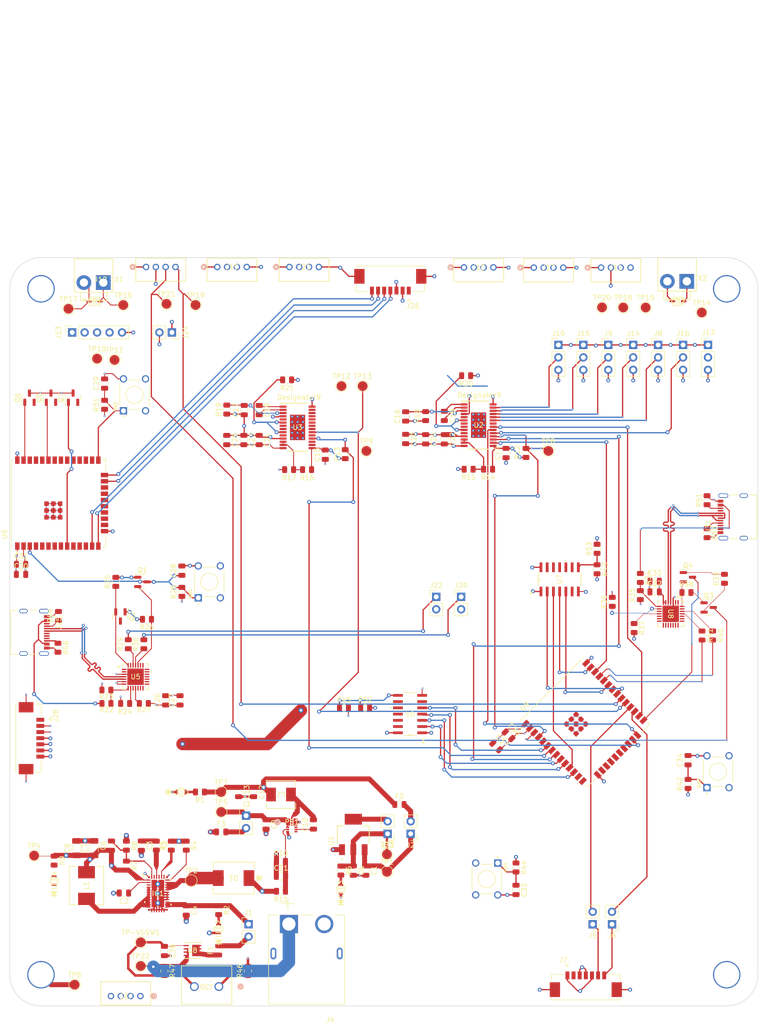
<source format=kicad_pcb>
(kicad_pcb (version 20221018) (generator pcbnew)
  (layers (0 "F.Cu" signal) (1 "In1.Cu" signal) (2 "In2.Cu" signal) (31 "B.Cu" signal) (34 "B.Paste" user) (35 "F.Paste" user) (36 "B.SilkS" user "B.Silkscreen") (37 "F.SilkS" user "F.Silkscreen") (38 "B.Mask" user) (39 "F.Mask" user) (44 "Edge.Cuts" user))
  (net 0 "")
  (net 1 "Net-(J2-Pin_1)")
  (net 2 "GND")
  (net 3 "Net-(IC1-INTVCC)")
  (net 4 "Net-(C3-Pad1)")
  (net 5 "Net-(IC1-EN{slash}UV)")
  (net 6 "+3V3")
  (net 7 "+12V")
  (net 8 "Net-(IC1-FB)")
  (net 9 "Net-(J3-Pin_1)")
  (net 10 "Net-(PS1-BST)")
  (net 11 "Net-(PS1-SW)")
  (net 12 "+5V")
  (net 13 "Net-(PS1-FB)")
  (net 14 "Net-(U2-V3P3OUT)")
  (net 15 "Net-(U3-V3P3OUT)")
  (net 16 "Net-(U2-VCP)")
  (net 17 "Net-(U3-VCP)")
  (net 18 "Net-(U2-CP1)")
  (net 19 "Net-(U2-CP2)")
  (net 20 "Net-(U3-CP1)")
  (net 21 "Net-(U3-CP2)")
  (net 22 "EN")
  (net 23 "IO0")
  (net 24 "IO0_2")
  (net 25 "EN_2")
  (net 26 "Net-(C38-Pad1)")
  (net 27 "/CSTAR-Drive/OUT2_MOTOR_2")
  (net 28 "/CSTAR-Drive/OUT1_MOTOR_2")
  (net 29 "/CSTAR-Drive/OUT2_MOTOR_1")
  (net 30 "/CSTAR-Drive/OUT1_MOTOR_1")
  (net 31 "+24V")
  (net 32 "Net-(J1-Pin_2)")
  (net 33 "Net-(J2-Pin_2)")
  (net 34 "Net-(J3-Pin_2)")
  (net 36 "Net-(IC1-SW_1)")
  (net 37 "Net-(IC1-RT)")
  (net 39 "Net-(IC1-SYNC{slash}MODE)")
  (net 41 "Net-(IC1-VC)")
  (net 43 "BATT_IN")
  (net 44 "Net-(J5-Pin_1)")
  (net 45 "TXD_LIDAR")
  (net 46 "Net-(J6-Pin_1)")
  (net 47 "RXD_LIDAR")
  (net 48 "MOTOCTL")
  (net 49 "/CSTAR-Drive/I0")
  (net 50 "/CSTAR-Drive/I2")
  (net 51 "/CSTAR-Drive/I4")
  (net 52 "+3.3V")
  (net 53 "Ch.A_MOTOR_1")
  (net 54 "Ch.B_MOTOR_1")
  (net 55 "Ch.A_MOTOR_2")
  (net 56 "Ch.B_MOTOR_2")
  (net 57 "/CSTAR-Drive/nRESET")
  (net 58 "/CSTAR-Drive/I1")
  (net 59 "/CSTAR-Drive/I3")
  (net 60 "/CSTAR-Drive/nDECAY")
  (net 61 "5V_trig_4")
  (net 62 "echo_4")
  (net 63 "5V_trig_3")
  (net 64 "echo_3")
  (net 65 "5V_trig_2")
  (net 66 "echo_2")
  (net 67 "UART_RXD")
  (net 68 "UART_TXD_2")
  (net 69 "5V_trig_1")
  (net 70 "echo_1")
  (net 71 "UART_TXD")
  (net 72 "UART_RXD_2")
  (net 73 "USB1_D-")
  (net 74 "USB1_D+")
  (net 75 "USB2_D-")
  (net 76 "USB2_D+")
  (net 79 "IN1_MOTOR_1")
  (net 80 "IN2_MOTOR_1")
  (net 81 "IN1_MOTOR_2")
  (net 82 "IN2_MOTOR_2")
  (net 83 "Net-(J29-Pin_2)")
  (net 84 "Net-(J29-Pin_3)")
  (net 85 "Net-(J29-Pin_4)")
  (net 86 "Net-(J30-Pad1)")
  (net 87 "Net-(LED1-Pad2)")
  (net 88 "Net-(LED2-Pad2)")
  (net 89 "Net-(LED3-Pad2)")
  (net 90 "Net-(LED4-Pad2)")
  (net 91 "Net-(Q1-G)")
  (net 92 "RTS")
  (net 93 "Net-(Q2-G)")
  (net 94 "DTR")
  (net 95 "Net-(Q3-G)")
  (net 96 "RTS_2")
  (net 97 "Net-(Q4-G)")
  (net 98 "DTR_2")
  (net 99 "nFAULT_MOTOR_1")
  (net 100 "nFAULT_MOTOR_2")
  (net 101 "Net-(R14-Pad2)")
  (net 102 "Net-(R16-Pad2)")
  (net 103 "Net-(R20-Pad2)")
  (net 104 "Net-(R21-Pad2)")
  (net 105 "VBUS_1")
  (net 106 "Net-(U5-VBUS)")
  (net 107 "Net-(U5-RSTb)")
  (net 108 "Net-(U5-SUSPENDb)")
  (net 109 "Net-(U5-TXD)")
  (net 110 "Net-(U5-RXD)")
  (net 111 "VBUS_2")
  (net 112 "Net-(U8-VBUS)")
  (net 113 "Net-(U8-RSTb)")
  (net 114 "Net-(U8-SUSPENDb)")
  (net 115 "Net-(U8-TXD)")
  (net 116 "Net-(U8-RXD)")
  (net 117 "RST")
  (net 118 "SCL")
  (net 121 "3V_echo_1")
  (net 122 "3V_echo_2")
  (net 123 "3V_echo_3")
  (net 124 "3V_echo_4")
  (net 126 "Net-(U7-OE)")
  (net 135 "RGB_Blue_Control")
  (net 139 "I2S_CLK")
  (net 140 "I2S_D2")
  (net 141 "I2S_D3")
  (net 148 "I2S_CMD")
  (net 149 "I2S_D0")
  (net 150 "I2S_D1")
  (net 157 "RGB_Red_Control")
  (net 159 "RGB_Green_Control")
  (net 160 "trig_1")
  (net 161 "trig_2")
  (net 162 "trig_3")
  (net 163 "trig_4")
  (net 165 "Net-(U4-OE)")
  (net 169 "Net-(J23-Pin_2)")
  (net 208 "Net-(J25-CC2)")
  (net 209 "Net-(J25-CC1)")
  (net 210 "Net-(J31-CC1)")
  (net 211 "Net-(J31-CC2)")
  (footprint "TestPoint:TestPoint_Pad_D2.0mm" (layer "F.Cu") (at 123.444 90.17)
    (fp_text reference "TP9")
    (fp_text value "nFAULT MOTOR 2 TP")
  )
  (footprint "Resistor_SMD:R_0805_2012Metric" (layer "F.Cu") (at 70.475 138.875)
    (fp_text reference "R23")
    (fp_text value "47.5k")
  )
  (footprint "Connector_PinHeader_2.54mm:PinHeader_1x03_P2.54mm_Vertical" (layer "F.Cu") (at 162.56 68.58)
    (fp_text reference "J10")
    (fp_text value "Conn_01x03_Pin")
  )
  (footprint "Capacitor_SMD:C_0805_2012Metric" (layer "F.Cu") (at 74.041 180.213 180)
    (fp_text reference "C2")
    (fp_text value "1u")
  )
  (footprint "Capacitor_SMD:C_0805_2012Metric" (layer "F.Cu") (at 82.296 192.024 -90)
    (fp_text reference "C38")
    (fp_text value "10uF")
  )
  (footprint "CSTAR-MainBoard-Footprints:B4B_PH_K_S" (layer "F.Cu") (at 143.32 52.793)
    (fp_text reference "J18")
    (fp_text value "Ultra_3")
  )
  (footprint "Capacitor_SMD:C_0805_2012Metric" (layer "F.Cu") (at 131.445 87.737 -90)
    (fp_text reference "C20")
    (fp_text value "0.1µF")
  )
  (footprint "Capacitor_SMD:C_0805_2012Metric" (layer "F.Cu") (at 139.319 87.798 -90)
    (fp_text reference "C22")
    (fp_text value "0.1µF")
  )
  (footprint "TestPoint:TestPoint_Pad_D2.0mm" (layer "F.Cu") (at 127.635 172.339)
    (fp_text reference "TP3")
    (fp_text value "P3V3")
  )
  (footprint "TestPoint:TestPoint_Pad_D2.0mm" (layer "F.Cu") (at 191.77 61.976)
    (fp_text reference "TP14")
    (fp_text value "OUT1 MOTOR 1 TP")
  )
  (footprint "Capacitor_SMD:C_0805_2012Metric" (layer "F.Cu") (at 86.741 183.769 -90)
    (fp_text reference "C4")
    (fp_text value "10u")
  )
  (footprint "Connector_PinHeader_2.54mm:PinHeader_1x02_P2.54mm_Vertical" (layer "F.Cu") (at 132.461 168.153 180)
    (fp_text reference "J2")
    (fp_text value "Conn_01x02_Pin")
  )
  (footprint "TestPoint:TestPoint_Pad_D2.0mm" (layer "F.Cu") (at 93.853 159.639)
    (fp_text reference "TP7")
    (fp_text value "P5V")
  )
  (footprint "Package_TO_SOT_SMD:SOT-23" (layer "F.Cu") (at 188.9515 115.888)
    (fp_text reference "Q4")
    (fp_text value "AO3400A")
  )
  (footprint "Capacitor_SMD:C_1206_3216Metric" (layer "F.Cu") (at 64.389 171.069 90)
    (fp_text reference "C8")
    (fp_text value "47u")
  )
  (footprint "Package_TO_SOT_SMD:SOT-23" (layer "F.Cu") (at 73.3275 123.88 -90)
    (fp_text reference "Q2")
    (fp_text value "AO3400A")
  )
  (footprint "CSTAR-MainBoard-Footprints:L1_2.2uH" (layer "F.Cu") (at 66.421 178.689 90)
    (fp_text reference "L1")
    (fp_text value "2.2u")
  )
  (footprint "Resistor_SMD:R_0805_2012Metric" (layer "F.Cu") (at 192.84 100.2105 90)
    (fp_text reference "R51")
    (fp_text value "5.1k")
  )
  (footprint "Resistor_SMD:R_0805_2012Metric" (layer "F.Cu") (at 191.824 127.765 -90)
    (fp_text reference "R41")
    (fp_text value "0")
  )
  (footprint "Capacitor_SMD:C_0805_2012Metric" (layer "F.Cu") (at 53.086 113.284)
    (fp_text reference "C31")
    (fp_text value "0.1uF")
  )
  (footprint "Resistor_SMD:R_0805_2012Metric" (layer "F.Cu") (at 80.645 170.561 -90)
    (fp_text reference "R3")
    (fp_text value "7.87k")
  )
  (footprint "CSTAR-MainBoard-Footprints:IC9_AP63356QZV-7_DIO" (layer "F.Cu") (at 108.242989 166.446378)
    (fp_text reference "PS1")
    (fp_text value "AP63356QZV-7")
  )
  (footprint "CSTAR-MainBoard-Footprints:LED_0VS75000_WRE" (layer "F.Cu") (at 59.817 177.673 90)
    (fp_text reference "LED4")
    (fp_text value "150080VS75000")
  )
  (footprint "Connector_PinHeader_2.54mm:PinHeader_1x02_P2.54mm_Vertical" (layer "F.Cu") (at 137.668 119.883)
    (fp_text reference "J22")
    (fp_text value "TX connect")
  )
  (footprint "Package_TO_SOT_SMD:SOT-23" (layer "F.Cu") (at 59.182 79.3265 90)
    (fp_text reference "Q5")
    (fp_text value "AO3400A")
  )
  (footprint "Resistor_SMD:R_0805_2012Metric" (layer "F.Cu") (at 106.045 179.8574 180)
    (fp_text reference "R11")
    (fp_text value "30k")
  )
  (footprint "Resistor_SMD:R_0805_2012Metric" (layer "F.Cu") (at 119.126 90.8285 90)
    (fp_text reference "R13")
    (fp_text value "10kΩ")
  )
  (footprint "TestPoint:TestPoint_Pad_D2.0mm" (layer "F.Cu") (at 118.364 76.962)
    (fp_text reference "TP12")
    (fp_text value "IN1 MOTOR 2 TP")
  )
  (footprint "Package_TO_SOT_SMD:SOT-23" (layer "F.Cu") (at 63.688 79.3265 90)
    (fp_text reference "Q7")
    (fp_text value "AO3400A")
  )
  (footprint "CSTAR-MainBoard-Footprints:DRV8842PWPR-PWP0028C_N" (layer "F.Cu") (at 146.303997 84.92)
    (fp_text reference "U2")
    (fp_text value "DRV8842PWPR")
  )
  (footprint "Resistor_SMD:R_0805_2012Metric" (layer "F.Cu") (at 59.817 173.609 -90)
    (fp_text reference "R9")
    (fp_text value "2k")
  )
  (footprint "TestPoint:TestPoint_Pad_D2.0mm" (layer "F.Cu") (at 88.646 60.452)
    (fp_text reference "TP19")
    (fp_text value "Ch.B MOTOR 2 TP")
  )
  (footprint "CSTAR-MainBoard-Footprints:B4B_PH_K_S" (layer "F.Cu") (at 157.553401 52.832)
    (fp_text reference "J17")
    (fp_text value "Ultra_4")
  )
  (footprint "Connector_PinHeader_2.54mm:PinHeader_1x02_P2.54mm_Vertical" (layer "F.Cu") (at 98.933 164.46)
    (fp_text reference "J3")
    (fp_text value "Conn_01x02_Pin")
  )
  (footprint "CSTAR-MainBoard-Footprints:B4B_PH_K_S" (layer "F.Cu") (at 171.26 52.832)
    (fp_text reference "J11")
    (fp_text value "B4B-PH-K-S")
  )
  (footprint "Connector_PinHeader_2.54mm:PinHeader_1x02_P2.54mm_Vertical" (layer "F.Cu") (at 142.748 119.883)
    (fp_text reference "J20")
    (fp_text value "RX connect")
  )
  (footprint "Capacitor_SMD:C_0805_2012Metric" (layer "F.Cu") (at 188.976 153.162 90)
    (fp_text reference "C34")
    (fp_text value "0.1uF")
  )
  (footprint "Resistor_SMD:R_0805_2012Metric" (layer "F.Cu") (at 83.693 170.561 90)
    (fp_text reference "R5")
    (fp_text value "DNP")
  )
  (footprint "Connector_PinHeader_2.54mm:PinHeader_1x02_P2.54mm_Vertical" (layer "F.Cu") (at 173.482 186.576 180)
    (fp_text reference "J6")
    (fp_text value "Conn_01x02_Pin")
  )
  (footprint "Capacitor_SMD:C_0805_2012Metric" (layer "F.Cu") (at 70.104 76.454 90)
    (fp_text reference "C29")
    (fp_text value "0.1uF")
  )
  (footprint "TestPoint:TestPoint_Pad_D2.0mm" (layer "F.Cu") (at 68.58 71.374)
    (fp_text reference "TP10")
    (fp_text value "IN1 MOTOR 1 TP")
  )
  (footprint "Capacitor_SMD:C_0805_2012Metric" (layer "F.Cu") (at 123.317 175.641 -90)
    (fp_text reference "C1")
    (fp_text value "10u")
  )
  (footprint "CSTAR-MainBoard-Footprints:QFN28_5X5_SIL" (layer "F.Cu") (at 185.4359 123.344 -90)
    (fp_text reference "U8")
    (fp_text value "CP2102N-A01-GQFN28")
  )
  (footprint "Resistor_SMD:R_0805_2012Metric" (layer "F.Cu") (at 196.396 116.208 90)
    (fp_text reference "R39")
    (fp_text value "10k")
  )
  (footprint "Resistor_SMD:R_0805_2012Metric" (layer "F.Cu") (at 70.104 80.772 90)
    (fp_text reference "R31")
    (fp_text value "1k")
  )
  (footprint "Capacitor_SMD:C_0805_2012Metric" (layer "F.Cu") (at 100.457 159.639 -90)
    (fp_text reference "C12")
    (fp_text value "22u")
  )
  (footprint "CSTAR-MainBoard-Footprints:MOLEX_532610771" (layer "F.Cu") (at 128.32 55.11 180)
    (fp_text reference "J26")
    (fp_text value "532610771")
  )
  (footprint "Connector_PinHeader_2.54mm:PinHeader_1x02_P2.54mm_Vertical" (layer "F.Cu") (at 169.545 186.576 180)
    (fp_text reference "J5")
    (fp_text value "Conn_01x02_Pin")
  )
  (footprint "Resistor_SMD:R_0805_2012Metric" (layer "F.Cu") (at 70.485 141.605)
    (fp_text reference "R22")
    (fp_text value "22.1k")
  )
  (footprint "Resistor_SMD:R_0805_2012Metric" (layer "F.Cu") (at 170.434 110.1052 90)
    (fp_text reference "R53")
    (fp_text value "10k")
  )
  (footprint "Resistor_SMD:R_0805_2012Metric" (layer "F.Cu") (at 179.251 119.5335 90)
    (fp_text reference "R35")
    (fp_text value "47.5k")
  )
  (footprint "TestPoint:TestPoint_Pad_D2.0mm" (layer "F.Cu") (at 82.7278 60.2234)
    (fp_text reference "TP21")
    (fp_text value "Ch.A MOTOR 2")
  )
  (footprint "CSTAR-MainBoard-Footprints:D14" (layer "F.Cu") (at 132.334 143.764 180)
    (fp_text reference "U4")
    (fp_text value "TXB0104DR")
  )
  (footprint "Capacitor_SMD:C_0805_2012Metric" (layer "F.Cu") (at 106.045 176.8094)
    (fp_text reference "C11")
    (fp_text value "47p")
  )
  (footprint "Resistor_SMD:R_0805_2012Metric" (layer "F.Cu") (at 118.872 142.494)
    (fp_text reference "R45")
    (fp_text value "10k")
  )
  (footprint "Capacitor_SMD:C_0805_2012Metric" (layer "F.Cu") (at 98.552 81.854 90)
    (fp_text reference "C17")
    (fp_text value "0.1µF")
  )
  (footprint "Capacitor_SMD:C_0805_2012Metric" (layer "F.Cu") (at 85.471 140.97 90)
    (fp_text reference "C27")
    (fp_text value "100nF")
  )
  (footprint "Resistor_SMD:R_0805_2012Metric" (layer "F.Cu") (at 118.237 175.641 -90)
    (fp_text reference "R6")
    (fp_text value "260")
  )
  (footprint "Capacitor_SMD:C_0805_2012Metric" (layer "F.Cu") (at 71.501 170.561 90)
    (fp_text reference "C6")
    (fp_text value "4.7p")
  )
  (footprint "Resistor_SMD:R_0805_2012Metric" (layer "F.Cu") (at 74.549 174.625 -90)
    (fp_text reference "R7")
    (fp_text value "100k")
  )
  (footprint "Resistor_SMD:R_0805_2012Metric" (layer "F.Cu") (at 188.649 119.002)
    (fp_text reference "R38")
    (fp_text value "10k")
  )
  (footprint "TestPoint:TestPoint_Pad_D2.0mm" (layer "F.Cu") (at 77.47 190.246)
    (fp_text reference "TP-VGSW1")
    (fp_text value "TestPoint")
  )
  (footprint "Connector_PinHeader_2.54mm:PinHeader_1x03_P2.54mm_Vertical" (layer "F.Cu") (at 167.64 68.58)
    (fp_text reference "J15")
    (fp_text value "Conn_01x03_Pin")
  )
  (footprint "CSTAR-MainBoard-Footprints:LED_0VS75000_WRE" (layer "F.Cu") (at 118.237 179.451 90)
    (fp_text reference "LED3")
    (fp_text value "150080VS75000")
  )
  (footprint "Capacitor_SMD:C_0805_2012Metric" (layer "F.Cu") (at 102.997 166.243 -90)
    (fp_text reference "C9")
    (fp_text value "10u")
  )
  (footprint "Resistor_SMD:R_0805_2012Metric" (layer "F.Cu") (at 78.74 124.46 180)
    (fp_text reference "R26")
    (fp_text value "10k")
  )
  (footprint "CSTAR-MainBoard-Footprints:HRO_TYPE-C-31-M-12" (layer "F.Cu") (at 200.33 103.604 90)
    (fp_text reference "J31")
    (fp_text value "TYPE-C-31-M-12")
  )
  (footprint "Connector_PinHeader_2.54mm:PinHeader_1x03_P2.54mm_Vertical" (layer "F.Cu") (at 182.88 68.58)
    (fp_text reference "J8")
    (fp_text value "Conn_01x03_Pin")
  )
  (footprint "TestPoint:TestPoint_Pad_D2.0mm" (layer "F.Cu") (at 127.635 175.895)
    (fp_text reference "TP1")
    (fp_text value "P5V")
  )
  (footprint "CSTAR-MainBoard-Footprints:D14" (layer "F.Cu") (at 162.814 116.332 90)
    (fp_text reference "U7")
    (fp_text value "TXB0104DR")
  )
  (footprint "CSTAR-MainBoard-Footprints:SW_1825910-6-4" (layer "F.Cu") (at 147.955 177.35 -90)
    (fp_text reference "SW4")
    (fp_text value "SW_Push")
  )
  (footprint "Capacitor_SMD:C_0805_2012Metric" (layer "F.Cu") (at 115.062 90.932 90)
    (fp_text reference "C15")
    (fp_text value "0.47µF")
  )
  (footprint "CSTAR-MainBoard-Footprints:DRV8842PWPR-PWP0028C_N" (layer "F.Cu") (at 109.4232 85.379199)
    (fp_text reference "U3")
    (fp_text value "DRV8842PWPR")
  )
  (footprint "CSTAR-MainBoard-Footprints:ZDO_SP4022_LTF" (layer "F.Cu") (at 68.072 59.69)
    (fp_text reference "CR1")
    (fp_text value "SP4022-01FTG-C")
  )
  (footprint "Capacitor_SMD:C_0805_2012Metric" (layer "F.Cu") (at 149.86 150.368 -45)
    (fp_text reference "C37")
    (fp_text value "0.1uF")
  )
  (footprint "Fuse:Fuse_0805_2012Metric" (layer "F.Cu") (at 130.175 162.179)
    (fp_text reference "F2")
    (fp_text value "5A")
  )
  (footprint "Capacitor_SMD:C_0805_2012Metric" (layer "F.Cu") (at 85.852 114.554 90)
    (fp_text reference "C28")
    (fp_text value "0.1uF")
  )
  (footprint "Resistor_SMD:R_0805_2012Metric" (layer "F.Cu") (at 170.434 114.2727 -90)
    (fp_text reference "R43")
    (fp_text value "10k")
  )
  (footprint "Resistor_SMD:R_0805_2012Metric" (layer "F.Cu") (at 74.549 170.561 -90)
    (fp_text reference "R8")
    (fp_text value "5.23k")
  )
  (footprint "TestPoint:TestPoint_Pad_D2.0mm" (layer "F.Cu") (at 180.34 60.96)
    (fp_text reference "TP15")
    (fp_text value "OUT2 MOTOR 1 TP")
  )
  (footprint "Capacitor_SMD:C_0805_2012Metric" (layer "F.Cu") (at 77.597 170.561 -90)
    (fp_text reference "C3")
    (fp_text value "1n")
  )
  (footprint "Capacitor_SMD:C_0805_2012Metric" (layer "F.Cu") (at 131.445 83.1415 90)
    (fp_text reference "C16")
    (fp_text value "0.1µF")
  )
  (footprint "Connector_PinHeader_2.54mm:PinHeader_1x02_P2.54mm_Vertical" (layer "F.Cu") (at 99.441 186.558)
    (fp_text reference "J1")
    (fp_text value "Conn_01x02_Pin")
  )
  (footprint "Resistor_SMD:R_0805_2012Metric" (layer "F.Cu") (at 78.105 129.54 90)
    (fp_text reference "R30")
    (fp_text value "0")
  )
  (footprint "Resistor_SMD:R_0805_2012Metric" (layer "F.Cu") (at 148.2325 93.894 180)
    (fp_text reference "R14")
    (fp_text value "10kΩ")
  )
  (footprint "CSTAR-MainBoard-Footprints:MODULE_ESP32-WROOM-32UE_M113EH6400UH3Q0_" (layer "F.Cu") (at 167.985365 145.491944 45)
    (fp_text reference "U9")
    (fp_text value "ESP32-WROOM-32UE_M113EH6400UH3Q0_")
  )
  (footprint "CSTAR-MainBoard-Footprints:SOT230P700X185-4N" (layer "F.Cu") (at 120.777 168.275 90)
    (fp_text reference "U1")
    (fp_text value "AZ1117IH-3.3TRG1")
  )
  (footprint "TestPoint:TestPoint_Pad_D2.0mm" (layer "F.Cu") (at 171.45 60.9346)
    (fp_text reference "TP20")
    (fp_text value "Ch.A MOTOR 1")
  )
  (footprint "CSTAR-MainBoard-Footprints:MOLEX_532610771" (layer "F.Cu") (at 168.148 199.39)
    (fp_text reference "J7")
    (fp_text value "532610771")
  )
  (footprint "CSTAR-MainBoard-Footprints:B4B_PH_K_S" (layer "F.Cu") (at 93.060002 52.705)
    (fp_text reference "J19")
    (fp_text value "Ultra_2")
  )
  (footprint "Resistor_SMD:R_0805_2012Metric" (layer "F.Cu") (at 135.509 83.0755 90)
    (fp_text reference "R18")
    (fp_text value "1MΩ")
  )
  (footprint "Resistor_SMD:R_0805_2012Metric" (layer "F.Cu") (at 173.536 120.907 90)
    (fp_text reference "R36")
    (fp_text value "10k")
  )
  (footprint "TestPoint:TestPoint_Pad_D2.0mm" (layer "F.Cu") (at 55.753 172.593)
    (fp_text reference "TP4")
    (fp_text value "P12V")
  )
  (footprint "Capacitor_SMD:C_0805_2012Metric" (layer "F.Cu") (at 94.996 87.95 -90)
    (fp_text reference "C25")
    (fp_text value "100µF")
  )
  (footprint "Resistor_SMD:R_0805_2012Metric" (layer "F.Cu") (at 144.272 93.894 180)
    (fp_text reference "R15")
    (fp_text value "10kΩ")
  )
  (footprint "Capacitor_SMD:C_0805_2012Metric" (layer "F.Cu") (at 101.6 87.95 -90)
    (fp_text reference "C21")
    (fp_text value "0.1µF")
  )
  (footprint "Connector_PinHeader_2.54mm:PinHeader_1x03_P2.54mm_Vertical" (layer "F.Cu") (at 172.72 68.58)
    (fp_text reference "J9")
    (fp_text value "Conn_01x03_Pin")
  )
  (footprint "Capacitor_SMD:C_0805_2012Metric" (layer "F.Cu") (at 120.777 175.641 -90)
    (fp_text reference "C5")
    (fp_text value "22u")
  )
  (footprint "CSTAR-MainBoard-Footprints:B4B_PH_K_S" (layer "F.Cu") (at 78.55 52.705)
    (fp_text reference "J12")
    (fp_text value "B4B-PH-K-S")
  )
  (footprint "CSTAR-MainBoard-Footprints:B2P-VH" (layer "F.Cu") (at 186.742 55.626 180)
    (fp_text reference "X2")
    (fp_text value "B2P-VH")
  )
  (footprint "CSTAR-MainBoard-Footprints:B2P-VH" (layer "F.Cu") (at 67.87 55.88 180)
    (fp_text reference "X1")
    (fp_text value "B2P-VH")
  )
  (footprint "Resistor_SMD:R_0805_2012Metric" (layer "F.Cu") (at 192.84 106.918 -90)
    (fp_text reference "R50")
    (fp_text value "5.1k")
  )
  (footprint "CSTAR-MainBoard-Footprints:MODULE_ESP32-WROOM-32UE_M113EH6400UH3Q0_" (layer "F.Cu") (at 60.734 100.8 90)
    (fp_text reference "U6")
    (fp_text value "ESP32-WROOM-32UE_M113EH6400UH3Q0_")
  )
  (footprint "Capacitor_SMD:C_0805_2012Metric" (layer "F.Cu") (at 98.476 87.95 -90)
    (fp_text reference "C23")
    (fp_text value "0.1µF")
  )
  (footprint "CSTAR-MainBoard-Footprints:B4B_PH_K_S" (layer "F.Cu") (at 77.396599 201.207001 180)
    (fp_text reference "J29")
    (fp_text value "Conn_01x04_Socket")
  )
  (footprint "CSTAR-MainBoard-Footprints:IRFHM9331TRPBF" (layer "F.Cu") (at 88.011 191.91478)
    (fp_text reference "Q8")
    (fp_text value "IRFHM9331TRPBF")
  )
  (footprint "Resistor_SMD:R_0805_2012Metric" (layer "F.Cu") (at 107.2915 75.692 180)
    (fp_text reference "R21")
    (fp_text value "100mΩ")
  )
  (footprint "Capacitor_SMD:C_0805_2012Metric" (layer "F.Cu") (at 152.4 148.082 -45)
    (fp_text reference "C36")
    (fp_text value "10uF")
  )
  (footprint "Resistor_SMD:R_0805_2012Metric" (layer "F.Cu") (at 60.6 130.25 -90)
    (fp_text reference "R48")
    (fp_text value "5.1k")
  )
  (footprint "Capacitor_SMD:C_0805_2012Metric" (layer "F.Cu") (at 139.319 83.038 -90)
    (fp_text reference "C18")
    (fp_text value "0.1µF")
  )
  (footprint "CSTAR-MainBoard-Footprints:B4B_PH_K_S" (layer "F.Cu") (at 107.76 52.705)
    (fp_text reference "J21")
    (fp_text value "Ultra_1")
  )
  (footprint "Resistor_SMD:R_0805_2012Metric" (layer "F.Cu") (at 123.19 142.494)
    (fp_text reference "R52")
    (fp_text value "10k")
  )
  (footprint "Fuse:Fuse_0805_2012Metric" (layer "F.Cu") (at 93.345 191.897 90)
    (fp_text reference "F1")
    (fp_text value "8A")
  )
  (footprint "Resistor_SMD:R_0805_2012Metric" (layer "F.Cu") (at 89.535 159.639 180)
    (fp_text reference "R1")
    (fp_text value "600")
  )
  (footprint "Resistor_SMD:R_0805_2012Metric" (layer "F.Cu") (at 193.983 127.765 -90)
    (fp_text reference "R40")
    (fp_text value "0")
  )
  (footprint "Resistor_SMD:R_0805_2012Metric" (layer "F.Cu") (at 74.295 141.605 180)
    (fp_text reference "R24")
    (fp_text value "10k")
  )
  (footprint "Capacitor_SMD:C_0805_2012Metric" (layer "F.Cu") (at 135.509 87.798 -90)
    (fp_text reference "C24")
    (fp_text value "100µF")
  )
  (footprint "Connector_PinHeader_2.54mm:PinHeader_1x03_P2.54mm_Vertical" (layer "F.Cu") (at 193.04 68.58)
    (fp_text reference "J13")
    (fp_text value "Conn_01x03_Pin")
  )
  (footprint "Resistor_SMD:R_0805_2012Metric" (layer "F.Cu") (at 155.956 90.5764 90)
    (fp_text reference "R12")
    (fp_text value "10kΩ")
  )
  (footprint "TestPoint:TestPoint_Pad_D2.0mm" (layer "F.Cu") (at 160.528 90.17)
    (fp_text reference "TP8")
    (fp_text value "nFAULT MOTOR 1 TP")
  )
  (footprint "Resistor_SMD:R_0805_2012Metric" (layer "F.Cu") (at 93.345 183.6947 -90)
    (fp_text reference "R2")
    (fp_text value "4.4k")
  )
  (footprint "Capacitor_SMD:C_0805_2012Metric" (layer "F.Cu") (at 151.892 90.592 90)
    (fp_text reference "C14")
    (fp_text value "0.47µF")
  )
  (footprint "TestPoint:TestPoint_Pad_D2.0mm" (layer "F.Cu") (at 73.914 60.452)
    (fp_text reference "TP16")
    (fp_text value "OUT1 MOTOR 2 TP")
  )
  (footprint "CSTAR-MainBoard-Footprints:L2_6.8uH" (layer "F.Cu") (at 106.045 160.147 180)
    (fp_text reference "L2")
    (fp_text value "6.8u")
  )
  (footprint "Resistor_SMD:R_0805_2012Metric" (layer "F.Cu") (at 74.93 129.54 90)
    (fp_text reference "R29")
    (fp_text value "0")
  )
  (footprint "Resistor_SMD:R_0805_2012Metric" (layer "F.Cu") (at 94.996 81.7505 90)
    (fp_text reference "R19")
    (fp_text value "1MΩ")
  )
  (footprint "Resistor_SMD:R_0805_2012Metric" (layer "F.Cu") (at 60.706 123.782 90)
    (fp_text reference "R49")
    (fp_text value "5.1k")
  )
  (footprint "Package_TO_SOT_SMD:SOT-23" (layer "F.Cu") (at 54.798 79.3265 90)
    (fp_text reference "Q6")
    (fp_text value "AO3400A")
  )
  (footprint "CSTAR-MainBoard-Footprints:AMASS_XT60PW-M" (layer "F.Cu") (at 111.252 192.532 180)
    (fp_text reference "J4")
    (fp_text value "XT60PW-M")
  )
  (footprint "Fuse:Fuse_0805_2012Metric" (layer "F.Cu") (at 93.853 167.767)
    (fp_text reference "F3")
    (fp_text value "5A")
  )
  (footprint "CSTAR-MainBoard-Footprints:SMCJSeries_LTF" (layer "F.Cu") (at 96.393 177.165 180)
    (fp_text reference "D1")
    (fp_text value "SMCJ26CA")
  )
  (footprint "Resistor_SMD:R_0805_2012Metric" (layer "F.Cu") (at 111.3555 93.98 180)
    (fp_text reference "R16")
    (fp_text value "10kΩ")
  )
  (footprint "CSTAR-MainBoard-Footprints:HRO_TYPE-C-31-M-12" (layer "F.Cu") (at 53.5825 127.112 -90)
    (fp_text reference "J25")
    (fp_text value "TYPE-C-31-M-12")
  )
  (footprint "TestPoint:TestPoint_Pad_D2.0mm" (layer "F.Cu") (at 93.853 163.703)
    (fp_text reference "TP5")
    (fp_text value "P12V")
  )
  (footprint "Resistor_SMD:R_0805_2012Metric" (layer "F.Cu") (at 99.314 196.088 90)
    (fp_text reference "R46")
    (fp_text value "2M")
  )
  (footprint "CSTAR-MainBoard-Footprints:MOLEX_532610771" (layer "F.Cu") (at 54.61 148.674 -90)
    (fp_text reference "J28")
    (fp_text value "532610771")
  )
  (footprint "Resistor_SMD:R_0805_2012Metric" (layer "F.Cu") (at 85.852 118.872 90)
    (fp_text reference "R28")
    (fp_text value "1k")
  )
  (footprint "Resistor_SMD:R_0805_2012Metric" (layer "F.Cu") (at 177.981 126.241 -90)
    (fp_text reference "R37")
    (fp_text value "10k")
  )
  (footprint "CSTAR-MainBoard-Footprints:LED_0VS75000_WRE" (layer "F.Cu") (at 85.725 159.639)
    (fp_text reference "LED1")
    (fp_text value "150080VS75000")
  )
  (footprint "TestPoint:TestPoint_Pad_D2.0mm" (layer "F.Cu") (at 77.47 195.072)
    (fp_text reference "TP22")
    (fp_text value "BATT_IN")
  )
  (footprint "Capacitor_SMD:C_0805_2012Metric" (layer "F.Cu") (at 101.6 81.854 -90)
    (fp_text reference "C19")
    (fp_text value "0.1µF")
  )
  (footprint "Package_TO_SOT_SMD:SOT-23" (layer "F.Cu") (at 77.8025 116.84)
    (fp_text reference "Q1")
    (fp_text value "AO3400A")
  )
  (footprint "Connector_PinHeader_2.54mm:PinHeader_1x02_P2.54mm_Vertical" (layer "F.Cu") (at 127.762 168.153 180)
    (fp_text reference "J23")
    (fp_text value "Conn_01x02_Pin")
  )
  (footprint "Resistor_SMD:R_0805_2012Metric" (layer "F.Cu") (at 82.296 196.088 -90)
    (fp_text reference "R47")
    (fp_text value "2M")
  )
  (footprint "Resistor_SMD:R_0805_2012Metric" (layer "F.Cu") (at 143.764 74.844 180)
    (fp_text reference "R20")
    (fp_text value "100mΩ")
  )
  (footprint "Capacitor_SMD:C_0805_2012Metric" (layer "F.Cu") (at 182.172 118.875)
    (fp_text reference "C32")
    (fp_text value "4.7uF")
  )
  (footprint "Capacitor_SMD:C_0805_2012Metric" (layer "F.Cu") (at 182.172 116.716)
    (fp_text reference "C33")
    (fp_text value "100nF")
  )
  (footprint "CSTAR-MainBoard-Footprints:691137710002-2CONN" (layer "F.Cu") (at 93.392 199.263 180)
    (fp_text reference "J30")
    (fp_text value "691137710002")
  )
  (footprint "Connector_PinHeader_2.54mm:PinHeader_1x03_P2.54mm_Vertical" (layer "F.Cu") (at 177.8 68.58)
    (fp_text reference "J14")
    (fp_text value "Conn_01x03_Pin")
  )
  (footprint "CSTAR-MainBoard-Footprints:Buck-05-08-1604_ADI" (layer "F.Cu") (at 80.960976 180.315108)
    (fp_text reference "IC1")
    (fp_text value "LT8648SEV#PBF")
  )
  (footprint "Capacitor_SMD:C_0805_2012Metric" (layer "F.Cu") (at 153.924 179.578 -90)
    (fp_text reference "C35")
    (fp_text value "0.1uF")
  )
  (footprint "Connector_PinHeader_2.54mm:PinHeader_1x03_P2.54mm_Vertical" (layer "F.Cu") (at 187.96 68.58)
    (fp_text reference "J16")
    (fp_text value "Conn_01x03_Pin")
  )
  (footprint "TestPoint:TestPoint_Pad_D2.0mm" (layer "F.Cu") (at 122.682 76.962)
    (fp_text reference "TP13")
    (fp_text value "IN2 MOTOR 2 TP")
  )
  (footprint "CSTAR-MainBoard-Footprints:SW_1825910-6-4" (layer "F.Cu") (at 91.44 116.84 90)
    (fp_text reference "SW1")
    (fp_text value "SW_Push")
  )
  (footprint "TestPoint:TestPoint_Pad_D2.0mm" (layer "F.Cu") (at 87.757 177.673)
    (fp_text reference "TP2")
    (fp_text value "P24V")
  )
  (footprint "TestPoint:TestPoint_Pad_D2.0mm" (layer "F.Cu") (at 62.738 61.214)
    (fp_text reference "TP17")
    (fp_text value "OUT2 MOTOR 2 TP")
  )
  (footprint "Package_TO_SOT_SMD:SOT-23" (layer "F.Cu") (at 193.1725 122.05)
    (fp_text reference "Q3")
    (fp_text value "AO3400A")
  )
  (footprint "Capacitor_SMD:C_0805_2012Metric" (layer "F.Cu") (at 97.409 159.639 -90)
    (fp_text reference "C13")
    (fp_text value "22u")
  )
  (footprint "Connector_PinSocket_2.54mm:PinSocket_1x02_P2.54mm_Vertical" (layer "F.Cu") (at 83.82 66.04 -90)
    (fp_text reference "J24")
    (fp_text value "Conn_01x02_Pin")
  )
  (footprint "CSTAR-MainBoard-Footprints:SW_1825910-6-4" (layer "F.Cu") (at 76.2 78.74 90)
    (fp_text reference "SW2")
    (fp_text value "SW_Push")
  )
  (footprint "Capacitor_SMD:C_0805_2012Metric" (layer "F.Cu") (at 53.086 115.316)
    (fp_text reference "C30")
    (fp_text value "10uF")
  )
  (footprint "Resistor_SMD:R_0805_2012Metric" (layer "F.Cu") (at 188.976 157.988 90)
    (fp_text reference "R42")
    (fp_text value "1k")
  )
  (footprint "Capacitor_SMD:C_0805_2012Metric" (layer "F.Cu") (at 112.649 166.243 90)
    (fp_text reference "C10")
    (fp_text value "100n")
  )
  (footprint "Connector_PinSocket_2.54mm:PinSocket_1x05_P2.54mm_Vertical" (layer "F.Cu") (at 63.5 66.04 90)
    (fp_text reference "J13")
    (fp_text value "Conn_01x05_Pin")
  )
  (footprint "Resistor_SMD:R_0805_2012Metric" (layer "F.Cu") (at 86.741 170.561 -90)
    (fp_text reference "R4")
    (fp_text value "38.3k")
  )
  (footprint "CSTAR-MainBoard-Footprints:SW_1825910-6-4" (layer "F.Cu") (at 195.072 155.5 90)
    (fp_text reference "SW3")
    (fp_text value "SW_Push")
  )
  (footprint "CSTAR-MainBoard-Footprints:LED_0VS75000_WRE" (layer "F.Cu") (at 93.345 187.4901 90)
    (fp_text reference "LED2")
    (fp_text value "150080VS75000")
  )
  (footprint "Capacitor_SMD:C_1206_3216Metric" (layer "F.Cu") (at 67.945 171.069 90)
    (fp_text reference "C7")
    (fp_text value "47u")
  )
  (footprint "TestPoint:TestPoint_Pad_D2.0mm" (layer "F.Cu") (at 175.768 60.96)
    (fp_text reference "TP18")
    (fp_text value "Ch.B MOTOR 1")
  )
  (footprint "TestPoint:TestPoint_Pad_D2.0mm" (layer "F.Cu") (at 64.008 198.882)
    (fp_text reference "TP6")
    (fp_text value "GND")
  )
  (footprint "Resistor_SMD:R_0805_2012Metric" (layer "F.Cu") (at 107.696 93.98 180)
    (fp_text reference "R17")
    (fp_text value "10kΩ")
  )
  (footprint "CSTAR-MainBoard-Footprints:ZDO_SP4022_LTF" (layer "F.Cu") (at 186.944 59.69)
    (fp_text reference "CR2")
    (fp_text value "SP4022-01FTG-C")
  )
  (footprint "Resistor_SMD:R_0805_2012Metric" (layer "F.Cu") (at 106.045 173.7614)
    (fp_text reference "R10")
    (fp_text value "157k")
  )
  (footprint "CSTAR-MainBoard-Footprints:QFN28_5X5_SIL" (layer "F.Cu") (at 76.4159 136.159999)
    (fp_text reference "U5")
    (fp_text value "CP2102N-A01-GQFN28")
  )
  (footprint "Resistor_SMD:R_0805_2012Metric" (layer "F.Cu") (at 78.105 141.605)
    (fp_text reference "R27")
    (fp_text value "10k")
  )
  (footprint "Resistor_SMD:R_0805_2012Metric" (layer "F.Cu") (at 72.39 116.84 90)
    (fp_text reference "R25")
    (fp_text value "10k")
  )
  (footprint "TestPoint:TestPoint_Pad_D2.0mm" (layer "F.Cu") (at 72.136 71.628)
    (fp_text reference "TP11")
    (fp_text value "IN2 MOTOR 1 TP")
  )
  (footprint "Capacitor_SMD:C_0805_2012Metric" (layer "F.Cu") (at 82.55 140.97 90)
    (fp_text reference "C26")
    (fp_text value "4.7uF")
  )
  (footprint "Resistor_SMD:R_0805_2012Metric" (layer "F.Cu") (at 179.251 116.0435 -90)
    (fp_text reference "R34")
    (fp_text value "22.1k")
  )
  (footprint "Resistor_SMD:R_0805_2012Metric" (layer "F.Cu") (at 153.924 175.006 -90)
    (fp_text reference "R44")
    (fp_text value "1k")
  )
  (gr_poly (pts (xy 108.1024 164.7698) (xy 108.5342 163.83) (xy 109.1438 164.5666) (xy 108.3818 164.7698) (xy 108.1786 164.846)) (fill solid) (layer "F.Cu"))
  (gr_poly (pts (xy 89.408 193.04) (xy 91.2368 193.3448) (xy 91.3384 192.3288) (xy 89.8144 192.1256) (xy 88.9254 192.3034)) (fill solid) (layer "F.Cu"))
  (gr_poly (pts (xy 82.8294 179.6796) (xy 83.2612 179.6796) (xy 84.7852 179.1716) (xy 84.2264 178.3334) (xy 84.6074 177.9524) (xy 83.2358 177.9524) (xy 82.8548 178.054)) (fill solid) (layer "F.Cu"))
  (gr_poly (pts (xy 77.1144 182.1942) (xy 79.0194 180.5178) (xy 79.121 183.134) (xy 78.6638 183.1594) (xy 77.4954 183.0324)) (fill solid) (layer "F.Cu"))
  (gr_poly (pts (xy 107.315 168.6052) (xy 107.0864 167.8432) (xy 107.696 167.8432) (xy 107.8992 168.783) (xy 107.4928 168.8084)) (fill solid) (layer "F.Cu"))
  (gr_poly (pts (xy 75.184 175.1076) (xy 78.232 177.5206) (xy 76.581 177.6476) (xy 74.6506 175.8696)) (fill solid) (layer "F.Cu"))
  (gr_poly (pts (xy 80.2386 174.752) (xy 80.645 175.7172) (xy 80.772 175.7172) (xy 81.1276 174.5996)) (fill solid) (layer "F.Cu"))
  (gr_poly (pts (xy 81.661 175.768) (xy 83.439 173.482) (xy 83.7692 174.117) (xy 81.7626 175.8188)) (fill solid) (layer "F.Cu"))
  (gr_poly (pts (xy 86.4108 193.5988) (xy 86.5632 192.913) (xy 87.2744 192.913) (xy 87.2236 194.056)) (fill solid) (layer "F.Cu"))
  (gr_poly (pts (xy 141.1224 87.3252) (xy 141.3256 86.4362) (xy 142.113 87.0966) (xy 142.1384 87.2998) (xy 141.1478 87.3252)) (stroke (width 0.0254)) (fill solid) (layer "F.Cu"))
  (gr_arc locked (start 57.15 203.2) (mid 52.659872 201.340128) (end 50.8 196.85) (stroke (width 0.1)) (layer "Edge.Cuts"))
  (gr_arc locked (start 203.2 196.85) (mid 201.340128 201.340128) (end 196.85 203.2) (stroke (width 0.1)) (layer "Edge.Cuts"))
  (gr_line locked (start 196.85 50.8) (end 57.15 50.8) (stroke (width 0.1)) (layer "Edge.Cuts"))
  (gr_arc locked (start 50.8 57.15) (mid 52.659872 52.659872) (end 57.15 50.8) (stroke (width 0.1)) (layer "Edge.Cuts"))
  (gr_line locked (start 50.8 57.15) (end 50.8 196.85) (stroke (width 0.1)) (layer "Edge.Cuts"))
  (gr_line locked (start 57.15 203.2) (end 196.85 203.2) (stroke (width 0.1)) (layer "Edge.Cuts"))
  (gr_arc locked (start 196.85 50.8) (mid 201.340128 52.659872) (end 203.2 57.15) (stroke (width 0.1)) (layer "Edge.Cuts"))
  (gr_line locked (start 203.2 196.85) (end 203.2 57.15) (stroke (width 0.1)) (layer "Edge.Cuts"))
  (segment (start 110.236 143.002) (end 110.109 143.002) (width 0.508) (layer "F.Cu") (net 0))
  (segment (start 110.109 143.002) (end 103.251 149.86) (width 2.54) (layer "F.Cu") (net 0))
  (segment (start 103.251 149.86) (end 85.979 149.86) (width 2.54) (layer "F.Cu") (net 0))
  (via (at 110.109 143.002) (size 1) (drill 0.5) (layers "F.Cu" "B.Cu") (net 0))
  (via (at 85.979 149.86) (size 1) (drill 0.5) (layers "F.Cu" "B.Cu") (net 0))
  (segment (start 132.461 171.069) (end 132.461 168.153) (width 1.016) (layer "F.Cu") (net 1))
  (segment (start 127.635 175.895) (end 132.461 171.069) (width 1.016) (layer "F.Cu") (net 1))
  (segment (start 126.431 174.691) (end 127.635 175.895) (width 1.016) (layer "F.Cu") (net 1))
  (segment (start 123.317 174.691) (end 126.431 174.691) (width 1.016) (layer "F.Cu") (net 1))
  (segment (start 123.077 171.375) (end 123.077 174.451) (width 1.016) (layer "F.Cu") (net 1))
  (segment (start 123.077 174.451) (end 123.317 174.691) (width 1.016) (layer "F.Cu") (net 1))
  (segment (start 80.549999 56.102001) (end 80.518 56.134) (width 0.25) (layer "F.Cu") (net 2))
  (segment (start 52.324 111.506) (end 52.197 111.633) (width 0.1778) (layer "F.Cu") (net 2))
  (segment (start 151.892 91.542) (end 151.892 92.583) (width 0.25) (layer "F.Cu") (net 2))
  (segment (start 80.210787 183.718708) (end 80.210787 182.295165) (width 0.254) (layer "F.Cu") (net 2))
  (segment (start 139.294 88.773) (end 139.319 88.748) (width 0.25) (layer "F.Cu") (net 2))
  (segment (start 154.178 146.812) (end 154.771773 146.812) (width 0.1778) (layer "F.Cu") (net 2))
  (segment (start 152.146 180.594) (end 153.858 180.594) (width 0.25) (layer "F.Cu") (net 2))
  (segment (start 141.224 89.154) (end 143.344998 89.154) (width 0.25) (layer "F.Cu") (net 2))
  (segment (start 82.853276 181.565423) (end 82.149315 181.565423) (width 0.254) (layer "F.Cu") (net 2))
  (segment (start 85.405 141.986) (end 85.471 141.92) (width 0.1778) (layer "F.Cu") (net 2))
  (segment (start 181.102 117.856) (end 181.102 118.755) (width 0.1778) (layer "F.Cu") (net 2))
  (segment (start 194.31 107.696) (end 192.9745 107.696) (width 0.1778) (layer "F.Cu") (net 2))
  (segment (start 89.19 113.59) (end 87.555 113.59) (width 0.25) (layer "F.Cu") (net 2))
  (segment (start 152.326498 146.812) (end 154.178 146.812) (width 0.1778) (layer "F.Cu") (net 2))
  (segment (start 187.96 73.66) (end 187.96 75.819) (width 0.25) (layer "F.Cu") (net 2))
  (segment (start 117.983 52.705) (end 113.759998 52.705) (width 0.25) (layer "F.Cu") (net 2))
  (segment (start 120.777 176.591) (end 122.0978 176.591) (width 0.508) (layer "F.Cu") (net 2))
  (segment (start 166.624 118.7958) (end 168.0718 118.7958) (width 0.1778) (layer "F.Cu") (net 2))
  (segment (start 56.993 78.389) (end 57.023 78.359) (width 0.1778) (layer "F.Cu") (net 2))
  (segment (start 82.853276 180.565171) (end 81.149063 180.565171) (width 0.254) (layer "F.Cu") (net 2))
  (segment (start 154.771773 146.812) (end 155.851413 145.73236) (width 0.1778) (layer "F.Cu") (net 2))
  (segment (start 143.344998 89.154) (end 143.353998 89.145) (width 0.25) (layer "F.Cu") (net 2))
  (segment (start 158.758 199.89) (end 158.75 199.898) (width 0.25) (layer "F.Cu") (net 2))
  (segment (start 166.898 195.814) (end 167.386 195.326) (width 0.25) (layer "F.Cu") (net 2))
  (segment (start 177.981 128.4192) (end 177.9778 128.4224) (width 0.25) (layer "F.Cu") (net 2))
  (segment (start 81.661 180.315108) (end 81.661 182.245) (width 1.016) (layer "F.Cu") (net 2))
  (segment (start 115.062 91.882) (end 115.062 92.837) (width 0.1778) (layer "F.Cu") (net 2))
  (segment (start 104.463199 89.604199) (end 103.759 88.9) (width 0.1778) (layer "F.Cu") (net 2))
  (segment (start 170.559234 156.208234) (end 171.831 157.48) (width 0.25) (layer "F.Cu") (net 2))
  (segment (start 181.102 118.755) (end 181.222 118.875) (width 0.1778) (layer "F.Cu") (net 2))
  (segment (start 77.597 171.511) (end 77.597 172.593) (width 1.016) (layer "F.Cu") (net 2))
  (segment (start 143.3595 93.894) (end 142.154 93.894) (width 0.25) (layer "F.Cu") (net 2))
  (segment (start 185.935899 121.0199) (end 185.935899 122.844001) (width 0.25) (layer "F.Cu") (net 2))
  (segment (start 119.7845 142.494) (end 119.7845 144.1215) (width 0.1778) (layer "F.Cu") (net 2))
  (segment (start 144.6765 74.844) (end 146.136 74.844) (width 0.25) (layer "F.Cu") (net 2))
  (segment (start 179.251 120.446) (end 179.251 121.339) (width 0.1778) (layer "F.Cu") (net 2))
  (segment (start 103.759 88.9) (end 101.6 88.9) (width 0.1778) (layer "F.Cu") (net 2))
  (segment (start 80.260952 182.245) (end 80.260952 180.315108) (width 1.016) (layer "F.Cu") (net 2))
  (segment (start 85.918 113.538) (end 85.852 113.604) (width 0.25) (layer "F.Cu") (net 2))
  (segment (start 60.5185 122.8695) (end 59.436 123.952) (width 0.1778) (layer "F.Cu") (net 2))
  (segment (start 64.008 198.882) (end 59.182 198.882) (width 1.016) (layer "F.Cu") (net 2))
  (segment (start 58.264 103.7) (end 61.064 103.7) (width 0.25) (layer "F.Cu") (net 2))
  (segment (start 178.0551 127.1535) (end 178.0794 127.1778) (width 0.25) (layer "F.Cu") (net 2))
  (segment (start 112.373202 81.154199) (end 112.373202 79.650798) (width 0.25) (layer "F.Cu") (net 2))
  (segment (start 86.741 184.719) (end 86.741 185.9788) (width 1.016) (layer "F.Cu") (net 2))
  (segment (start 81.661 183.168417) (end 81.661 182.245) (width 0.254) (layer "F.Cu") (net 2))
  (segment (start 60.706 122.8695) (end 60.5185 122.8695) (width 0.1778) (layer "F.Cu") (net 2))
  (segment (start 58.3325 130.312) (end 59.7495 130.312) (width 0.25) (layer "F.Cu") (net 2))
  (segment (start 166.168101 143.816101) (end 164.188202 145.796) (width 0.25) (layer "F.Cu") (net 2))
  (segment (start 168.225781 133.357992) (end 168.241608 133.357992) (width 0.25) (layer "F.Cu") (net 2))
  (segment (start 52.07 114.3) (end 52.07 115.25) (width 0.1778) (layer "F.Cu") (net 2))
  (segment (start 108.99299 165.757784) (end 109.852384 165.757784) (width 0.508) (layer "F.Cu") (net 2))
  (segment (start 81.211039 182.694961) (end 81.661 182.245) (width 0.254) (layer "F.Cu") (net 2))
  (segment (start 57.053 78.389) (end 59.182 78.389) (width 0.1778) (layer "F.Cu") (net 2))
  (segment (start 58.264 102.3) (end 61.064 102.3) (width 0.25) (layer "F.Cu") (net 2))
  (segment (start 192.9745 107.696) (end 192.84 107.8305) (width 0.1778) (layer "F.Cu") (net 2))
  (segment (start 82.773476 177.002607) (end 82.788593 177.002607) (width 0.25) (layer "F.Cu") (net 2))
  (segment (start 161.848 199.89) (end 158.758 199.89) (width 0.25) (layer "F.Cu") (net 2))
  (segment (start 84.8741 159.639) (end 83.82 159.639) (width 0.508) (layer "F.Cu") (net 2))
  (segment (start 185.935899 120.189101) (end 186.225 119.9) (width 0.25) (layer "F.Cu") (net 2))
  (segment (start 83.693 169.6485) (end 86.741 169.6485) (width 1.016) (layer "F.Cu") (net 2))
  (segment (start 80.710913 183.718708) (end 80.710913 182.694961) (width 0.254) (layer "F.Cu") (net 2))
  (segment (start 137.262 88.748) (end 137.287 88.773) (width 0.25) (layer "F.Cu") (net 2))
  (segment (start 70.104 75.504) (end 70.104 74.422) (width 0.1778) (layer "F.Cu") (net 2))
  (segment (start 69.5625 137.5745) (end 69.596 137.541) (width 0.1778) (layer "F.Cu") (net 2))
  (segment (start 82.853276 181.565423) (end 82.853276 180.065045) (width 0.254) (layer "F.Cu") (net 2))
  (segment (start 173.259999 56.483001) (end 173.228 56.515) (width 0.25) (layer "F.Cu") (net 2))
  (segment (start 170.434 115.1852) (end 170.434 116.332) (width 0.1778) (layer "F.Cu") (net 2))
  (segment (start 133.35 88.773) (end 135.484 88.773) (width 0.25) (layer "F.Cu") (net 2))
  (segment (start 86.741 185.9788) (end 86.7664 186.0042) (width 1.016) (layer "F.Cu") (net 2))
  (segment (start 105.1325 179.8574) (end 102.2096 179.8574) (width 1.016) (layer "F.Cu") (net 2))
  (segment (start 82.788593 177.002607) (end 82.804 176.9872) (width 0.25) (layer "F.Cu") (net 2))
  (segment (start 80.210787 182.295165) (end 80.260952 182.245) (width 0.254) (layer "F.Cu") (net 2))
  (segment (start 82.773476 177.002607) (end 82.773476 177.001524) (width 0.25) (layer "F.Cu") (net 2))
  (segment (start 168.0718 118.7958) (end 168.148 118.872) (width 0.1778) (layer "F.Cu") (net 2))
  (segment (start 80.260952 182.245) (end 80.9498 182.245) (width 1.016) (layer "F.Cu") (net 2))
  (segment (start 59.052 146.174) (end 59.055 146.177) (width 0.1778) (layer "F.Cu") (net 2))
  (segment (start 81.28 66.04) (end 81.28 68.453) (width 0.25) (layer "F.Cu") (net 2))
  (segment (start 52.07 115.25) (end 52.136 115.316) (width 0.1778) (layer "F.Cu") (net 2))
  (segment (start 106.7835 93.98) (end 105.664 93.98) (width 0.1778) (layer "F.Cu") (net 2))
  (segment (start 149.319998 52.793) (end 152.361 52.793) (width 0.25) (layer "F.Cu") (net 2))
  (segment (start 54.11 157.472) (end 54.102 157.48) (width 0.1778) (layer "F.Cu") (net 2))
  (segment (start 64.389 169.594) (end 66.0926 169.594) (width 1.016) (layer "F.Cu") (net 2))
  (segment (start 66.1398 169.594) (end 66.1162 169.5704) (width 1.016) (layer "F.Cu") (net 2))
  (segment (start 167.386 195.326) (end 167.64 195.326) (width 0.25) (layer "F.Cu") (net 2))
  (segment (start 59.182 78.389) (end 61.311 78.389) (width 0.1778) (layer "F.Cu") (net 2))
  (segment (start 99.949 88.9) (end 101.6 88.9) (width 0.1778) (layer "F.Cu") (net 2))
  (segment (start 54.11 142.374) (end 54.11 139.835) (width 0.1778) (layer "F.Cu") (net 2))
  (segment (start 195.58 106.804) (end 195.202 106.804) (width 0.1778) (layer "F.Cu") (net 2))
  (segment (start 80.645 141.859) (end 80.706 141.92) (width 0.1778) (layer "F.Cu") (net 2))
  (segment (start 152.14 180.6) (end 152.146 180.594) (width 0.25) (layer "F.Cu") (net 2))
  (segment (start 170.559234 156.140972) (end 170.559234 156.208234) (width 0.25) (layer "F.Cu") (net 2))
  (segment (start 177.8 73.66) (end 177.8 75.819) (width 0.25) (layer "F.Cu") (net 2))
  (segment (start 71.755 74.422) (end 70.104 74.422) (width 0.1778) (layer "F.Cu") (net 2))
  (segment (start 149.253999 79.149999) (end 149.225 79.121) (width 0.25) (layer "F.Cu") (net 2))
  (segment (start 61.064 100.9) (end 58.264 100.9) (width 0.25) (layer "F.Cu") (net 2))
  (segment (start 118.237 180.3019) (end 118.237 181.102) (width 0.508) (layer "F.Cu") (net 2))
  (segment (start 82.55 141.92) (end 83.881 141.92) (width 0.1778) (layer "F.Cu") (net 2))
  (segment (start 119.888 54.61) (end 118.11 52.832) (width 0.25) (layer "F.Cu") (net 2))
  (segment (start 70.084 106.51) (end 71.712 106.51) (width 0.25) (layer "F.Cu") (net 2))
  (segment (start 167.64 73.66) (end 167.64 75.819) (width 0.25) (layer "F.Cu") (net 2))
  (segment (start 134.7978 138.6332) (end 134.874 138.557) (width 0.1778) (layer "F.Cu") (net 2))
  (segment (start 74.0918 135.66) (end 72.541 135.66) (width 0.1778) (layer "F.Cu") (net 2))
  (segment (start 152.361 52.793) (end 152.4 52.832) (width 0.25) (layer "F.Cu") (net 2))
  (segment (start 82.773476 177.001524) (end 83.25 176.525) (width 0.25) (layer "F.Cu") (net 2))
  (segment (start 72.541 135.66) (end 72.517 135.636) (width 0.1778) (layer "F.Cu") (net 2))
  (segment (start 177.981 127.1535) (end 178.0551 127.1535) (width 0.25) (layer "F.Cu") (net 2))
  (segment (start 107.392988 168.556188) (end 107.7214 168.8846) (width 0.1778) (layer "F.Cu") (net 2))
  (segment (start 82.773476 183.627609) (end 79.148476 183.627609) (width 0.254) (layer "F.Cu") (net 2))
  (segment (start 80.391 141.605) (end 80.645 141.859) (width 0.1778) (layer "F.Cu") (net 2))
  (segment (start 54.11 154.974) (end 54.11 157.472) (width 0.1778) (layer "F.Cu") (net 2))
  (segment (start 87.503 113.538) (end 85.918 113.538) (width 0.25) (layer "F.Cu") (net 2))
  (segment (start 83.5 192.974) (end 83.566 193.04) (width 0.508) (layer "F.Cu") (net 2))
  (segment (start 97.409 160.589) (end 100.457 160.589) (width 0.508) (layer "F.Cu") (net 2))
  (segment (start 57.01 146.174) (end 59.052 146.174) (width 0.1778) (layer "F.Cu") (net 2))
  (segment (start 52.136 114.234) (end 52.07 114.3) (width 0.1778) (layer "F.Cu") (net 2))
  (segment (start 185.935899 122.844001) (end 185.4359 123.344) (width 0.25) (layer "F.Cu") (net 2))
  (segment (start 61.341 78.359) (end 61.371 78.389) (width 0.1778) (layer "F.Cu") (net 2))
  (segment (start 79.136407 177.002607) (end 78.359 176.2252) (width 0.1778) (layer "F.Cu") (net 2))
  (segment (start 130.82 59.553) (end 130.81 59.563) (width 0.25) (layer "F.Cu") (net 2))
  (segment (start 80.710913 182.694961) (end 80.260952 182.245) (width 0.254) (layer "F.Cu") (net 2))
  (segment (start 150.495 148.59) (end 150.548498 148.59) (width 0.1778) (layer "F.Cu") (net 2))
  (segment (start 54.11 139.835) (end 54.102 139.827) (width 0.1778) (layer "F.Cu") (net 2))
  (segment (start 52.324 92.05) (end 52.324 90.678) (width 0.25) (layer "F.Cu") (net 2))
  (segment (start 122.02 54.61) (end 119.888 54.61) (width 0.25) (layer "F.Cu") (net 2))
  (segment (start 165.178151 146.785949) (end 167.15805 144.80605) (width 0.25) (layer "F.Cu") (net 2))
  (segment (start 106.473201 89.604199) (end 104.463199 89.604199) (width 0.1778) (layer "F.Cu") (net 2))
  (segment (start 164.188202 145.796) (end 166.168101 147.775899) (width 0.25) (layer "F.Cu") (net 2))
  (segment (start 67.945 169.594) (end 66.1398 169.594) (width 1.016) (layer "F.Cu") (net 2))
  (segment (start 81.661 182.245) (end 80.9498 182.245) (width 1.016) (layer "F.Cu") (net 2))
  (segment (start 79.0175 141.605) (end 80.391 141.605) (width 0.1778) (layer "F.Cu") (net 2))
  (segment (start 57.023 78.359) (end 57.053 78.389) (width 0.1778) (layer "F.Cu") (net 2))
  (segment (start 71.9328 180.213) (end 71.9074 180.2384) (width 0.508) (layer "F.Cu") (net 2))
  (segment (start 81.711165 183.718708) (end 81.711165 182.295165) (width 0.254) (layer "F.Cu") (net 2))
  (segment (start 74.0918 135.66) (end 75.915901 135.66) (width 0.1778) (layer "F.Cu") (net 2))
  (segment (start 81.211039 183.718708) (end 81.211039 182.694961) (width 0.254) (layer "F.Cu") (net 2))
  (segment (start 94.996 88.9) (end 96.774 88.9) (width 0.1778) (layer "F.Cu") (net 2))
  (segment (start 137.287 88.773) (end 139.294 88.773) (width 0.25) (layer "F.Cu") (net 2))
  (segment (start 185.935899 121.0199) (end 185.935899 120.189101) (width 0.25) (layer "F.Cu") (net 2))
  (segment (start 61.311 78.389) (end 61.341 78.359) (width 0.1778) (layer "F.Cu") (net 2))
  (segment (start 82.853276 180.065045) (end 81.149063 180.065045) (width 0.254) (layer "F.Cu") (net 2))
  (segment (start 52.324 109.55) (end 52.324 111.506) (width 0.1778) (layer "F.Cu") (net 2))
  (segment (start 73.091 180.213) (end 71.9328 180.213) (width 0.508) (layer "F.Cu") (net 2))
  (segment (start 72.823 75.49) (end 71.755 74.422) (width 0.1778) (layer "F.Cu") (net 2))
  (segment (start 108.204 75.692) (end 109.474 75.692) (width 0.25) (layer "F.Cu") (net 2))
  (segment (start 168.148 195.834) (end 168.148 196.99) (width 0.25) (layer "F.Cu") (net 2))
  (segment (start 177.981 127.1535) (end 177.981 128.4192) (width 0.25) (layer "F.Cu") (net 2))
  (segment (start 87.555 113.59) (end 87.503 113.538) (width 0.25) (layer "F.Cu") (net 2))
  (segment (start 139.319 88.748) (end 140.818 88.748) (width 0.25) (layer "F.Cu") (net 2))
  (segment (start 96.774 88.9) (end 98.476 88.9) (width 0.1778) (layer "F.Cu") (net 2))
  (segment (start 193.618 100.076) (end 192.84 99.298) (width 0.1778) (layer "F.Cu") (net 2))
  (segment (start 83.947 141.986) (end 85.405 141.986) (width 0.1778) (layer "F.Cu") (net 2))
  (segment (start 61.064 103.7) (end 61.064 100.9) (width 0.25) (layer "F.Cu") (net 2))
  (segment (start 133.264 88.687) (end 133.35 88.773) (width 0.25) (layer "F.Cu") (net 2))
  (segment (start 69.5625 138.875) (end 69.5625 137.5745) (width 0.1778) (layer "F.Cu") (net 2))
  (segment (start 167.64 195.326) (end 168.148 195.834) (width 0.25) (layer "F.Cu") (net 2))
  (segment (start 135.509 88.748) (end 137.262 88.748) (width 0.25) (layer "F.Cu") (net 2))
  (segment (start 140.818 88.748) (end 141.224 89.154) (width 0.25) (layer "F.Cu") (net 2))
  (segment (start 182.88 73.66) (end 182.88 75.819) (width 0.25) (layer "F.Cu") (net 2))
  (segment (start 81.661 178.385108) (end 80.9498 178.385108) (width 1.016) (layer "F.Cu") (net 2))
  (segment (start 71.712 106.51) (end 71.755 106.553) (width 0.25) (layer "F.Cu") (net 2))
  (segment (start 81.149063 180.065045) (end 80.899 180.315108) (width 0.254) (layer "F.Cu") (net 2))
  (segment (start 80.706 141.92) (end 82.55 141.92) (width 0.1778) (layer "F.Cu") (net 2))
  (segment (start 82.211291 183.718708) (end 81.661 183.168417) (width 0.254) (layer "F.Cu") (net 2))
  (segment (start 79.148476 177.002607) (end 79.136407 177.002607) (width 0.1778) (layer "F.Cu") (net 2))
  (segment (start 134.7978 139.954) (end 134.7978 138.6332) (width 0.1778) (layer "F.Cu") (net 2))
  (segment (start 81.661 178.385108) (end 81.661 180.315108) (width 1.016) (layer "F.Cu") (net 2))
  (segment (start 74.549 169.6485) (end 74.549 168.5036) (width 1.016) (layer "F.Cu") (net 2))
  (segment (start 150.205 180.6) (end 152.14 180.6) (width 0.25) (layer "F.Cu") (net 2))
  (segment (start 195.202 106.804) (end 194.31 107.696) (width 0.1778) (layer "F.Cu") (net 2))
  (segment (start 146.136 74.844) (end 146.177 74.803) (width 0.25) (layer "F.Cu") (net 2))
  (segment (start 192.799 152.273) (end 192.822 152.25) (width 0.25) (layer "F.Cu") (net 2))
  (segment (start 163.553399 52.832) (end 166.243 52.832) (width 0.25) (layer "F.Cu") (net 2))
  (segment (start 73.95 75.49) (end 72.823 75.49) (width 0.1778) (layer "F.Cu") (net 2))
  (segment (start 102.997 167.193) (end 102.997 168.148) (width 1.016) (layer "F.Cu") (net 2))
  (segment (start 107.392988 167.709012) (end 107.392988 168.556188) (width 0.1778) (layer "F.Cu") (net 2))
  (segment (start 150.548498 148.59) (end 151.728249 147.410249) (width 0.1778) (layer "F.Cu") (net 2))
  (segment (start 59.664 100.9) (end 59.664 103.7) (width 0.25) (layer "F.Cu") (net 2))
  (segment (start 151.728249 147.410249) (end 152.326498 146.812) (width 0.1778) (layer "F.Cu") (net 2))
  (segment (start 149.388751 149.696249) (end 150.495 148.59) (width 0.1778) (layer "F.Cu") (net 2))
  (segment (start 80.549999 52.705) (end 80.549999 56.102001) (width 0.25) (layer "F.Cu") (net 2))
  (segment (start 75.915901 135.66) (end 76.4159 136.159999) (width 0.1778) (layer "F.Cu") (net 2))
  (segment (start 195.58 100.404) (end 194.638 100.404) (width 0.1778) (layer "F.Cu") (net 2))
  (segment (start 80.260952 180.315108) (end 80.899 180.315108) (width 1.016) (layer "F.Cu") (net 2))
  (segment (start 181.222 117.736) (end 181.102 117.856) (width 0.1778) (layer "F.Cu") (net 2))
  (segment (start 162.56 73.66) (end 162.56 75.819) (width 0.25) (layer "F.Cu") (net 2))
  (segment (start 52.197 113.223) (end 52.136 113.284) (width 0.1778) (layer "F.Cu") (net 2))
  (segment (start 165.178151 144.80605) (end 167.15805 146.785949) (width 0.25) (layer "F.Cu") (net 2))
  (segment (start 80.260952 180.315108) (end 80.260952 178.385108) (width 1.016) (layer "F.Cu") (net 2))
  (segment (start 118.11 52.832) (end 117.983 52.705) (width 0.25) (layer "F.Cu") (net 2))
  (segment (start 131.445 88.687) (end 133.264 88.687) (width 0.25) (layer "F.Cu") (net 2))
  (segment (start 80.260952 178.385108) (end 80.9498 178.385108) (width 1.016) (layer "F.Cu") (net 2))
  (segment (start 174.448 199.89) (end 177.157 199.89) (width 0.25) (layer "F.Cu") (net 2))
  (segment (start 172.72 73.66) (end 172.72 75.819) (width 0.25) (layer "F.Cu") (net 2))
  (segment (start 93.345 188.341) (end 91.44 188.341) (width 0.508) (layer "F.Cu") (net 2))
  (segment (start 179.251 121.339) (end 179.324 121.412) (width 0.1778) (layer "F.Cu") (net 2))
  (segment (start 153.858 180.594) (end 153.924 180.528) (width 0.25) (layer "F.Cu") (net 2))
  (segment (start 52.136 113.284) (end 52.136 114.234) (width 0.1778) (layer "F.Cu") (net 2))
  (segment (start 123.317 176.591) (end 122.0978 176.591) (width 0.508) (layer "F.Cu") (net 2))
  (segment (start 135.484 88.773) (end 135.509 88.748) (width 0.25) (layer "F.Cu") (net 2))
  (segment (start 168.241608 133.357992) (end 169.3164 132.2832) (width 0.25) (layer "F.Cu") (net 2))
  (segment (start 168.148 145.796) (end 166.168101 143.816101) (width 0.25) (layer "F.Cu") (net 2))
  (segment (start 134.62 54.61) (end 137.287 54.61) (width 0.25) (layer "F.Cu") (net 2))
  (segment (start 81.711165 182.295165) (end 81.661 182.245) (width 0.254) (layer "F.Cu") (net 2))
  (segment (start 190.82 152.212) (end 190.881 152.273) (width 0.25) (layer "F.Cu") (net 2))
  (segment (start 74.549 168.5036) (end 74.5236 168.4782) (width 1.016) (layer "F.Cu") (net 2))
  (segment (start 54.798 78.389) (end 56.993 78.389) (width 0.1778) (layer "F.Cu") (net 2))
  (segment (start 66.0926 169.594) (end 66.1162 169.5704) (width 1.016) (layer "F.Cu") (net 2))
  (segment (start 194.31 100.076) (end 193.618 100.076) (width 0.1778) (layer "F.Cu") (net 2))
  (segment (start 99.06 52.705) (end 101.981 52.705) (width 0.25) (layer "F.Cu") (net 2))
  (segment (start 82.853276 181.065297) (end 81.649189 181.065297) (width 0.254) (layer "F.Cu") (net 2))
  (segment (start 98.476 88.9) (end 99.949 88.9) (width 0.1778) (layer "F.Cu") (net 2))
  (segment (start 149.253999 80.695) (end 149.253999 79.149999) (width 0.25) (layer "F.Cu") (net 2))
  (segment (start 82.149315 181.565423) (end 80.899 180.315108) (width 0.254) (layer "F.Cu") (net 2))
  (segment (start 59.182 198.882) (end 57.15 196.85) (width 1.016) (layer "F.Cu") (net 2))
  (segment (start 193.04 73.66) (end 193.04 75.819) (width 0.25) (layer "F.Cu") (net 2))
  (segment (start 81.661 180.315108) (end 80.899 180.315108) (width 1.016) (layer "F.Cu") (net 2))
  (segment (start 80.260952 183.168417) (end 80.260952 182.245) (width 0.254) (layer "F.Cu") (net 2))
  (segment (start 102.2096 179.8574) (end 99.5172 177.165) (width 1.016) (layer "F.Cu") (net 2))
  (segment (start 166.898 196.99) (end 166.898 195.814) (width 0.25) (layer "F.Cu") (net 2))
  (segment (start 79.710661 183.718708) (end 80.260952 183.168417) (width 0.254) (layer "F.Cu") (net 2))
  (segment (start 59.436 123.952) (end 58.3725 123.952) (width 0.1778) (layer "F.Cu") (net 2))
  (segment (start 52.197 111.633) (end 52.197 113.223) (width 0.1778) (layer "F.Cu") (net 2))
  (segment (start 99.314 195.1755) (end 99.314 193.548) (width 0.508) (layer "F.Cu") (net 2))
  (segment (start 177.157 199.89) (end 177.165 199.898) (width 0.25) (layer "F.Cu") (net 2))
  (segment (start 166.168101 147.775899) (end 168.148 145.796) (width 0.25) (layer "F.Cu") (net 2))
  (segment (start 173.259999 52.832) (end 173.259999 56.483001) (width 0.25) (layer "F.Cu") (net 2))
  (segment (start 142.154 93.894) (end 142.113 93.853) (width 0.25) (layer "F.Cu") (net 2))
  (segment (start 58.264 100.9) (end 58.264 103.7) (width 0.25) (layer "F.Cu") (net 2))
  (segment (start 82.296 192.974) (end 83.5 192.974) (width 0.508) (layer "F.Cu") (net 2))
  (segment (start 130.82 57.51) (end 130.82 59.553) (width 0.25) (layer "F.Cu") (net 2))
  (segment (start 58.3725 123.952) (end 58.3325 123.912) (width 0.1778) (layer "F.Cu") (net 2))
  (segment (start 61.371 78.389) (end 63.688 78.389) (width 0.1778) (layer "F.Cu") (net 2))
  (segment (start 81.149063 180.565171) (end 80.899 180.315108) (width 0.254) (layer "F.Cu") (net 2))
  (segment (start 73.66 66.04) (end 75.946 66.04) (width 0.25) (layer "F.Cu") (net 2))
  (segment (start 188.976 152.212) (end 190.82 152.212) (width 0.25) (layer "F.Cu") (net 2))
  (segment (start 109.852384 165.757784) (end 109.855 165.7604) (width 0.508) (layer "F.Cu") (net 2))
  (segment (start 83.881 141.92) (end 83.947 141.986) (width 0.1778) (layer "F.Cu") (net 2))
  (segment (start 81.649189 181.065297) (end 80.899 180.315108) (width 0.254) (layer "F.Cu") (net 2))
  (segment (start 190.881 152.273) (end 192.799 152.273) (width 0.25) (layer "F.Cu") (net 2))
  (segment (start 181.222 116.716) (end 181.222 117.736) (width 0.1778) (layer "F.Cu") (net 2))
  (segment (start 112.373202 79.650798) (end 112.395 79.629) (width 0.25) (layer "F.Cu") (net 2))
  (segment (start 59.7495 130.312) (end 60.6 131.1625) (width 0.25) (layer "F.Cu") (net 2))
  (segment (start 119.7845 144.1215) (end 119.761 144.145) (width 0.1778) (layer "F.Cu") (net 2))
  (segment (start 116.661 171.375) (end 118.477 171.375) (width 1.016) (layer "F.Cu") (net 2))
  (segment (start 149.188249 149.696249) (end 149.388751 149.696249) (width 0.1778) (layer "F.Cu") (net 2))
  (segment (start 194.638 100.404) (end 194.31 100.076) (width 0.1778) (layer "F.Cu") (net 2))
  (via (at 177.9778 128.4224) (size 0.8) (drill 0.4) (layers "F.Cu" "B.Cu") (net 2))
  (via (at 83.947 141.986) (size 0.4) (drill 0.2) (layers "F.Cu" "B.Cu") (net 2))
  (via (at 119.761 144.145) (size 0.4) (drill 0.2) (layers "F.Cu" "B.Cu") (net 2))
  (via (at 154.178 146.812) (size 0.4) (drill 0.2) (layers "F.Cu" "B.Cu") (net 2))
  (via (at 105.664 93.98) (size 0.4) (drill 0.2) (layers "F.Cu" "B.Cu") (net 2))
  (via (at 112.395 79.629) (size 0.8) (drill 0.4) (layers "F.Cu" "B.Cu") (net 2))
  (via (at 77.597 172.593) (size 1) (drill 0.5) (layers "F.Cu" "B.Cu") (net 2))
  (via (at 80.518 56.134) (size 0.8) (drill 0.4) (layers "F.Cu" "B.Cu") (net 2))
  (via (at 152.4 52.832) (size 0.8) (drill 0.4) (layers "F.Cu" "B.Cu") (net 2))
  (via (at 182.88 75.819) (size 0.8) (drill 0.4) (layers "F.Cu" "B.Cu") (net 2))
  (via (at 107.7214 168.8846) (size 0.8) (drill 0.4) (layers "F.Cu" "B.Cu") (net 2))
  (via (at 85.2424 169.6485) (size 1) (drill 0.5) (layers "F.Cu" "B.Cu") (net 2))
  (via (at 179.324 121.412) (size 0.35) (drill 0.15) (layers "F.Cu" "B.Cu") (net 2))
  (via (at 141.224 89.154) (size 0.8) (drill 0.4) (layers "F.Cu" "B.Cu") (net 2))
  (via (at 187.96 75.819) (size 0.8) (drill 0.4) (layers "F.Cu" "B.Cu") (net 2))
  (via (at 70.104 74.422) (size 0.4) (drill 0.2) (layers "F.Cu" "B.Cu") (net 2))
  (via (at 59.055 146.177) (size 0.4) (drill 0.2) (layers "F.Cu" "B.Cu") (net 2))
  (via (at 151.892 92.583) (size 0.8) (drill 0.4) (layers "F.Cu" "B.Cu") (net 2))
  (via (at 83.82 159.639) (size 0.4) (drill 0.2) (layers "F.Cu" "B.Cu") (net 2))
  (via (at 61.341 78.359) (size 0.4) (drill 0.2) (layers "F.Cu" "B.Cu") (net 2))
  (via (at 83.566 193.04) (size 0.4) (drill 0.2) (layers "F.Cu" "B.Cu") (net 2))
  (via (at 167.64 75.819) (size 0.8) (drill 0.4) (layers "F.Cu" "B.Cu") (net 2))
  (via (at 177.8 75.819) (size 0.8) (drill 0.4) (layers "F.Cu" "B.Cu") (net 2))
  (via (at 168.148 118.872) (size 0.8) (drill 0.4) (layers "F.Cu" "B.Cu") (net 2))
  (via locked (at 196.85 57.15) (size 5.588) (drill 5.1054) (layers "F.Cu" "B.Cu") (net 2))
  (via (at 109.855 165.7604) (size 0.4) (drill 0.2) (layers "F.Cu" "B.Cu") (net 2))
  (via (at 103.759 88.9) (size 0.4) (drill 0.2) (layers "F.Cu" "B.Cu") (net 2))
  (via (at 98.8568 160.589) (size 0.4) (drill 0.2) (layers "F.Cu" "B.Cu") (net 2))
  (via (at 169.3164 132.2832) (size 0.8) (drill 0.4) (layers "F.Cu" "B.Cu") (net 2))
  (via (at 80.9498 178.385108) (size 1) (drill 0.5) (layers "F.Cu" "B.Cu") (net 2))
  (via (at 186.225 119.9) (size 0.35) (drill 0.15) (layers "F.Cu" "B.Cu") (net 2))
  (via (at 133.35 88.773) (size 0.8) (drill 0.4) (layers "F.Cu" "B.Cu") (net 2))
  (via (at 78.359 176.2252) (size 0.6) (drill 0.3) (layers "F.Cu" "B.Cu") (net 2))
  (via (at 74.5236 168.4782) (size 1) (drill 0.5) (layers "F.Cu" "B.Cu") (net 2))
  (via (at 152.146 180.594) (size 0.8) (drill 0.4) (layers "F.Cu" "B.Cu") (net 2))
  (via (at 99.949 88.9) (size 0.4) (drill 0.2) (layers "F.Cu" "B.Cu") (net 2))
  (via (at 102.997 168.148) (size 0.8) (drill 0.4) (layers "F.Cu" "B.Cu") (net 2))
  (via (at 83.25 176.525) (size 0.35) (drill 0.15) (layers "F.Cu" "B.Cu") (net 2))
  (via (at 122.0978 176.591) (size 0.4) (drill 0.2) (layers "F.Cu" "B.Cu") (net 2))
  (via locked (at 57.15 196.85) (size 5.588) (drill 5.1054) (layers "F.Cu" "B.Cu") (net 2))
  (via (at 71.755 106.553) (size 0.8) (drill 0.4) (layers "F.Cu" "B.Cu") (net 2))
  (via (at 86.7664 186.0042) (size 1) (drill 0.5) (layers "F.Cu" "B.Cu") (net 2))
  (via (at 171.831 157.48) (size 0.8) (drill 0.4) (layers "F.Cu" "B.Cu") (net 2))
  (via (at 75.946 66.04) (size 0.8) (drill 0.4) (layers "F.Cu" "B.Cu") (net 2))
  (via (at 66.1162 169.5704) (size 1) (drill 0.5) (layers "F.Cu" "B.Cu") (net 2))
  (via (at 54.102 139.827) (size 0.4) (drill 0.2) (layers "F.Cu" "B.Cu") (net 2))
  (via (at 149.225 79.121) (size 0.8) (drill 0.4) (layers "F.Cu" "B.Cu") (net 2))
  (via (at 146.177 74.803) (size 0.8) (drill 0.4) (layers "F.Cu" "B.Cu") (net 2))
  (via (at 190.881 152.273) (size 0.8) (drill 0.4) (layers "F.Cu" "B.Cu") (net 2))
  (via (at 99.314 193.548) (size 0.4) (drill 0.2) (layers "F.Cu" "B.Cu") (net 2))
  (via (at 91.44 188.341) (size 1) (drill 0.5) (layers "F.Cu" "B.Cu") (net 2))
  (via (at 81.28 68.453) (size 0.8) (drill 0.4) (layers "F.Cu" "B.Cu") (net 2))
  (via locked (at 196.85 196.85) (size 5.588) (drill 5.1054) (layers "F.Cu" "B.Cu") (net 2))
  (via (at 118.237 181.102) (size 0.4) (drill 0.2) (layers "F.Cu" "B.Cu") (net 2))
  (via (at 80.645 141.859) (size 0.4) (drill 0.2) (layers "F.Cu" "B.Cu") (net 2))
  (via (at 72.517 135.636) (size 0.4) (drill 0.2) (layers "F.Cu" "B.Cu") (net 2))
  (via (at 116.661 171.375) (size 0.6) (drill 0.3) (layers "F.Cu" "B.Cu") (net 2))
  (via (at 101.981 52.705) (size 0.8) (drill 0.4) (layers "F.Cu" "B.Cu") (net 2))
  (via (at 69.596 137.541) (size 0.4) (drill 0.2) (layers "F.Cu" "B.Cu") (net 2))
  (via (at 173.228 56.515) (size 0.8) (drill 0.4) (layers "F.Cu" "B.Cu") (net 2))
  (via (at 130.81 59.563) (size 0.8) (drill 0.4) (layers "F.Cu" "B.Cu") (net 2))
  (via (at 181.102 117.856) (size 0.35) (drill 0.15) (layers "F.Cu" "B.Cu") (net 2))
  (via (at 87.503 113.538) (size 0.8) (drill 0.4) (layers "F.Cu" "B.Cu") (net 2))
  (via (at 54.102 157.48) (size 0.4) (drill 0.2) (layers "F.Cu" "B.Cu") (net 2))
  (via (at 142.113 93.853) (size 0.8) (drill 0.4) (layers "F.Cu" "B.Cu") (net 2))
  (via (at 137.287 88.773) (size 0.8) (drill 0.4) (layers "F.Cu" "B.Cu") (net 2))
  (via (at 177.165 199.898) (size 0.8) (drill 0.4) (layers "F.Cu" "B.Cu") (net 2))
  (via (at 194.31 100.076) (size 0.35) (drill 0.15) (layers "F.Cu" "B.Cu") (net 2))
  (via (at 80.9498 182.245) (size 1) (drill 0.5) (layers "F.Cu" "B.Cu") (net 2))
  (via (at 193.04 75.819) (size 0.8) (drill 0.4) (layers "F.Cu" "B.Cu") (net 2))
  (via (at 172.72 75.819) (size 0.8) (drill 0.4) (layers "F.Cu" "B.Cu") (net 2))
  (via (at 80.899 180.315108) (size 1) (drill 0.5) (layers "F.Cu" "B.Cu") (net 2))
  (via (at 71.9074 180.2384) (size 1) (drill 0.5) (layers "F.Cu" "B.Cu") (net 2))
  (via (at 162.56 75.819) (size 0.8) (drill 0.4) (layers "F.Cu" "B.Cu") (net 2))
  (via (at 96.774 88.9) (size 0.4) (drill 0.2) (layers "F.Cu" "B.Cu") (net 2))
  (via (at 194.31 107.696) (size 0.35) (drill 0.15) (layers "F.Cu" "B.Cu") (net 2))
  (via (at 57.023 78.359) (size 0.4) (drill 0.2) (layers "F.Cu" "B.Cu") (net 2))
  (via (at 59.436 123.952) (size 0.4) (drill 0.2) (layers "F.Cu" "B.Cu") (net 2))
  (via (at 109.474 75.692) (size 0.8) (drill 0.4) (layers "F.Cu" "B.Cu") (net 2))
  (via (at 118.11 52.832) (size 0.8) (drill 0.4) (layers "F.Cu" "B.Cu") (net 2))
  (via (at 134.874 138.557) (size 0.4) (drill 0.2) (layers "F.Cu" "B.Cu") (net 2))
  (via (at 115.062 92.837) (size 0.4) (drill 0.2) (layers "F.Cu" "B.Cu") (net 2))
  (via locked (at 57.15 57.15) (size 5.588) (drill 5.1054) (layers "F.Cu" "B.Cu") (net 2))
  (via (at 102.2096 179.8574) (size 1) (drill 0.5) (layers "F.Cu" "B.Cu") (net 2))
  (via (at 52.197 111.633) (size 0.4) (drill 0.2) (layers "F.Cu" "B.Cu") (net 2))
  (via (at 167.386 195.326) (size 0.8) (drill 0.4) (layers "F.Cu" "B.Cu") (net 2))
  (via (at 158.75 199.898) (size 0.8) (drill 0.4) (layers "F.Cu" "B.Cu") (net 2))
  (via (at 52.07 114.3) (size 0.4) (drill 0.2) (layers "F.Cu" "B.Cu") (net 2))
  (via (at 150.495 148.59) (size 0.4) (drill 0.2) (layers "F.Cu" "B.Cu") (net 2))
  (via (at 170.434 116.332) (size 0.8) (drill 0.4) (layers "F.Cu" "B.Cu") (net 2))
  (via (at 52.324 90.678) (size 0.8) (drill 0.4) (layers "F.Cu" "B.Cu") (net 2))
  (via (at 166.243 52.832) (size 0.8) (drill 0.4) (layers "F.Cu" "B.Cu") (net 2))
  (via (at 137.287 54.61) (size 0.8) (drill 0.4) (layers "F.Cu" "B.Cu") (net 2))
  (segment (start 77.139459 178.064541) (end 79.068676 178.064541) (width 0.1778) (layer "F.Cu") (net 3))
  (segment (start 74.991 180.213) (end 77.139459 178.064541) (width 0.1778) (layer "F.Cu") (net 3))
  (segment (start 80.6075 169.611) (end 80.645 169.6485) (width 1.016) (layer "F.Cu") (net 4))
  (segment (start 77.597 169.611) (end 80.6075 169.611) (width 1.016) (layer "F.Cu") (net 4))
  (segment (start 86.7778 182.7822) (end 86.741 182.819) (width 1.016) (layer "F.Cu") (net 5))
  (segment (start 86.741 182.819) (end 86.487675 182.565675) (width 1.016) (layer "F.Cu") (net 5))
  (segment (start 82.853276 178.564667) (end 84.406867 178.564667) (width 0.25) (layer "F.Cu") (net 5))
  (segment (start 85.598 177.673) (end 87.757 177.673) (width 1.016) (layer "F.Cu") (net 5))
  (segment (start 93.345 182.7822) (end 86.7778 182.7822) (width 1.016) (layer "F.Cu") (net 5))
  (segment (start 82.853276 179.564919) (end 82.853276 178.064541) (width 0.254) (layer "F.Cu") (net 5))
  (segment (start 87.757 177.673) (end 88.265 177.165) (width 2.54) (layer "F.Cu") (net 5))
  (segment (start 86.487675 182.565675) (end 82.9659 182.565675) (width 1.016) (layer "F.Cu") (net 5))
  (segment (start 88.265 177.165) (end 93.1418 177.165) (width 2.54) (layer "F.Cu") (net 5))
  (segment (start 99.441 186.558) (end 95.6652 182.7822) (width 1.016) (layer "F.Cu") (net 5))
  (segment (start 84.406867 178.564667) (end 84.5566 178.7144) (width 0.25) (layer "F.Cu") (net 5))
  (segment (start 95.6652 182.7822) (end 93.345 182.7822) (width 1.016) (layer "F.Cu") (net 5))
  (segment (start 85.598 177.673) (end 84.5566 178.7144) (width 1.016) (layer "F.Cu") (net 5))
  (segment (start 59.032 147.424) (end 59.055 147.447) (width 0.1778) (layer "F.Cu") (net 6))
  (segment (start 127.635 168.28) (end 127.762 168.153) (width 0.508) (layer "F.Cu") (net 6))
  (segment (start 54.036 113.284) (end 54.036 114.239) (width 0.1778) (layer "F.Cu") (net 6))
  (segment (start 190.373 68.58) (end 193.04 68.58) (width 0.25) (layer "F.Cu") (net 6))
  (segment (start 72.771 137.16) (end 74.0918 137.16) (width 0.1778) (layer "F.Cu") (net 6))
  (segment (start 183.9359 119.6889) (end 183.122 118.875) (width 0.25) (layer "F.Cu") (net 6))
  (segment (start 70.104 81.6845) (end 70.104 83.058) (width 0.1778) (layer "F.Cu") (net 6))
  (segment (start 180.34 68.58) (end 182.88 68.58) (width 0.25) (layer "F.Cu") (net 6))
  (segment (start 74.0918 137.659999) (end 72.762999 137.659999) (width 0.1778) (layer "F.Cu") (net 6))
  (segment (start 167.64 68.58) (end 170.053 68.58) (width 0.25) (layer "F.Cu") (net 6))
  (segment (start 129.57 55.783) (end 129.54 55.753) (width 0.25) (layer "F.Cu") (net 6))
  (segment (start 120.777 171.375) (end 120.777 169.6466) (width 1.016) (layer "F.Cu") (net 6))
  (segment (start 183.122 116.716) (end 183.122 117.844) (width 0.1778) (layer "F.Cu") (net 6))
  (segment (start 187.96 68.58) (end 190.373 68.58) (width 0.25) (layer "F.Cu") (net 6))
  (segment (start 54.036 114.239) (end 53.975 114.3) (width 0.1778) (layer "F.Cu") (net 6))
  (segment (start 53.848 113.096) (end 54.036 113.284) (width 0.1778) (layer "F.Cu") (net 6))
  (segment (start 151.765 149.987) (end 151.838502 149.987) (width 0.1778) (layer "F.Cu") (net 6))
  (segment (start 173.536 119.9945) (end 173.536 118.926) (width 0.1778) (layer "F.Cu") (net 6))
  (segment (start 151.838502 149.987) (end 153.071751 148.753751) (width 0.1778) (layer "F.Cu") (net 6))
  (segment (start 155.575 147.701) (end 155.678824 147.701) (width 0.1778) (layer "F.Cu") (net 6))
  (segment (start 150.712249 151.039751) (end 151.765 149.987) (width 0.1778) (layer "F.Cu") (net 6))
  (segment (start 85.852 119.7845) (end 85.852 120.904) (width 0.1778) (layer "F.Cu") (net 6))
  (segment (start 72.517 137.414) (end 72.771 137.16) (width 0.1778) (layer "F.Cu") (net 6))
  (segment (start 84.008 140.02) (end 84.074 139.954) (width 0.1778) (layer "F.Cu") (net 6))
  (segment (start 165.1 68.58) (end 167.64 68.58) (width 0.25) (layer "F.Cu") (net 6))
  (segment (start 154.124502 147.701) (end 155.575 147.701) (width 0.1778) (layer "F.Cu") (net 6))
  (segment (start 120.7395 174.7285) (end 120.777 174.691) (width 1.016) (layer "F.Cu") (net 6))
  (segment (start 182.88 68.58) (end 185.42 68.58) (width 0.25) (layer "F.Cu") (net 6))
  (segment (start 183.134 117.856) (end 183.134 118.863) (width 0.1778) (layer "F.Cu") (net 6))
  (segment (start 170.307 68.58) (end 172.72 68.58) (width 0.25) (layer "F.Cu") (net 6))
  (segment (start 175.26 68.58) (end 177.8 68.58) (width 0.25) (layer "F.Cu") (net 6))
  (segment (start 155.678824 147.701) (end 156.749438 146.630386) (width 0.1778) (layer "F.Cu") (net 6))
  (segment (start 127.635 172.339) (end 127.635 168.28) (width 0.508) (layer "F.Cu") (net 6))
  (segment (start 177.8 68.58) (end 180.34 68.58) (width 0.25) (layer "F.Cu") (net 6))
  (segment (start 183.134 118.863) (end 183.122 118.875) (width 0.1778) (layer "F.Cu") (net 6))
  (segment (start 57.01 147.424) (end 59.032 147.424) (width 0.1778) (layer "F.Cu") (net 6))
  (segment (start 53.975 114.3) (end 53.975 115.255) (width 0.1778) (layer "F.Cu") (net 6))
  (segment (start 129.57 57.51) (end 129.57 55.783) (width 0.25) (layer "F.Cu") (net 6))
  (segment (start 172.72 68.58) (end 175.26 68.58) (width 0.25) (layer "F.Cu") (net 6))
  (segment (start 120.777 171.375) (end 120.777 174.691) (width 1.016) (layer "F.Cu") (net 6))
  (segment (start 72.762999 137.659999) (end 72.517 137.414) (width 0.1778) (layer "F.Cu") (net 6))
  (segment (start 84.074 139.954) (end 85.405 139.954) (width 0.1778) (layer "F.Cu") (net 6))
  (segment (start 118.237 174.7285) (end 120.7395 174.7285) (width 1.016) (layer "F.Cu") (net 6))
  (segment (start 188.976 158.9005) (end 188.976 160.147) (width 0.25) (layer "F.Cu") (net 6))
  (segment (start 162.56 68.58) (end 165.1 68.58) (width 0.25) (layer "F.Cu") (net 6))
  (segment (start 122.2706 168.153) (end 127.762 168.153) (width 1.016) (layer "F.Cu") (net 6))
  (segment (start 170.053 68.58) (end 170.18 68.707) (width 0.25) (layer "F.Cu") (net 6))
  (segment (start 120.777 169.6466) (end 122.2706 168.153) (width 1.016) (layer "F.Cu") (net 6))
  (segment (start 185.42 68.58) (end 187.96 68.58) (width 0.25) (layer "F.Cu") (net 6))
  (segment (start 53.594 109.55) (end 53.594 111.506) (width 0.1778) (layer "F.Cu") (net 6))
  (segment (start 183.9359 121.0199) (end 183.9359 119.6889) (width 0.25) (layer "F.Cu") (net 6))
  (segment (start 153.924 174.0935) (end 153.924 172.847) (width 0.25) (layer "F.Cu") (net 6))
  (segment (start 53.848 111.76) (end 53.848 113.096) (width 0.1778) (layer "F.Cu") (net 6))
  (segment (start 153.071751 148.753751) (end 154.124502 147.701) (width 0.1778) (layer "F.Cu") (net 6))
  (segment (start 53.594 111.506) (end 53.848 111.76) (width 0.1778) (layer "F.Cu") (net 6))
  (segment (start 184.435899 121.0199) (end 183.9359 121.0199) (width 0.25) (layer "F.Cu") (net 6))
  (segment (start 150.531751 151.039751) (end 150.712249 151.039751) (width 0.1778) (layer "F.Cu") (net 6))
  (segment (start 53.975 115.255) (end 54.036 115.316) (width 0.1778) (layer "F.Cu") (net 6))
  (segment (start 183.122 117.844) (end 183.134 117.856) (width 0.1778) (layer "F.Cu") (net 6))
  (segment (start 82.55 140.02) (end 84.008 140.02) (width 0.1778) (layer "F.Cu") (net 6))
  (segment (start 73.3825 141.605) (end 73.3825 140.2315) (width 0.1778) (layer "F.Cu") (net 6))
  (segment (start 170.18 68.707) (end 170.307 68.58) (width 0.25) (layer "F.Cu") (net 6))
  (segment (start 85.405 139.954) (end 85.471 140.02) (width 0.1778) (layer "F.Cu") (net 6))
  (segment (start 173.536 118.926) (end 173.482 118.872) (width 0.1778) (layer "F.Cu") (net 6))
  (via (at 188.976 160.147) (size 0.8) (drill 0.4) (layers "F.Cu" "B.Cu") (net 6))
  (via (at 190.373 68.58) (size 0.8) (drill 0.4) (layers "F.Cu" "B.Cu") (net 6))
  (via (at 70.104 83.058) (size 0.4) (drill 0.2) (layers "F.Cu" "B.Cu") (net 6))
  (via (at 165.1 68.58) (size 0.8) (drill 0.4) (layers "F.Cu" "B.Cu") (net 6))
  (via (at 173.482 118.872) (size 0.35) (drill 0.15) (layers "F.Cu" "B.Cu") (net 6))
  (via (at 153.924 172.847) (size 0.8) (drill 0.4) (layers "F.Cu" "B.Cu") (net 6))
  (via (at 185.42 68.58) (size 0.8) (drill 0.4) (layers "F.Cu" "B.Cu") (net 6))
  (via (at 155.575 147.701) (size 0.4) (drill 0.2) (layers "F.Cu" "B.Cu") (net 6))
  (via (at 183.134 117.856) (size 0.35) (drill 0.15) (layers "F.Cu" "B.Cu") (net 6))
  (via (at 151.765 149.987) (size 0.4) (drill 0.2) (layers "F.Cu" "B.Cu") (net 6))
  (via (at 84.074 139.954) (size 0.4) (drill 0.2) (layers "F.Cu" "B.Cu") (net 6))
  (via (at 129.54 55.753) (size 0.8) (drill 0.4) (layers "F.Cu" "B.Cu") (net 6))
  (via (at 73.3825 140.2315) (size 0.4) (drill 0.2) (layers "F.Cu" "B.Cu") (net 6))
  (via (at 175.26 68.58) (size 0.8) (drill 0.4) (layers "F.Cu" "B.Cu") (net 6))
  (via (at 170.18 68.707) (size 0.8) (drill 0.4) (layers "F.Cu" "B.Cu") (net 6))
  (via (at 85.852 120.904) (size 0.4) (drill 0.2) (layers "F.Cu" "B.Cu") (net 6))
  (via (at 59.055 147.447) (size 0.4) (drill 0.2) (layers "F.Cu" "B.Cu") (net 6))
  (via (at 53.848 111.76) (size 0.4) (drill 0.2) (layers "F.Cu" "B.Cu") (net 6))
  (via (at 72.517 137.414) (size 0.4) (drill 0.2) (layers "F.Cu" "B.Cu") (net 6))
  (via (at 180.34 68.58) (size 0.8) (drill 0.4) (layers "F.Cu" "B.Cu") (net 6))
  (via (at 53.975 114.3) (size 0.4) (drill 0.2) (layers "F.Cu" "B.Cu") (net 6))
  (segment (start 105.697205 83.1042) (end 105.571552 83.229853) (width 0.25) (layer "F.Cu") (net 7))
  (segment (start 104.438853 83.229853) (end 104.394 83.185) (width 0.25) (layer "F.Cu") (net 7))
  (segment (start 141.0662 86.848) (end 141.0716 86.8426) (width 0.25) (layer "F.Cu") (net 7))
  (segment (start 98.552 85.09) (end 98.552 86.924) (width 0.25) (layer "F.Cu") (net 7))
  (segment (start 131.445 84.0915) (end 133.3325 84.0915) (width 0.25) (layer "F.Cu") (net 7))
  (segment (start 76.575915 177.564415) (end 74.549 175.5375) (width 0.1778) (layer "F.Cu") (net 7))
  (segment (start 106.473201 87.654198) (end 104.164198 87.654198) (width 0.25) (layer "F.Cu") (net 7))
  (segment (start 59.9695 172.544) (end 59.817 172.6965) (width 1.016) (layer "F.Cu") (net 7))
  (segment (start 66.421 174.068) (end 67.945 172.544) (width 1.016) (layer "F.Cu") (net 7))
  (segment (start 106.473201 83.1042) (end 105.697205 83.1042) (width 0.25) (layer "F.Cu") (net 7))
  (segment (start 141.931999 87.194999) (end 143.353998 87.194999) (width 0.25) (layer "F.Cu") (net 7))
  (segment (start 71.501 171.511) (end 71.501 174.625) (width 1.016) (layer "F.Cu") (net 7))
  (segment (start 144.399 82.549999) (end 144.399 78.994) (width 0.25) (layer "F.Cu") (net 7))
  (segment (start 94.996 87) (end 96.769 87) (width 0.25) (layer "F.Cu") (net 7))
  (segment (start 71.501 174.625) (end 72.4135 175.5375) (width 1.016) (layer "F.Cu") (net 7))
  (segment (start 71.501 171.511) (end 68.978 171.511) (width 1.016) (layer "F.Cu") (net 7))
  (segment (start 131.445 86.787) (end 133.431 86.787) (width 0.25) (layer "F.Cu") (net 7))
  (segment (start 101.976 87.376) (end 101.6 87) (width 0.25) (layer "F.Cu") (net 7))
  (segment (start 137.414 86.868) (end 139.299 86.868) (width 0.25) (layer "F.Cu") (net 7))
  (segment (start 96.647 82.677) (end 98.425 82.677) (width 0.25) (layer "F.Cu") (net 7))
  (segment (start 92.9155 167.767) (end 91.6432 167.767) (width 1.016) (layer "F.Cu") (net 7))
  (segment (start 55.9485 172.6965) (end 55.845 172.593) (width 0.09) (layer "F.Cu") (net 7))
  (segment (start 98.471 86.995) (end 98.476 87) (width 0.25) (layer "F.Cu") (net 7))
  (segment (start 137.394 86.848) (end 137.414 86.868) (width 0.25) (layer "F.Cu") (net 7))
  (segment (start 83.82 66.04) (end 83.82 63.881) (width 0.25) (layer "F.Cu") (net 7))
  (segment (start 133.3325 84.0915) (end 133.35 84.074) (width 0.25) (layer "F.Cu") (net 7))
  (segment (start 141.0716 86.8426) (end 141.5796 86.8426) (width 0.25) (layer "F.Cu") (net 7))
  (segment (start 94.996 82.663) (end 96.633 82.663) (width 0.25) (layer "F.Cu") (net 7))
  (segment (start 64.389 172.544) (end 59.9695 172.544) (width 1.016) (layer "F.Cu") (net 7))
  (segment (start 98.425 82.677) (end 98.552 82.804) (width 0.25) (layer "F.Cu") (net 7))
  (segment (start 139.299 86.868) (end 139.319 86.848) (width 0.25) (layer "F.Cu") (net 7))
  (segment (start 96.774 86.995) (end 98.471 86.995) (width 0.25) (layer "F.Cu") (net 7))
  (segment (start 133.477 86.741) (end 135.402 86.741) (width 0.25) (layer "F.Cu") (net 7))
  (segment (start 59.817 172.6965) (end 55.9485 172.6965) (width 0.09) (layer "F.Cu") (net 7))
  (segment (start 99.949 86.995) (end 101.595 86.995) (width 0.25) (layer "F.Cu") (net 7))
  (segment (start 135.509 86.848) (end 137.394 86.848) (width 0.25) (layer "F.Cu") (net 7))
  (segment (start 68.978 171.511) (end 67.945 172.544) (width 1.016) (layer "F.Cu") (net 7))
  (segment (start 99.944 87) (end 99.949 86.995) (width 0.25) (layer "F.Cu") (net 7))
  (segment (start 133.35 84.074) (end 135.423 84.074) (width 0.25) (layer "F.Cu") (net 7))
  (segment (start 135.402 86.741) (end 135.509 86.848) (width 0.25) (layer "F.Cu") (net 7))
  (segment (start 96.633 82.663) (end 96.647 82.677) (width 0.25) (layer "F.Cu") (net 7))
  (segment (start 141.5796 86.8426) (end 141.931999 87.194999) (width 0.25) (layer "F.Cu") (net 7))
  (segment (start 96.769 87) (end 96.774 86.995) (width 0.25) (layer "F.Cu") (net 7))
  (segment (start 103.886 87.376) (end 101.976 87.376) (width 0.25) (layer "F.Cu") (net 7))
  (segment (start 135.423 84.074) (end 135.509 83.988) (width 0.25) (layer "F.Cu") (net 7))
  (segment (start 144.303998 82.645001) (end 144.399 82.549999) (width 0.25) (layer "F.Cu") (net 7))
  (segment (start 133.431 86.787) (end 133.477 86.741) (width 0.25) (layer "F.Cu") (net 7))
  (segment (start 101.595 86.995) (end 101.6 87) (width 0.25) (layer "F.Cu") (net 7))
  (segment (start 72.4135 175.5375) (end 74.549 175.5375) (width 1.016) (layer "F.Cu") (net 7))
  (segment (start 66.421 175.9712) (end 66.421 174.068) (width 1.016) (layer "F.Cu") (net 7))
  (segment (start 98.476 87) (end 99.944 87) (width 0.25) (layer "F.Cu") (net 7))
  (segment (start 98.552 82.804) (end 98.552 85.09) (width 0.25) (layer "F.Cu") (net 7))
  (segment (start 104.164198 87.654198) (end 103.886 87.376) (width 0.25) (layer "F.Cu") (net 7))
  (segment (start 67.945 172.544) (end 64.389 172.544) (width 1.016) (layer "F.Cu") (net 7))
  (segment (start 139.319 86.848) (end 141.0662 86.848) (width 1.016) (layer "F.Cu") (net 7))
  (segment (start 143.353998 82.645001) (end 144.303998 82.645001) (width 0.25) (layer "F.Cu") (net 7))
  (segment (start 105.571552 83.229853) (end 104.438853 83.229853) (width 0.25) (layer "F.Cu") (net 7))
  (segment (start 98.552 86.924) (end 98.476 87) (width 0.25) (layer "F.Cu") (net 7))
  (segment (start 79.068676 177.564415) (end 76.575915 177.564415) (width 0.1778) (layer "F.Cu") (net 7))
  (segment (start 139.3244 86.8426) (end 139.319 86.848) (width 0.25) (layer "F.Cu") (net 7))
  (via (at 83.82 63.881) (size 0.8) (drill 0.4) (layers "F.Cu" "B.Cu") (net 7))
  (via (at 96.647 82.677) (size 0.8) (drill 0.4) (layers "F.Cu" "B.Cu") (net 7))
  (via (at 99.949 86.995) (size 0.8) (drill 0.4) (layers "F.Cu" "B.Cu") (net 7))
  (via (at 144.399 78.994) (size 0.8) (drill 0.4) (layers "F.Cu" "B.Cu") (net 7))
  (via (at 71.501 174.625) (size 1) (drill 0.5) (layers "F.Cu" "B.Cu") (net 7))
  (via (at 67.1204 173.3686) (size 1) (drill 0.5) (layers "F.Cu" "B.Cu") (net 7))
  (via (at 104.394 83.185) (size 0.8) (drill 0.4) (layers "F.Cu" "B.Cu") (net 7))
  (via (at 98.552 85.09) (size 0.8) (drill 0.4) (layers "F.Cu" "B.Cu") (net 7))
  (via (at 133.35 84.074) (size 0.8) (drill 0.4) (layers "F.Cu" "B.Cu") (net 7))
  (via (at 91.6432 167.767) (size 0.8) (drill 0.4) (layers "F.Cu" "B.Cu") (net 7))
  (via (at 141.0716 86.8426) (size 0.8) (drill 0.4) (layers "F.Cu" "B.Cu") (net 7))
  (via (at 62.2808 172.544) (size 1) (drill 0.5) (layers "F.Cu" "B.Cu") (net 7))
  (via (at 96.774 86.995) (size 0.8) (drill 0.4) (layers "F.Cu" "B.Cu") (net 7))
  (via (at 103.886 87.376) (size 0.8) (drill 0.4) (layers "F.Cu" "B.Cu") (net 7))
  (via (at 133.477 86.741) (size 0.8) (drill 0.4) (layers "F.Cu" "B.Cu") (net 7))
  (via (at 137.414 86.868) (size 0.8) (drill 0.4) (layers "F.Cu" "B.Cu") (net 7))
  (segment (start 79.710661 176.911508) (end 79.710661 175.214661) (width 0.1778) (layer "F.Cu") (net 8))
  (segment (start 74.549 171.4735) (end 73.3635 171.4735) (width 0.254) (layer "F.Cu") (net 8))
  (segment (start 73.3635 171.4735) (end 71.501 169.611) (width 0.254) (layer "F.Cu") (net 8))
  (segment (start 79.710661 175.214661) (end 78.2085 173.7125) (width 0.1778) (layer "F.Cu") (net 8))
  (segment (start 74.549 173.7125) (end 78.2085 173.7125) (width 0.254) (layer "F.Cu") (net 8))
  (segment (start 74.549 173.7125) (end 74.549 171.4735) (width 0.254) (layer "F.Cu") (net 8))
  (segment (start 107.392978 166.808988) (end 107.392978 165.857794) (width 0.1778) (layer "F.Cu") (net 9))
  (segment (start 98.176 163.703) (end 98.933 164.46) (width 1.016) (layer "F.Cu") (net 9))
  (segment (start 106.917805 165.293) (end 107.382589 165.757784) (width 1.016) (layer "F.Cu") (net 9))
  (segment (start 102.997 165.293) (end 106.917805 165.293) (width 1.016) (layer "F.Cu") (net 9))
  (segment (start 107.392978 165.857794) (end 107.492988 165.757784) (width 0.1778) (layer "F.Cu") (net 9))
  (segment (start 93.853 163.703) (end 98.176 163.703) (width 1.016) (layer "F.Cu") (net 9))
  (segment (start 102.164 164.46) (end 102.997 165.293) (width 1.016) (layer "F.Cu") (net 9))
  (segment (start 98.933 164.46) (end 102.164 164.46) (width 1.016) (layer "F.Cu") (net 9))
  (segment (start 109.093 167.259) (end 112.583 167.259) (width 0.1778) (layer "F.Cu") (net 10))
  (segment (start 112.583 167.259) (end 112.649 167.193) (width 0.1778) (layer "F.Cu") (net 10))
  (segment (start 112.649 164.6682) (end 109.3724 161.3916) (width 1.016) (layer "F.Cu") (net 11))
  (segment (start 108.242989 165.518211) (end 108.2548 165.5064) (width 0.1778) (layer "F.Cu") (net 11))
  (segment (start 108.2548 164.787874) (end 108.9533 164.089374) (width 0.1778) (layer "F.Cu") (net 11))
  (segment (start 109.3724 161.3916) (end 109.3724 161.384378) (width 1.016) (layer "F.Cu") (net 11))
  (segment (start 108.9533 161.0233) (end 108.077 160.147) (width 0.1778) (layer "F.Cu") (net 11))
  (segment (start 108.2548 165.5064) (end 108.2548 164.787874) (width 0.1778) (layer "F.Cu") (net 11))
  (segment (start 108.242989 165.618084) (end 108.242989 165.518211) (width 0.1778) (layer "F.Cu") (net 11))
  (segment (start 108.077 160.147) (end 108.135022 160.147) (width 1.016) (layer "F.Cu") (net 11))
  (segment (start 109.3724 161.384378) (end 109.3724 163.670274) (width 1.016) (layer "F.Cu") (net 11))
  (segment (start 108.135022 160.147) (end 109.3724 161.384378) (width 1.016) (layer "F.Cu") (net 11))
  (segment (start 109.3724 163.670274) (end 108.9533 164.089374) (width 1.016) (layer "F.Cu") (net 11))
  (segment (start 112.649 165.293) (end 112.649 164.6682) (width 1.016) (layer "F.Cu") (net 11))
  (segment (start 93.060002 52.705) (end 90.297 52.705) (width 0.25) (layer "F.Cu") (net 12))
  (segment (start 169.398 197.759) (end 169.398 196.99) (width 0.25) (layer "F.Cu") (net 12))
  (segment (start 124.0305 156.972) (end 103.015178 156.972) (width 1.016) (layer "F.Cu") (net 12))
  (segment (start 166.51 200.152) (end 167.005 200.152) (width 0.25) (layer "F.Cu") (net 12))
  (segment (start 104.013 160.147) (end 103.954978 160.147) (width 1.016) (layer "F.Cu") (net 12))
  (segment (start 164.398 196.99) (end 164.398 198.04) (width 0.25) (layer "F.Cu") (net 12))
  (segment (start 105.095 173.7989) (end 105.1325 173.7614) (width 1.016) (layer "F.Cu") (net 12))
  (segment (start 129.2375 162.179) (end 124.0305 156.972) (width 1.016) (layer "F.Cu") (net 12))
  (segment (start 167.005 200.152) (end 169.398 197.759) (width 0.25) (layer "F.Cu") (net 12))
  (segment (start 103.954978 160.147) (end 102.496978 158.689) (width 1.016) (layer "F.Cu") (net 12))
  (segment (start 157.553401 52.832) (end 154.813 52.832) (width 0.25) (layer "F.Cu") (net 12))
  (segment (start 102.496978 158.689) (end 100.457 158.689) (width 1.016) (layer "F.Cu") (net 12))
  (segment (start 105.1325 173.7614) (end 105.1325 172.2355) (width 1.016) (layer "F.Cu") (net 12))
  (segment (start 143.32 52.793) (end 140.628 52.793) (width 0.25) (layer "F.Cu") (net 12))
  (segment (start 140.628 52.793) (end 140.589 52.832) (width 0.25) (layer "F.Cu") (net 12))
  (segment (start 93.853 159.639) (end 90.4475 159.639) (width 1.016) (layer "F.Cu") (net 12))
  (segment (start 164.398 198.04) (end 166.51 200.152) (width 0.25) (layer "F.Cu") (net 12))
  (segment (start 94.803 158.689) (end 93.853 159.639) (width 1.016) (layer "F.Cu") (net 12))
  (segment (start 105.1325 172.2355) (end 105.156 172.212) (width 1.016) (layer "F.Cu") (net 12))
  (segment (start 159.004 113.8682) (end 157.2768 113.8682) (width 0.25) (layer "F.Cu") (net 12))
  (segment (start 105.095 176.8094) (end 105.095 173.7989) (width 1.016) (layer "F.Cu") (net 12))
  (segment (start 129.8702 147.574) (end 127.635 147.574) (width 0.25) (layer "F.Cu") (net 12))
  (segment (start 102.496978 157.4902) (end 102.496978 158.689) (width 1.016) (layer "F.Cu") (net 12))
  (segment (start 97.409 158.689) (end 94.803 158.689) (width 1.016) (layer "F.Cu") (net 12))
  (segment (start 107.76 52.705) (end 105.029 52.705) (width 0.25) (layer "F.Cu") (net 12))
  (segment (start 100.457 158.689) (end 97.409 158.689) (width 1.016) (layer "F.Cu") (net 12))
  (segment (start 103.015178 156.972) (end 102.496978 157.4902) (width 1.016) (layer "F.Cu") (net 12))
  (segment (start 157.2768 113.8682) (end 157.226 113.919) (width 0.25) (layer "F.Cu") (net 12))
  (via (at 127.635 147.574) (size 0.8) (drill 0.4) (layers "F.Cu" "B.Cu") (net 12))
  (via (at 102.496978 158.689) (size 1) (drill 0.5) (layers "F.Cu" "B.Cu") (net 12))
  (via (at 157.226 113.919) (size 0.8) (drill 0.4) (layers "F.Cu" "B.Cu") (net 12))
  (via (at 105.156 172.212) (size 0.6) (drill 0.3) (layers "F.Cu" "B.Cu") (net 12))
  (via (at 154.813 52.832) (size 0.8) (drill 0.4) (layers "F.Cu" "B.Cu") (net 12))
  (via (at 90.297 52.705) (size 0.8) (drill 0.4) (layers "F.Cu" "B.Cu") (net 12))
  (via (at 167.005 200.152) (size 0.8) (drill 0.4) (layers "F.Cu" "B.Cu") (net 12))
  (via (at 140.589 52.832) (size 0.8) (drill 0.4) (layers "F.Cu" "B.Cu") (net 12))
  (via (at 105.029 52.705) (size 0.8) (drill 0.4) (layers "F.Cu" "B.Cu") (net 12))
  (segment (start 107.392978 167.259) (end 106.808 167.259) (width 0.1778) (layer "F.Cu") (net 13))
  (segment (start 106.9575 168.5779) (end 106.9575 173.7614) (width 0.1778) (layer "F.Cu") (net 13))
  (segment (start 106.4768 168.0972) (end 106.9575 168.5779) (width 0.1778) (layer "F.Cu") (net 13))
  (segment (start 106.808 167.259) (end 106.4768 167.5902) (width 0.1778) (layer "F.Cu") (net 13))
  (segment (start 106.9575 179.8574) (end 106.9575 173.7614) (width 1.016) (layer "F.Cu") (net 13))
  (segment (start 106.4768 167.5902) (end 106.4768 168.0972) (width 0.1778) (layer "F.Cu") (net 13))
  (segment (start 151.892 89.642) (end 149.750999 89.642) (width 0.25) (layer "F.Cu") (net 14))
  (segment (start 149.145 90.247999) (end 149.750999 89.642) (width 0.25) (layer "F.Cu") (net 14))
  (segment (start 154.7349 91.4889) (end 154.686 91.44) (width 0.25) (layer "F.Cu") (net 14))
  (segment (start 153.162 89.662) (end 151.912 89.662) (width 0.25) (layer "F.Cu") (net 14))
  (segment (start 155.956 91.4889) (end 154.7349 91.4889) (width 0.25) (layer "F.Cu") (net 14))
  (segment (start 149.145 93.894) (end 149.145 90.247999) (width 0.25) (layer "F.Cu") (net 14))
  (segment (start 149.750999 89.642) (end 149.253999 89.145) (width 0.25) (layer "F.Cu") (net 14))
  (segment (start 151.912 89.662) (end 151.892 89.642) (width 0.25) (layer "F.Cu") (net 14))
  (via (at 154.686 91.44) (size 0.8) (drill 0.4) (layers "F.Cu" "B.Cu") (net 14))
  (via (at 153.162 89.662) (size 0.8) (drill 0.4) (layers "F.Cu" "B.Cu") (net 14))
  (segment (start 154.686 91.186) (end 153.162 89.662) (width 0.25) (layer "B.Cu") (net 14))
  (segment (start 154.686 91.44) (end 154.686 91.186) (width 0.25) (layer "B.Cu") (net 14))
  (segment (start 119.126 91.741) (end 117.903 91.741) (width 0.25) (layer "F.Cu") (net 15))
  (segment (start 115.123 90.043) (end 115.062 89.982) (width 0.25) (layer "F.Cu") (net 15))
  (segment (start 112.268 89.709401) (end 112.373202 89.604199) (width 0.1778) (layer "F.Cu") (net 15))
  (segment (start 116.205 90.043) (end 115.123 90.043) (width 0.25) (layer "F.Cu") (net 15))
  (segment (start 114.366 89.982) (end 115.062 89.982) (width 0.1778) (layer "F.Cu") (net 15))
  (segment (start 112.373202 89.604199) (end 113.988199 89.604199) (width 0.1778) (layer "F.Cu") (net 15))
  (segment (start 113.988199 89.604199) (end 114.366 89.982) (width 0.1778) (layer "F.Cu") (net 15))
  (segment (start 112.268 93.98) (end 112.268 89.709401) (width 0.1778) (layer "F.Cu") (net 15))
  (segment (start 117.903 91.741) (end 117.856 91.694) (width 0.25) (layer "F.Cu") (net 15))
  (via (at 116.205 90.043) (size 0.8) (drill 0.4) (layers "F.Cu" "B.Cu") (net 15))
  (via (at 117.856 91.694) (size 0.8) (drill 0.4) (layers "F.Cu" "B.Cu") (net 15))
  (segment (start 117.856 91.694) (end 116.205 90.043) (width 0.25) (layer "B.Cu") (net 15))
  (segment (start 141.461153 82.533153) (end 141.999306 81.995) (width 0.25) (layer "F.Cu") (net 16))
  (segment (start 136.773 82.163) (end 136.779 82.169) (width 0.25) (layer "F.Cu") (net 16))
  (segment (start 135.509 82.163) (end 136.773 82.163) (width 0.25) (layer "F.Cu") (net 16))
  (segment (start 131.445 82.1915) (end 135.4805 82.1915) (width 0.25) (layer "F.Cu") (net 16))
  (segment (start 135.4805 82.1915) (end 135.509 82.163) (width 0.25) (layer "F.Cu") (net 16))
  (segment (start 141.999306 81.995) (end 143.353998 81.995) (width 0.25) (layer "F.Cu") (net 16))
  (via (at 141.461153 82.533153) (size 0.8) (drill 0.4) (layers "F.Cu" "B.Cu") (net 16))
  (via (at 136.779 82.169) (size 0.8) (drill 0.4) (layers "F.Cu" "B.Cu") (net 16))
  (segment (start 141.461153 82.533153) (end 141.097 82.169) (width 0.25) (layer "B.Cu") (net 16))
  (segment (start 141.097 82.169) (end 136.779 82.169) (width 0.25) (layer "B.Cu") (net 16))
  (segment (start 105.283 82.4931) (end 106.4343 82.4931) (width 0.1778) (layer "F.Cu") (net 17))
  (segment (start 99.817 80.904) (end 99.822 80.899) (width 0.1778) (layer "F.Cu") (net 17))
  (segment (start 106.4343 82.4931) (end 106.473201 82.454199) (width 0.1778) (layer "F.Cu") (net 17))
  (segment (start 94.996 80.838) (end 98.486 80.838) (width 0.1778) (layer "F.Cu") (net 17))
  (segment (start 98.552 80.904) (end 99.817 80.904) (width 0.1778) (layer "F.Cu") (net 17))
  (segment (start 98.486 80.838) (end 98.552 80.904) (width 0.1778) (layer "F.Cu") (net 17))
  (via (at 99.822 80.899) (size 0.8) (drill 0.4) (layers "F.Cu" "B.Cu") (net 17))
  (via (at 105.283 82.4931) (size 0.8) (drill 0.4) (layers "F.Cu" "B.Cu") (net 17))
  (segment (start 101.4161 82.4931) (end 105.283 82.4931) (width 0.1778) (layer "B.Cu") (net 17))
  (segment (start 99.822 80.899) (end 101.4161 82.4931) (width 0.1778) (layer "B.Cu") (net 17))
  (segment (start 139.319 82.088) (end 140.712 80.695) (width 0.25) (layer "F.Cu") (net 18))
  (segment (start 140.712 80.695) (end 143.353998 80.695) (width 0.25) (layer "F.Cu") (net 18))
  (segment (start 139.319 83.988) (end 139.319 83.65) (width 0.25) (layer "F.Cu") (net 19))
  (segment (start 141.623999 81.345001) (end 143.353998 81.345001) (width 0.25) (layer "F.Cu") (net 19))
  (segment (start 139.319 83.65) (end 141.623999 81.345001) (width 0.25) (layer "F.Cu") (net 19))
  (segment (start 101.6 80.904) (end 101.849 81.153) (width 0.1778) (layer "F.Cu") (net 20))
  (segment (start 106.472002 81.153) (end 106.473201 81.154199) (width 0.1778) (layer "F.Cu") (net 20))
  (segment (start 101.849 81.153) (end 106.472002 81.153) (width 0.1778) (layer "F.Cu") (net 20))
  (segment (start 101.6 82.804) (end 102.5998 81.8042) (width 0.1778) (layer "F.Cu") (net 21))
  (segment (start 102.5998 81.8042) (end 106.473201 81.8042) (width 0.1778) (layer "F.Cu") (net 21))
  (segment (start 77.325465 116.789999) (end 78.689999 116.789999) (width 0.25) (layer "F.Cu") (net 22))
  (segment (start 84.328 117.983) (end 85.8285 117.983) (width 0.25) (layer "F.Cu") (net 22))
  (segment (start 87.9825 120.09) (end 85.852 117.9595) (width 0.25) (layer "F.Cu") (net 22))
  (segment (start 54.864 109.55) (end 54.864 110.871) (width 0.25) (layer "F.Cu") (net 22))
  (segment (start 85.786 115.57) (end 85.852 115.504) (width 0.25) (layer "F.Cu") (net 22))
  (segment (start 84.328 115.57) (end 85.786 115.57) (width 0.25) (layer "F.Cu") (net 22))
  (segment (start 78.689999 116.789999) (end 78.74 116.84) (width 0.25) (layer "F.Cu") (net 22))
  (segment (start 85.8285 117.983) (end 85.852 117.9595) (width 0.25) (layer "F.Cu") (net 22))
  (segment (start 85.852 117.9595) (end 85.6355 117.9595) (width 0.1778) (layer "F.Cu") (net 22))
  (segment (start 89.19 120.09) (end 87.9825 120.09) (width 0.25) (layer "F.Cu") (net 22))
  (segment (start 78.74 116.84) (end 80.137 116.84) (width 0.25) (layer "F.Cu") (net 22))
  (via (at 84.328 117.983) (size 0.8) (drill 0.4) (layers "F.Cu" "B.Cu") (net 22))
  (via (at 54.864 110.871) (size 0.8) (drill 0.4) (layers "F.Cu" "B.Cu") (net 22))
  (via (at 80.137 116.84) (size 0.8) (drill 0.4) (layers "F.Cu" "B.Cu") (net 22))
  (via (at 77.325465 116.789999) (size 0.8) (drill 0.4) (layers "F.Cu" "B.Cu") (net 22))
  (via (at 84.328 115.57) (size 0.8) (drill 0.4) (layers "F.Cu" "B.Cu") (net 22))
  (segment (start 80.137 116.84) (end 83.058 116.84) (width 0.25) (layer "B.Cu") (net 22))
  (segment (start 54.864 110.871) (end 60.706 116.713) (width 0.25) (layer "B.Cu") (net 22))
  (segment (start 77.248466 116.713) (end 77.325465 116.789999) (width 0.25) (layer "B.Cu") (net 22))
  (segment (start 83.058 116.84) (end 83.185 116.84) (width 0.25) (layer "B.Cu") (net 22))
  (segment (start 83.058 116.84) (end 84.328 115.57) (width 0.25) (layer "B.Cu") (net 22))
  (segment (start 60.706 116.713) (end 77.248466 116.713) (width 0.25) (layer "B.Cu") (net 22))
  (segment (start 83.185 116.84) (end 84.328 117.983) (width 0.25) (layer "B.Cu") (net 22))
  (segment (start 72.2345 81.99) (end 70.104 79.8595) (width 0.1778) (layer "F.Cu") (net 23))
  (segment (start 73.95 81.99) (end 72.2345 81.99) (width 0.1778) (layer "F.Cu") (net 23))
  (segment (start 68.834 85.3905) (end 72.2345 81.99) (width 0.25) (layer "F.Cu") (net 23))
  (segment (start 70.104 77.404) (end 70.104 79.8595) (width 0.1778) (layer "F.Cu") (net 23))
  (segment (start 68.834 92.05) (end 68.834 85.3905) (width 0.25) (layer "F.Cu") (net 23))
  (segment (start 189.738 129.54) (end 189.738 135.194439) (width 0.1778) (layer "F.Cu") (net 24))
  (segment (start 188.976 154.112) (end 188.976 157.0755) (width 0.25) (layer "F.Cu") (net 24))
  (segment (start 191.1475 157.0755) (end 192.822 158.75) (width 0.25) (layer "F.Cu") (net 24))
  (segment (start 189.889 115.888) (end 191.008 117.007) (width 0.1778) (layer "F.Cu") (net 24))
  (segment (start 189.738 135.194439) (end 179.900114 145.032325) (width 0.1778) (layer "F.Cu") (net 24))
  (segment (start 188.976 157.0755) (end 191.1475 157.0755) (width 0.25) (layer "F.Cu") (net 24))
  (segment (start 191.008 117.007) (end 191.008 118.872) (width 0.1778) (layer "F.Cu") (net 24))
  (via (at 189.738 129.54) (size 0.35) (drill 0.15) (layers "F.Cu" "B.Cu") (net 24))
  (via (at 191.008 118.872) (size 0.35) (drill 0.15) (layers "F.Cu" "B.Cu") (net 24))
  (segment (start 191.008 120.142) (end 189.738 121.412) (width 0.1778) (layer "B.Cu") (net 24))
  (segment (start 189.738 121.412) (end 189.738 129.54) (width 0.1778) (layer "B.Cu") (net 24))
  (segment (start 191.008 118.872) (end 191.008 120.142) (width 0.1778) (layer "B.Cu") (net 24))
  (segment (start 156.331876 148.844) (end 157.647464 147.528412) (width 0.1778) (layer "F.Cu") (net 25))
  (segment (start 196.85 124.79) (end 196.85 149.098) (width 0.1778) (layer "F.Cu") (net 25))
  (segment (start 152.0235 175.9185) (end 150.205 174.1) (width 0.25) (layer "F.Cu") (net 25))
  (segment (start 153.924 178.628) (end 153.924 175.9185) (width 0.25) (layer "F.Cu") (net 25))
  (segment (start 155.956 148.844) (end 156.331876 148.844) (width 0.1778) (layer "F.Cu") (net 25))
  (segment (start 153.924 175.9185) (end 152.0235 175.9185) (width 0.25) (layer "F.Cu") (net 25))
  (segment (start 194.11 122.05) (end 196.85 124.79) (width 0.1778) (layer "F.Cu") (net 25))
  (via (at 155.956 148.844) (size 0.35) (drill 0.15) (layers "F.Cu" "B.Cu") (net 25))
  (via (at 196.85 149.098) (size 0.4) (drill 0.2) (layers "F.Cu" "B.Cu") (net 25))
  (segment (start 196.85 149.098) (end 156.21 149.098) (width 0.1778) (layer "B.Cu") (net 25))
  (segment (start 156.21 149.098) (end 155.956 148.844) (width 0.1778) (layer "B.Cu") (net 25))
  (segment (start 82.296 191.074) (end 84.0842 191.074) (width 0.09) (layer "F.Cu") (net 26))
  (segment (start 84.0842 191.074) (end 84.1502 191.008) (width 0.09) (layer "F.Cu") (net 26))
  (segment (start 84.1502 191.00292) (end 84.23656 190.91656) (width 0.09) (layer "F.Cu") (net 26))
  (segment (start 86.1295 197.0005) (end 88.392 199.263) (width 0.508) (layer "F.Cu") (net 26))
  (segment (start 74.93 195.58) (end 74.93 192.786) (width 0.508) (layer "F.Cu") (net 26))
  (segment (start 81.468 190.246) (end 82.296 191.074) (width 0.508) (layer "F.Cu") (net 26))
  (segment (start 82.296 197.0005) (end 76.3505 197.0005) (width 0.508) (layer "F.Cu") (net 26))
  (segment (start 74.93 192.786) (end 77.47 190.246) (width 0.508) (layer "F.Cu") (net 26))
  (segment (start 84.23656 190.91656) (end 86.741 190.91656) (width 0.09) (layer "F.Cu") (net 26))
  (segment (start 82.296 197.0005) (end 86.1295 197.0005) (width 0.508) (layer "F.Cu") (net 26))
  (segment (start 77.47 190.246) (end 81.468 190.246) (width 0.508) (layer "F.Cu") (net 26))
  (segment (start 84.1502 191.008) (end 84.1502 191.00292) (width 0.09) (layer "F.Cu") (net 26))
  (segment (start 76.3505 197.0005) (end 74.93 195.58) (width 0.508) (layer "F.Cu") (net 26))
  (segment (start 65.405 61.214) (end 66.929 59.69) (width 0.1778) (layer "F.Cu") (net 27))
  (segment (start 66.929 56.919) (end 65.89 55.88) (width 0.1778) (layer "F.Cu") (net 27))
  (segment (start 62.738 61.214) (end 65.405 61.214) (width 0.1778) (layer "F.Cu") (net 27))
  (segment (start 66.929 59.69) (end 66.929 56.919) (width 0.1778) (layer "F.Cu") (net 27))
  (segment (start 106.110802 83.754198) (end 106.045 83.82) (width 0.25) (layer "F.Cu") (net 28))
  (segment (start 69.088 59.69) (end 69.85 58.928) (width 0.1778) (layer "F.Cu") (net 28))
  (segment (start 71.374 60.452) (end 69.85 58.928) (width 0.1778) (layer "F.Cu") (net 28))
  (segment (start 106.473201 83.754198) (end 106.110802 83.754198) (width 0.25) (layer "F.Cu") (net 28))
  (segment (start 69.215 59.69) (end 69.088 59.69) (width 0.1778) (layer "F.Cu") (net 28))
  (segment (start 73.914 60.452) (end 71.374 60.452) (width 0.1778) (layer "F.Cu") (net 28))
  (segment (start 69.85 58.928) (end 69.85 55.88) (width 0.1778) (layer "F.Cu") (net 28))
  (segment (start 184.762 55.626) (end 184.762 58.651) (width 0.25) (layer "F.Cu") (net 29))
  (segment (start 184.762 58.651) (end 185.801 59.69) (width 0.25) (layer "F.Cu") (net 29))
  (segment (start 188.722 55.626) (end 188.722 59.055) (width 0.25) (layer "F.Cu") (net 30))
  (segment (start 188.722 59.055) (end 188.087 59.69) (width 0.25) (layer "F.Cu") (net 30))
  (segment (start 93.345 192.8345) (end 91.2645 192.8345) (width 1.016) (layer "F.Cu") (net 31))
  (segment (start 91.2645 192.8345) (end 91.2622 192.8368) (width 1.016) (layer "F.Cu") (net 31))
  (segment (start 97.5795 190.9595) (end 99.441 189.098) (width 1.016) (layer "F.Cu") (net 32))
  (segment (start 93.345 190.9595) (end 97.5795 190.9595) (width 1.016) (layer "F.Cu") (net 32))
  (segment (start 132.461 165.613) (end 132.461 163.5275) (width 1.016) (layer "F.Cu") (net 33))
  (segment (start 132.461 163.5275) (end 131.1125 162.179) (width 1.016) (layer "F.Cu") (net 33))
  (segment (start 94.7905 167.767) (end 98.166 167.767) (width 1.016) (layer "F.Cu") (net 34))
  (segment (start 98.166 167.767) (end 98.933 167) (width 1.016) (layer "F.Cu") (net 34))
  (segment (start 66.421 181.4068) (end 68.9356 183.9214) (width 1.016) (layer "F.Cu") (net 36))
  (segment (start 76.073 183.9214) (end 77.428725 182.565675) (width 1.016) (layer "F.Cu") (net 36))
  (segment (start 68.9356 183.9214) (end 76.073 183.9214) (width 1.016) (layer "F.Cu") (net 36))
  (segment (start 79.068676 182.565675) (end 79.068676 179.132967) (width 0.508) (layer "F.Cu") (net 36))
  (segment (start 77.428725 182.565675) (end 78.956052 182.565675) (width 1.016) (layer "F.Cu") (net 36))
  (segment (start 86.741 174.3964) (end 86.741 171.4735) (width 0.1778) (layer "F.Cu") (net 37))
  (segment (start 82.853276 177.564415) (end 83.572985 177.564415) (width 0.1778) (layer "F.Cu") (net 37))
  (segment (start 83.572985 177.564415) (end 86.741 174.3964) (width 0.1778) (layer "F.Cu") (net 37))
  (segment (start 83.3247 174.1551) (end 83.3755 174.1551) (width 0.1778) (layer "F.Cu") (net 39))
  (segment (start 83.693 171.4735) (end 83.693 173.8376) (width 0.508) (layer "F.Cu") (net 39))
  (segment (start 83.693 173.8376) (end 83.3755 174.1551) (width 0.508) (layer "F.Cu") (net 39))
  (segment (start 81.711165 175.768635) (end 83.3247 174.1551) (width 0.1778) (layer "F.Cu") (net 39))
  (segment (start 81.711165 176.911508) (end 81.711165 175.768635) (width 0.1778) (layer "F.Cu") (net 39))
  (segment (start 80.710913 174.563913) (end 80.645 174.498) (width 0.1778) (layer "F.Cu") (net 41))
  (segment (start 80.710913 176.911508) (end 80.710913 174.563913) (width 0.1778) (layer "F.Cu") (net 41))
  (segment (start 80.645 171.4735) (end 80.645 174.498) (width 1.016) (layer "F.Cu") (net 41))
  (segment (start 82.296 195.1755) (end 80.0843 195.1755) (width 1.016) (layer "F.Cu") (net 43))
  (segment (start 85.5199 195.1755) (end 86.7156 193.9798) (width 1.016) (layer "F.Cu") (net 43))
  (segment (start 82.296 195.1755) (end 85.5199 195.1755) (width 1.016) (layer "F.Cu") (net 43))
  (segment (start 79.0194 195.072) (end 77.47 195.072) (width 0.25) (layer "F.Cu") (net 43))
  (segment (start 80.0843 195.1755) (end 80.0354 195.2244) (width 1.016) (layer "F.Cu") (net 43))
  (segment (start 82.2471 195.2244) (end 82.296 195.1755) (width 0.25) (layer "F.Cu") (net 43))
  (segment (start 80.0354 195.2244) (end 80.01 195.2498) (width 0.25) (layer "F.Cu") (net 43))
  (segment (start 80.01 195.2498) (end 79.1972 195.2498) (width 0.25) (layer "F.Cu") (net 43))
  (segment (start 86.7156 193.9798) (end 86.623 193.8872) (width 0.09) (layer "F.Cu") (net 43))
  (segment (start 79.1972 195.2498) (end 79.0194 195.072) (width 0.25) (layer "F.Cu") (net 43))
  (via (at 80.0354 195.2244) (size 1) (drill 0.5) (layers "F.Cu" "B.Cu") (net 43))
  (segment (start 105.8418 196.088) (end 80.899 196.088) (width 2.54) (layer "B.Cu") (net 43))
  (segment (start 107.652 194.2778) (end 105.8418 196.088) (width 2.54) (layer "B.Cu") (net 43))
  (segment (start 80.899 196.088) (end 80.0354 195.2244) (width 2.54) (layer "B.Cu") (net 43))
  (segment (start 107.652 186.532) (end 107.652 194.2778) (width 2.54) (layer "B.Cu") (net 43))
  (segment (start 170.648 187.679) (end 170.648 196.99) (width 0.25) (layer "F.Cu") (net 44))
  (segment (start 169.545 186.576) (end 170.648 187.679) (width 0.25) (layer "F.Cu") (net 44))
  (segment (start 169.164 150.380285) (end 169.164 183.655) (width 0.25) (layer "F.Cu") (net 45))
  (segment (start 169.164 183.655) (end 169.545 184.036) (width 0.25) (layer "F.Cu") (net 45))
  (segment (start 177.206037 142.338248) (end 169.164 150.380285) (width 0.25) (layer "F.Cu") (net 45))
  (segment (start 173.482 186.576) (end 173.482 195.406) (width 0.25) (layer "F.Cu") (net 46))
  (segment (start 173.482 195.406) (end 171.898 196.99) (width 0.25) (layer "F.Cu") (net 46))
  (segment (start 180.594 147.955) (end 177.573733 144.934733) (width 0.25) (layer "F.Cu") (net 47))
  (segment (start 173.482 184.036) (end 180.594 176.924) (width 0.25) (layer "F.Cu") (net 47))
  (segment (start 180.594 176.924) (end 180.594 147.955) (width 0.25) (layer "F.Cu") (net 47))
  (segment (start 177.573733 143.766603) (end 178.104063 143.236273) (width 0.25) (layer "F.Cu") (net 47))
  (segment (start 177.573733 144.934733) (end 177.573733 143.766603) (width 0.25) (layer "F.Cu") (net 47))
  (segment (start 182.88 71.764305) (end 182.88 71.12) (width 0.25) (layer "F.Cu") (net 49))
  (segment (start 149.253999 83.945001) (end 150.874001 83.945001) (width 0.25) (layer "F.Cu") (net 49))
  (segment (start 180.467 83.947) (end 180.467 73.533) (width 0.25) (layer "F.Cu") (net 49))
  (segment (start 180.467 73.533) (end 182.88 71.12) (width 0.25) (layer "F.Cu") (net 49))
  (segment (start 150.874001 83.945001) (end 150.876 83.947) (width 0.25) (layer "F.Cu") (net 49))
  (via (at 150.876 83.947) (size 0.35) (drill 0.15) (layers "F.Cu" "B.Cu") (net 49))
  (via (at 180.467 83.947) (size 0.35) (drill 0.15) (layers "F.Cu" "B.Cu") (net 49))
  (segment (start 142.113 76.962) (end 148.091305 76.962) (width 0.25) (layer "B.Cu") (net 49))
  (segment (start 150.876 83.947) (end 180.467 83.947) (width 0.25) (layer "B.Cu") (net 49))
  (segment (start 139.954 74.803) (end 142.113 76.962) (width 0.25) (layer "B.Cu") (net 49))
  (segment (start 150.844001 82.645001) (end 150.876 82.677) (width 0.25) (layer "F.Cu") (net 50))
  (segment (start 149.253999 82.645001) (end 150.844001 82.645001) (width 0.25) (layer "F.Cu") (net 50))
  (segment (start 170.561 73.279) (end 172.72 71.12) (width 0.25) (layer "F.Cu") (net 50))
  (segment (start 170.561 82.677) (end 170.561 73.279) (width 0.25) (layer "F.Cu") (net 50))
  (segment (start 172.72 71.764305) (end 172.72 71.12) (width 0.25) (layer "F.Cu") (net 50))
  (via (at 150.876 82.677) (size 0.35) (drill 0.15) (layers "F.Cu" "B.Cu") (net 50))
  (via (at 170.561 82.677) (size 0.35) (drill 0.15) (layers "F.Cu" "B.Cu") (net 50))
  (segment (start 150.876 82.677) (end 170.561 82.677) (width 0.25) (layer "B.Cu") (net 50))
  (segment (start 149.253999 81.345001) (end 150.810999 81.345001) (width 0.25) (layer "F.Cu") (net 51))
  (segment (start 160.655 73.025) (end 162.56 71.12) (width 0.25) (layer "F.Cu") (net 51))
  (segment (start 160.655 81.28) (end 160.655 73.025) (width 0.25) (layer "F.Cu") (net 51))
  (segment (start 150.810999 81.345001) (end 150.876 81.28) (width 0.25) (layer "F.Cu") (net 51))
  (via (at 150.876 81.28) (size 0.35) (drill 0.15) (layers "F.Cu" "B.Cu") (net 51))
  (via (at 160.655 81.28) (size 0.35) (drill 0.15) (layers "F.Cu" "B.Cu") (net 51))
  (segment (start 150.876 81.28) (end 160.655 81.28) (width 0.25) (layer "B.Cu") (net 51))
  (segment (start 134.7978 147.574) (end 136.652 147.574) (width 0.25) (layer "F.Cu") (net 52))
  (segment (start 78.55 52.705) (end 75.819 52.705) (width 0.25) (layer "F.Cu") (net 52))
  (segment (start 159.004 118.7958) (end 157.4038 118.7958) (width 0.25) (layer "F.Cu") (net 52))
  (segment (start 170.434 109.1927) (end 170.434 107.95) (width 0.1778) (layer "F.Cu") (net 52))
  (segment (start 157.4038 118.7958) (end 157.353 118.745) (width 0.25) (layer "F.Cu") (net 52))
  (segment (start 171.26 52.832) (end 168.529 52.832) (width 0.25) (layer "F.Cu") (net 52))
  (segment (start 124.1025 142.494) (end 125.222 142.494) (width 0.25) (layer "F.Cu") (net 52))
  (via (at 157.353 118.745) (size 0.8) (drill 0.4) (layers "F.Cu" "B.Cu") (net 52))
  (via (at 168.529 52.832) (size 0.8) (drill 0.4) (layers "F.Cu" "B.Cu") (net 52))
  (via (at 75.819 52.705) (size 0.8) (drill 0.4) (layers "F.Cu" "B.Cu") (net 52))
  (via (at 125.222 142.494) (size 0.8) (drill 0.4) (layers "F.Cu" "B.Cu") (net 52))
  (via (at 136.652 147.574) (size 0.8) (drill 0.4) (layers "F.Cu" "B.Cu") (net 52))
  (via (at 170.434 107.95) (size 0.8) (drill 0.4) (layers "F.Cu" "B.Cu") (net 52))
  (segment (start 79.629 79.121) (end 79.629 58.293) (width 0.25) (layer "F.Cu") (net 55))
  (segment (start 82.55 55.372) (end 82.55 52.705) (width 0.25) (layer "F.Cu") (net 55))
  (segment (start 96.266 95.758) (end 79.629 79.121) (width 0.25) (layer "F.Cu") (net 55))
  (segment (start 82.7278 60.2234) (end 80.7974 58.293) (width 0.25) (layer "F.Cu") (net 55))
  (segment (start 79.629 58.293) (end 82.55 55.372) (width 0.25) (layer "F.Cu") (net 55))
  (segment (start 177.743439 148.956767) (end 177.743439 149.041439) (width 0.25) (layer "F.Cu") (net 55))
  (segment (start 96.266 146.05) (end 96.266 95.758) (width 0.25) (layer "F.Cu") (net 55))
  (segment (start 177.743439 149.041439) (end 178.816 150.114) (width 0.25) (layer "F.Cu") (net 55))
  (segment (start 80.7974 58.293) (end 79.629 58.293) (width 0.25) (layer "F.Cu") (net 55))
  (via (at 96.266 146.05) (size 0.8) (drill 0.4) (layers "F.Cu" "B.Cu") (net 55))
  (via (at 178.816 150.114) (size 0.8) (drill 0.4) (layers "F.Cu" "B.Cu") (net 55))
  (segment (start 152.634463 150.114) (end 151.635463 149.115) (width 0.25) (layer "B.Cu") (net 55))
  (segment (start 99.331 149.115) (end 96.266 146.05) (width 0.25) (layer "B.Cu") (net 55))
  (segment (start 151.635463 149.115) (end 99.331 149.115) (width 0.25) (layer "B.Cu") (net 55))
  (segment (start 178.816 150.114) (end 152.634463 150.114) (width 0.25) (layer "B.Cu") (net 55))
  (segment (start 85.210398 57.277) (end 85.210398 53.3654) (width 0.25) (layer "F.Cu") (net 56))
  (segment (start 88.646 60.452) (end 86.366602 58.172602) (width 0.25) (layer "F.Cu") (net 56))
  (segment (start 88.646 60.452) (end 88.519 60.452) (width 0.25) (layer "F.Cu") (net 56))
  (segment (start 86.106 81.5551) (end 86.106 58.172602) (width 0.25) (layer "F.Cu") (net 56))
  (segment (start 175.409986 140.542197) (end 175.409986 140.566014) (width 0.25) (layer "F.Cu") (net 56))
  (segment (start 86.366602 58.172602) (end 86.106 58.172602) (width 0.25) (layer "F.Cu") (net 56))
  (segment (start 175.409986 140.566014) (end 174.244 141.732) (width 0.25) (layer "F.Cu") (net 56))
  (segment (start 97.917 93.3661) (end 86.106 81.5551) (width 0.25) (layer "F.Cu") (net 56))
  (segment (start 86.106 58.172602) (end 85.210398 57.277) (width 0.25) (layer "F.Cu") (net 56))
  (segment (start 97.917 141.732) (end 97.917 93.3661) (width 0.25) (layer "F.Cu") (net 56))
  (segment (start 85.210398 53.3654) (end 84.549998 52.705) (width 0.25) (layer "F.Cu") (net 56))
  (via (at 174.244 141.732) (size 0.8) (drill 0.4) (layers "F.Cu" "B.Cu") (net 56))
  (via (at 97.917 141.732) (size 0.8) (drill 0.4) (layers "F.Cu" "B.Cu") (net 56))
  (segment (start 174.244 141.732) (end 97.917 141.732) (width 0.25) (layer "B.Cu") (net 56))
  (segment (start 150.858999 83.294999) (end 150.876 83.312) (width 0.25) (layer "F.Cu") (net 58))
  (segment (start 175.641 73.279) (end 177.8 71.12) (width 0.25) (layer "F.Cu") (net 58))
  (segment (start 175.641 83.312) (end 175.641 73.279) (width 0.25) (layer "F.Cu") (net 58))
  (segment (start 149.253999 83.294999) (end 150.858999 83.294999) (width 0.25) (layer "F.Cu") (net 58))
  (segment (start 177.8 71.764305) (end 177.8 71.12) (width 0.25) (layer "F.Cu") (net 58))
  (via (at 150.876 83.312) (size 0.35) (drill 0.15) (layers "F.Cu" "B.Cu") (net 58))
  (via (at 175.641 83.312) (size 0.35) (drill 0.15) (layers "F.Cu" "B.Cu") (net 58))
  (segment (start 150.876 83.312) (end 175.641 83.312) (width 0.25) (layer "B.Cu") (net 58))
  (segment (start 165.481 81.661) (end 165.481 73.279) (width 0.25) (layer "F.Cu") (net 59))
  (segment (start 149.253999 81.995) (end 150.829 81.995) (width 0.25) (layer "F.Cu") (net 59))
  (segment (start 150.829 81.995) (end 150.876 82.042) (width 0.25) (layer "F.Cu") (net 59))
  (segment (start 165.481 73.279) (end 167.64 71.12) (width 0.25) (layer "F.Cu") (net 59))
  (segment (start 167.64 71.764305) (end 167.64 71.12) (width 0.25) (layer "F.Cu") (net 59))
  (via (at 150.876 82.042) (size 0.35) (drill 0.15) (layers "F.Cu" "B.Cu") (net 59))
  (via (at 165.481 81.661) (size 0.35) (drill 0.15) (layers "F.Cu" "B.Cu") (net 59))
  (segment (start 150.876 82.042) (end 151.072 81.846) (width 0.25) (layer "B.Cu") (net 59))
  (segment (start 165.296 81.846) (end 165.481 81.661) (width 0.25) (layer "B.Cu") (net 59))
  (segment (start 151.072 81.846) (end 165.296 81.846) (width 0.25) (layer "B.Cu") (net 59))
  (segment (start 185.547 73.533) (end 187.96 71.12) (width 0.25) (layer "F.Cu") (net 60))
  (segment (start 184.785 86.36) (end 185.547 85.598) (width 0.25) (layer "F.Cu") (net 60))
  (segment (start 150.800998 86.545001) (end 150.876 86.469999) (width 0.25) (layer "F.Cu") (net 60))
  (segment (start 149.253999 86.545001) (end 150.800998 86.545001) (width 0.25) (layer "F.Cu") (net 60))
  (segment (start 185.547 85.598) (end 185.547 73.533) (width 0.25) (layer "F.Cu") (net 60))
  (via (at 150.876 86.469999) (size 0.8) (drill 0.4) (layers "F.Cu" "B.Cu") (net 60))
  (via (at 184.785 86.36) (size 0.8) (drill 0.4) (layers "F.Cu" "B.Cu") (net 60))
  (segment (start 184.675001 86.469999) (end 184.785 86.36) (width 0.25) (layer "B.Cu") (net 60))
  (segment (start 150.876 86.469999) (end 184.675001 86.469999) (width 0.25) (layer "B.Cu") (net 60))
  (segment (start 140.081 127.635) (end 140.081 122.55) (width 0.25) (layer "F.Cu") (net 67))
  (segment (start 140.081 122.55) (end 142.748 119.883) (width 0.25) (layer "F.Cu") (net 67))
  (segment (start 78.105 128.6275) (end 78.105 127.635) (width 0.25) (layer "F.Cu") (net 67))
  (via (at 140.081 127.635) (size 0.8) (drill 0.4) (layers "F.Cu" "B.Cu") (net 67))
  (via (at 78.105 127.635) (size 0.8) (drill 0.4) (layers "F.Cu" "B.Cu") (net 67))
  (segment (start 78.105 127.635) (end 140.081 127.635) (width 0.25) (layer "B.Cu") (net 67))
  (segment (start 193.983 135.709) (end 193.802 135.89) (width 0.1778) (layer "F.Cu") (net 68))
  (segment (start 193.983 128.6775) (end 193.983 135.709) (width 0.1778) (layer "F.Cu") (net 68))
  (segment (start 170.919858 136.052068) (end 172.351926 134.62) (width 0.1778) (layer "F.Cu") (net 68))
  (segment (start 172.351926 134.62) (end 172.974 134.62) (width 0.1778) (layer "F.Cu") (net 68))
  (via (at 172.974 134.62) (size 0.35) (drill 0.15) (layers "F.Cu" "B.Cu") (net 68))
  (via (at 193.802 135.89) (size 0.35) (drill 0.15) (layers "F.Cu" "B.Cu") (net 68))
  (segment (start 174.244 135.89) (end 172.974 134.62) (width 0.1778) (layer "B.Cu") (net 68))
  (segment (start 193.802 135.89) (end 174.244 135.89) (width 0.1778) (layer "B.Cu") (net 68))
  (segment (start 74.93 128.6275) (end 74.93 127) (width 0.25) (layer "F.Cu") (net 71))
  (segment (start 135.001 122.55) (end 137.668 119.883) (width 0.25) (layer "F.Cu") (net 71))
  (segment (start 135.001 126.873) (end 135.001 122.55) (width 0.25) (layer "F.Cu") (net 71))
  (via (at 135.001 126.873) (size 0.8) (drill 0.4) (layers "F.Cu" "B.Cu") (net 71))
  (via (at 74.93 127) (size 0.8) (drill 0.4) (layers "F.Cu" "B.Cu") (net 71))
  (segment (start 75.057 126.873) (end 135.001 126.873) (width 0.25) (layer "B.Cu") (net 71))
  (segment (start 74.93 127) (end 75.057 126.873) (width 0.25) (layer "B.Cu") (net 71))
  (segment (start 173.228 135.89) (end 172.877978 135.89) (width 0.1778) (layer "F.Cu") (net 72))
  (segment (start 172.877978 135.89) (end 171.817884 136.950094) (width 0.1778) (layer "F.Cu") (net 72))
  (segment (start 191.824 137.106) (end 191.77 137.16) (width 0.1778) (layer "F.Cu") (net 72))
  (segment (start 191.824 128.6775) (end 191.824 137.106) (width 0.1778) (layer "F.Cu") (net 72))
  (via (at 173.228 135.89) (size 0.35) (drill 0.15) (layers "F.Cu" "B.Cu") (net 72))
  (via (at 191.77 137.16) (size 0.35) (drill 0.15) (layers "F.Cu" "B.Cu") (net 72))
  (segment (start 174.498 137.16) (end 173.228 135.89) (width 0.1778) (layer "B.Cu") (net 72))
  (segment (start 191.77 137.16) (end 174.498 137.16) (width 0.1778) (layer "B.Cu") (net 72))
  (segment (start 65.550796 132.431426) (end 67.016685 133.897315) (width 0.267208) (layer "F.Cu") (net 73))
  (segment (start 65.756025 125.935346) (end 65.756025 125.700025) (width 0.267208) (layer "F.Cu") (net 73))
  (segment (start 73.353103 136.645202) (end 73.367899 136.659998) (width 0.267208) (layer "F.Cu") (net 73))
  (segment (start 67.016685 134.321579) (end 66.825685 134.512578) (width 0.267208) (layer "F.Cu") (net 73))
  (segment (start 73.367899 136.659998) (end 74.0918 136.659998) (width 0.267208) (layer "F.Cu") (net 73))
  (segment (start 67.865213 134.745843) (end 69.764572 136.645202) (width 0.267208) (layer "F.Cu") (net 73))
  (segment (start 67.016684 134.32158) (end 67.016685 134.321579) (width 0.267208) (layer "F.Cu") (net 73))
  (segment (start 65.3844 131.318) (end 65.550796 131.484396) (width 0.267208) (layer "F.Cu") (net 73))
  (segment (start 67.865212 134.745842) (end 67.865213 134.745843) (width 0.267208) (layer "F.Cu") (net 73))
  (segment (start 59.202297 126.376796) (end 65.314575 126.376796) (width 0.267208) (layer "F.Cu") (net 73))
  (segment (start 58.3325 126.362) (end 59.187501 126.362) (width 0.267208) (layer "F.Cu") (net 73))
  (segment (start 65.550796 131.484396) (end 65.550796 132.431426) (width 0.267208) (layer "F.Cu") (net 73))
  (segment (start 69.764572 136.645202) (end 73.353103 136.645202) (width 0.267208) (layer "F.Cu") (net 73))
  (segment (start 67.24995 134.936841) (end 67.249949 134.936842) (width 0.267208) (layer "F.Cu") (net 73))
  (segment (start 65.3844 131.318) (end 65.560999 131.494599) (width 0.2) (layer "F.Cu") (net 73))
  (segment (start 65.314575 126.376796) (end 65.756025 125.935346) (width 0.267208) (layer "F.Cu") (net 73))
  (segment (start 59.187501 126.362) (end 59.202297 126.376796) (width 0.267208) (layer "F.Cu") (net 73))
  (segment (start 67.249949 134.936842) (end 67.440948 134.745842) (width 0.267208) (layer "F.Cu") (net 73))
  (segment (start 58.3325 127.362) (end 58.357499 127.386999) (width 0.2) (layer "F.Cu") (net 73))
  (via (at 65.3844 131.318) (size 0.6) (drill 0.3) (layers "F.Cu" "B.Cu") (net 73))
  (via (at 65.756025 125.700025) (size 0.6) (drill 0.3) (layers "F.Cu" "B.Cu") (net 73))
  (arc (start 66.825685 134.512578) (mid 66.737817 134.72471) (end 66.825685 134.936842) (width 0.267208) (layer "F.Cu") (net 73))
  (arc (start 67.440948 134.745842) (mid 67.65308 134.657974) (end 67.865212 134.745842) (width 0.267208) (layer "F.Cu") (net 73))
  (arc (start 67.016685 133.897315) (mid 67.104553 134.109448) (end 67.016684 134.32158) (width 0.267208) (layer "F.Cu") (net 73))
  (arc (start 66.825685 134.936842) (mid 67.037818 135.02471) (end 67.24995 134.936841) (width 0.267208) (layer "F.Cu") (net 73))
  (segment (start 65.550796 131.151604) (end 65.550796 126.140575) (width 0.267208) (layer "B.Cu") (net 73))
  (segment (start 65.550796 126.140575) (end 65.756025 125.935346) (width 0.267208) (layer "B.Cu") (net 73))
  (segment (start 65.3844 131.318) (end 65.550796 131.151604) (width 0.267208) (layer "B.Cu") (net 73))
  (segment (start 65.756025 125.935346) (end 65.756025 125.700025) (width 0.267208) (layer "B.Cu") (net 73))
  (segment (start 68.622107 134.413213) (end 68.734271 134.30105) (width 0.267208) (layer "F.Cu") (net 74))
  (segment (start 69.046371 135.261741) (end 69.959425 136.174795) (width 0.267208) (layer "F.Cu") (net 74))
  (segment (start 68.310045 133.876747) (end 68.310046 133.876746) (width 0.267208) (layer "F.Cu") (net 74))
  (segment (start 68.622108 134.413212) (end 68.622107 134.413213) (width 0.267208) (layer "F.Cu") (net 74))
  (segment (start 69.158534 134.725315) (end 69.158535 134.725314) (width 0.267208) (layer "F.Cu") (net 74))
  (segment (start 66.021204 131.484396) (end 66.021204 132.236574) (width 0.267208) (layer "F.Cu") (net 74))
  (segment (start 69.04637 135.26174) (end 69.046371 135.261741) (width 0.267208) (layer "F.Cu") (net 74))
  (segment (start 69.158535 134.725314) (end 69.04637 134.837476) (width 0.267208) (layer "F.Cu") (net 74))
  (segment (start 59.202297 126.847204) (end 65.509425 126.847204) (width 0.267208) (layer "F.Cu") (net 74))
  (segment (start 65.509425 126.847204) (end 66.088654 126.267975) (width 0.267208) (layer "F.Cu") (net 74))
  (segment (start 67.77358 133.564684) (end 67.773579 133.564685) (width 0.267208) (layer "F.Cu") (net 74))
  (segment (start 68.310046 133.876746) (end 68.197844 133.988949) (width 0.267208) (layer "F.Cu") (net 74))
  (segment (start 66.1876 131.318) (end 66.021204 131.484396) (width 0.267208) (layer "F.Cu") (net 74))
  (segment (start 68.197843 134.413214) (end 68.197843 134.413213) (width 0.267208) (layer "F.Cu") (net 74))
  (segment (start 66.021204 132.236574) (end 67.349315 133.564685) (width 0.267208) (layer "F.Cu") (net 74))
  (segment (start 73.367899 136.159999) (end 74.0918 136.159999) (width 0.267208) (layer "F.Cu") (net 74))
  (segment (start 73.353103 136.174795) (end 73.367899 136.159999) (width 0.267208) (layer "F.Cu") (net 74))
  (segment (start 67.773579 133.564685) (end 67.885782 133.452483) (width 0.267208) (layer "F.Cu") (net 74))
  (segment (start 59.187501 126.862) (end 59.202297 126.847204) (width 0.267208) (layer "F.Cu") (net 74))
  (segment (start 58.3325 127.862) (end 58.357499 127.837001) (width 0.2) (layer "F.Cu") (net 74))
  (segment (start 68.310047 133.452482) (end 68.310046 133.452482) (width 0.267208) (layer "F.Cu") (net 74))
  (segment (start 58.3325 126.862) (end 59.187501 126.862) (width 0.267208) (layer "F.Cu") (net 74))
  (segment (start 66.1876 131.318) (end 66.011001 131.494599) (width 0.2) (layer "F.Cu") (net 74))
  (segment (start 69.959425 136.174795) (end 73.353103 136.174795) (width 0.267208) (layer "F.Cu") (net 74))
  (segment (start 66.088654 126.267975) (end 66.323975 126.267975) (width 0.267208) (layer "F.Cu") (net 74))
  (via (at 66.323975 126.267975) (size 0.6) (drill 0.3) (layers "F.Cu" "B.Cu") (net 74))
  (via (at 66.1876 131.318) (size 0.6) (drill 0.3) (layers "F.Cu" "B.Cu") (net 74))
  (arc (start 69.158535 134.30105) (mid 69.246402 134.513182) (end 69.158534 134.725315) (width 0.267208) (layer "F.Cu") (net 74))
  (arc (start 68.197843 134.413213) (mid 68.409977 134.501082) (end 68.622108 134.413212) (width 0.267208) (layer "F.Cu") (net 74))
  (arc (start 68.197844 133.988949) (mid 68.109974 134.20108) (end 68.197843 134.413214) (width 0.267208) (layer "F.Cu") (net 74))
  (arc (start 68.310046 133.452482) (mid 68.397915 133.664616) (end 68.310045 133.876747) (width 0.267208) (layer "F.Cu") (net 74))
  (arc (start 69.04637 134.837476) (mid 68.958502 135.049608) (end 69.04637 135.26174) (width 0.267208) (layer "F.Cu") (net 74))
  (arc (start 68.734271 134.30105) (mid 68.946403 134.213182) (end 69.158535 134.30105) (width 0.267208) (layer "F.Cu") (net 74))
  (arc (start 67.349315 133.564685) (mid 67.561449 133.652554) (end 67.77358 133.564684) (width 0.267208) (layer "F.Cu") (net 74))
  (arc (start 67.885782 133.452483) (mid 68.097913 133.364613) (end 68.310047 133.452482) (width 0.267208) (layer "F.Cu") (net 74))
  (segment (start 66.088654 126.267975) (end 66.323975 126.267975) (width 0.267208) (layer "B.Cu") (net 74))
  (segment (start 66.021204 126.335425) (end 66.088654 126.267975) (width 0.267208) (layer "B.Cu") (net 74))
  (segment (start 66.1876 131.318) (end 66.021204 131.151604) (width 0.267208) (layer "B.Cu") (net 74))
  (segment (start 66.021204 131.151604) (end 66.021204 126.335425) (width 0.267208) (layer "B.Cu") (net 74))
  (segment (start 194.710203 103.339204) (end 193.790704 103.339204) (width 0.267208) (layer "F.Cu") (net 75))
  (segment (start 195.58 104.354) (end 194.7822 104.354) (width 0.267208) (layer "F.Cu") (net 75))
  (segment (start 194.710203 103.339204) (end 194.3608 103.339204) (width 0.267208) (layer "F.Cu") (net 75))
  (segment (start 194.7822 104.3307) (end 194.7822 104.354) (width 0.267208) (layer "F.Cu") (net 75))
  (segment (start 195.16 103.354) (end 195.135 103.329) (width 0.2) (layer "F.Cu") (net 75))
  (segment (start 194.724999 103.354) (end 194.710203 103.339204) (width 0.267208) (layer "F.Cu") (net 75))
  (segment (start 184.950697 106.794) (end 184.950697 107.423268) (width 0.267208) (layer "F.Cu") (net 75))
  (segment (start 184.950697 107.423268) (end 184.950697 120.281203) (width 0.267208) (layer "F.Cu") (net 75))
  (segment (start 194.7211 103.357899) (end 194.724999 103.354) (width 0.1778) (layer "F.Cu") (net 75))
  (segment (start 194.3608 103.339204) (end 191.074396 103.339204) (width 0.267208) (layer "F.Cu") (net 75))
  (segment (start 184.650697 104.694) (end 184.267515 104.694) (width 0.267208) (layer "F.Cu") (net 75))
  (segment (start 194.7822 104.354) (end 194.7211 104.2929) (width 0.267208) (layer "F.Cu") (net 75))
  (segment (start 184.950697 120.281203) (end 184.935901 120.295999) (width 0.267208) (layer "F.Cu") (net 75))
  (segment (start 184.267515 105.294) (end 184.650697 105.294) (width 0.267208) (layer "F.Cu") (net 75))
  (segment (start 184.950697 102.221703) (end 184.950697 104.394) (width 0.267208) (layer "F.Cu") (net 75))
  (segment (start 184.935901 120.295999) (end 184.935901 121.0199) (width 0.267208) (layer "F.Cu") (net 75))
  (segment (start 184.267538 106.494) (end 184.650697 106.494) (width 0.267208) (layer "F.Cu") (net 75))
  (segment (start 185.536936 101.635464) (end 184.950697 102.221703) (width 0.267208) (layer "F.Cu") (net 75))
  (segment (start 191.074396 103.339204) (end 191.008 103.4056) (width 0.267208) (layer "F.Cu") (net 75))
  (segment (start 184.650697 105.894) (end 184.267538 105.894) (width 0.267208) (layer "F.Cu") (net 75))
  (segment (start 195.58 103.354) (end 194.724999 103.354) (width 0.267208) (layer "F.Cu") (net 75))
  (segment (start 193.790704 103.339204) (end 194.7822 104.3307) (width 0.267208) (layer "F.Cu") (net 75))
  (segment (start 195.58 103.354) (end 195.16 103.354) (width 0.2) (layer "F.Cu") (net 75))
  (via (at 185.536936 101.635464) (size 0.4) (drill 0.2) (layers "F.Cu" "B.Cu") (net 75))
  (via (at 191.008 103.4056) (size 0.4) (drill 0.2) (layers "F.Cu" "B.Cu") (net 75))
  (arc (start 183.967515 104.994) (mid 184.055383 105.206132) (end 184.267515 105.294) (width 0.267208) (layer "F.Cu") (net 75))
  (arc (start 184.267515 104.694) (mid 184.055383 104.781868) (end 183.967515 104.994) (width 0.267208) (layer "F.Cu") (net 75))
  (arc (start 184.950697 105.594) (mid 184.862829 105.806132) (end 184.650697 105.894) (width 0.267208) (layer "F.Cu") (net 75))
  (arc (start 184.950697 104.394) (mid 184.862829 104.606132) (end 184.650697 104.694) (width 0.267208) (layer "F.Cu") (net 75))
  (arc (start 184.650697 105.294) (mid 184.862829 105.381868) (end 184.950697 105.594) (width 0.267208) (layer "F.Cu") (net 75))
  (arc (start 184.267538 105.894) (mid 184.055406 105.981868) (end 183.967538 106.194) (width 0.267208) (layer "F.Cu") (net 75))
  (arc (start 183.967538 106.194) (mid 184.055406 106.406132) (end 184.267538 106.494) (width 0.267208) (layer "F.Cu") (net 75))
  (arc (start 184.650697 106.494) (mid 184.862829 106.581868) (end 184.950697 106.794) (width 0.267208) (layer "F.Cu") (net 75))
  (segment (start 191.008 103.4056) (end 190.941604 103.339204) (width 0.267208) (layer "B.Cu") (net 75))
  (segment (start 187.334575 103.339204) (end 185.630835 101.635464) (width 0.267208) (layer "B.Cu") (net 75))
  (segment (start 190.941604 103.339204) (end 187.334575 103.339204) (width 0.267208) (layer "B.Cu") (net 75))
  (segment (start 185.630835 101.635464) (end 185.536936 101.635464) (width 0.267208) (layer "B.Cu") (net 75))
  (segment (start 185.721104 104.694) (end 185.858459 104.694) (width 0.267208) (layer "F.Cu") (net 76))
  (segment (start 196.4389 102.9151) (end 196.3778 102.854) (width 0.267208) (layer "F.Cu") (net 76))
  (segment (start 195.58 103.854) (end 196.3778 103.854) (width 0.267208) (layer "F.Cu") (net 76))
  (segment (start 186.07054 101.414437) (end 186.07054 101.856491) (width 0.267208) (layer "F.Cu") (net 76))
  (segment (start 196.3778 102.854) (end 195.58 102.854) (width 0.267208) (layer "F.Cu") (net 76))
  (segment (start 191.074396 102.868796) (end 191.008 102.8024) (width 0.267208) (layer "F.Cu") (net 76))
  (segment (start 185.858459 105.294) (end 185.721104 105.294) (width 0.267208) (layer "F.Cu") (net 76))
  (segment (start 196.3778 103.854) (end 196.4389 103.7929) (width 0.267208) (layer "F.Cu") (net 76))
  (segment (start 185.963464 101.307361) (end 186.07054 101.414437) (width 0.267208) (layer "F.Cu") (net 76))
  (segment (start 185.421104 102.505927) (end 185.421104 104.394) (width 0.267208) (layer "F.Cu") (net 76))
  (segment (start 185.421104 120.281203) (end 185.4359 120.295999) (width 0.267208) (layer "F.Cu") (net 76))
  (segment (start 195.58 102.854) (end 194.724999 102.854) (width 0.267208) (layer "F.Cu") (net 76))
  (segment (start 194.710203 102.868796) (end 191.074396 102.868796) (width 0.267208) (layer "F.Cu") (net 76))
  (segment (start 196.4389 103.7929) (end 196.4389 102.9151) (width 0.267208) (layer "F.Cu") (net 76))
  (segment (start 186.07054 101.856491) (end 185.421104 102.505927) (width 0.267208) (layer "F.Cu") (net 76))
  (segment (start 185.721104 105.894) (end 185.858453 105.894) (width 0.267208) (layer "F.Cu") (net 76))
  (segment (start 185.421104 108.644) (end 185.421104 120.281203) (width 0.267208) (layer "F.Cu") (net 76))
  (segment (start 185.858453 106.494) (end 185.721104 106.494) (width 0.267208) (layer "F.Cu") (net 76))
  (segment (start 185.4359 120.295999) (end 185.4359 121.0199) (width 0.267208) (layer "F.Cu") (net 76))
  (segment (start 195.58 102.854) (end 195.16 102.854) (width 0.2) (layer "F.Cu") (net 76))
  (segment (start 185.963464 101.208936) (end 185.963464 101.307361) (width 0.267208) (layer "F.Cu") (net 76))
  (segment (start 194.724999 102.854) (end 194.710203 102.868796) (width 0.267208) (layer "F.Cu") (net 76))
  (segment (start 185.421104 106.794) (end 185.421104 108.644) (width 0.267208) (layer "F.Cu") (net 76))
  (segment (start 195.16 102.854) (end 195.135 102.879) (width 0.2) (layer "F.Cu") (net 76))
  (via (at 191.008 102.8024) (size 0.4) (drill 0.2) (layers "F.Cu" "B.Cu") (net 76))
  (via (at 185.963464 101.208936) (size 0.4) (drill 0.2) (layers "F.Cu" "B.Cu") (net 76))
  (arc (start 185.858453 105.894) (mid 186.070585 105.981868) (end 186.158453 106.194) (width 0.267208) (layer "F.Cu") (net 76))
  (arc (start 185.858459 104.694) (mid 186.070591 104.781868) (end 186.158459 104.994) (width 0.267208) (layer "F.Cu") (net 76))
  (arc (start 185.721104 105.294) (mid 185.508972 105.381868) (end 185.421104 105.594) (width 0.267208) (layer "F.Cu") (net 76))
  (arc (start 186.158453 106.194) (mid 186.070585 106.406132) (end 185.858453 106.494) (width 0.267208) (layer "F.Cu") (net 76))
  (arc (start 185.721104 106.494) (mid 185.508972 106.581868) (end 185.421104 106.794) (width 0.267208) (layer "F.Cu") (net 76))
  (arc (start 186.158459 104.994) (mid 186.070591 105.206132) (end 185.858459 105.294) (width 0.267208) (layer "F.Cu") (net 76))
  (arc (start 185.421104 104.394) (mid 185.508972 104.606132) (end 185.721104 104.694) (width 0.267208) (layer "F.Cu") (net 76))
  (arc (start 185.421104 105.594) (mid 185.508972 105.806132) (end 185.721104 105.894) (width 0.267208) (layer "F.Cu") (net 76))
  (segment (start 187.529425 102.868796) (end 185.963464 101.302835) (width 0.267208) (layer "B.Cu") (net 76))
  (segment (start 185.963464 101.302835) (end 185.963464 101.208936) (width 0.267208) (layer "B.Cu") (net 76))
  (segment (start 190.941604 102.868796) (end 187.529425 102.868796) (width 0.267208) (layer "B.Cu") (net 76))
  (segment (start 191.008 102.8024) (end 190.941604 102.868796) (width 0.267208) (layer "B.Cu") (net 76))
  (segment (start 176.657 128.27) (end 176.657 85.344) (width 0.25) (layer "F.Cu") (net 79))
  (segment (start 179.002089 144.134299) (end 179.532419 143.603969) (width 0.25) (layer "F.Cu") (net 79))
  (segment (start 150.749 85.344) (end 149.352998 85.344) (width 0.25) (layer "F.Cu") (net 79))
  (segment (start 149.352998 85.344) (end 149.253999 85.245001) (width 0.25) (layer "F.Cu") (net 79))
  (segment (start 179.532419 131.145419) (end 176.657 128.27) (width 0.25) (layer "F.Cu") (net 79))
  (segment (start 179.532419 143.603969) (end 179.532419 131.145419) (width 0.25) (layer "F.Cu") (net 79))
  (via (at 150.749 85.344) (size 0.8) (drill 0.4) (layers "F.Cu" "B.Cu") (net 79))
  (via (at 176.657 85.344) (size 0.8) (drill 0.4) (layers "F.Cu" "B.Cu") (net 79))
  (segment (start 176.657 85.344) (end 150.749 85.344) (width 0.25) (layer "B.Cu") (net 79))
  (segment (start 147.574 145.669) (end 148.178996 145.064004) (width 0.25) (layer "F.Cu") (net 80))
  (segment (start 178.641464 148.058742) (end 178.641464 147.907464) (width 0.25) (layer "F.Cu") (net 80))
  (segment (start 178.641464 147.907464) (end 177.546 146.812) (width 0.25) (layer "F.Cu") (net 80))
  (segment (start 148.178996 145.064004) (end 148.178996 86.020002) (width 0.25) (layer "F.Cu") (net 80))
  (segment (start 148.178996 86.020002) (end 148.303999 85.894999) (width 0.25) (layer "F.Cu") (net 80))
  (segment (start 148.303999 85.894999) (end 149.253999 85.894999) (width 0.25) (layer "F.Cu") (net 80))
  (via (at 147.574 145.669) (size 0.8) (drill 0.4) (layers "F.Cu" "B.Cu") (net 80))
  (via (at 177.546 146.812) (size 0.8) (drill 0.4) (layers "F.Cu" "B.Cu") (net 80))
  (segment (start 177.546 146.812) (end 176.53 145.796) (width 0.25) (layer "B.Cu") (net 80))
  (segment (start 176.53 145.796) (end 147.701 145.796) (width 0.25) (layer "B.Cu") (net 80))
  (segment (start 147.701 145.796) (end 147.574 145.669) (width 0.25) (layer "B.Cu") (net 80))
  (segment (start 121.793 88.519) (end 121.793 86.36) (width 0.25) (layer "F.Cu") (net 82))
  (segment (start 176.186778 141.440222) (end 175.133 142.494) (width 0.25) (layer "F.Cu") (net 82))
  (segment (start 121.793 86.36) (end 122.682 85.471) (width 0.25) (layer "F.Cu") (net 82))
  (segment (start 113.538 86.36) (end 112.379004 86.36) (width 0.25) (layer "F.Cu") (net 82))
  (segment (start 112.379004 86.36) (end 112.373202 86.354198) (width 0.25) (layer "F.Cu") (net 82))
  (segment (start 113.792 143.256) (end 121.793 135.255) (width 0.25) (layer "F.Cu") (net 82))
  (segment (start 122.682 85.471) (end 122.682 80.768996) (width 0.25) (layer "F.Cu") (net 82))
  (segment (start 122.682 76.962) (end 122.682 80.768996) (width 0.25) (layer "F.Cu") (net 82))
  (segment (start 121.793 135.255) (end 121.793 88.519) (width 0.25) (layer "F.Cu") (net 82))
  (segment (start 176.308012 141.440222) (end 176.186778 141.440222) (width 0.25) (layer "F.Cu") (net 82))
  (via (at 113.538 86.36) (size 0.4) (drill 0.2) (layers "F.Cu" "B.Cu") (net 82))
  (via (at 113.792 143.256) (size 0.8) (drill 0.4) (layers "F.Cu" "B.Cu") (net 82))
  (via (at 121.793 86.36) (size 0.4) (drill 0.2) (layers "F.Cu" "B.Cu") (net 82))
  (via (at 175.133 142.494) (size 0.8) (drill 0.4) (layers "F.Cu" "B.Cu") (net 82))
  (segment (start 113.829 143.219) (end 113.792 143.256) (width 0.25) (layer "B.Cu") (net 82))
  (segment (start 174.408 143.219) (end 113.829 143.219) (width 0.25) (layer "B.Cu") (net 82))
  (segment (start 175.133 142.494) (end 174.408 143.219) (width 0.25) (layer "B.Cu") (net 82))
  (segment (start 121.793 86.36) (end 113.538 86.36) (width 0.25) (layer "B.Cu") (net 82))
  (segment (start 93.392 199.263) (end 95.6545 197.0005) (width 0.508) (layer "F.Cu") (net 86))
  (segment (start 95.6545 197.0005) (end 99.314 197.0005) (width 0.508) (layer "F.Cu") (net 86))
  (segment (start 88.6225 159.639) (end 86.5759 159.639) (width 0.508) (layer "F.Cu") (net 87))
  (segment (start 93.345 184.6072) (end 93.345 186.6392) (width 0.508) (layer "F.Cu") (net 88))
  (segment (start 118.237 176.5535) (end 118.237 178.6001) (width 0.508) (layer "F.Cu") (net 89))
  (segment (start 73.6365 115.9275) (end 73.66 115.951) (width 0.25) (layer "F.Cu") (net 91))
  (segment (start 75.565 115.951) (end 76.804 115.951) (width 0.25) (layer "F.Cu") (net 91))
  (segment (start 76.804 115.951) (end 76.865 115.89) (width 0.25) (layer "F.Cu") (net 91))
  (segment (start 76.8275 115.9275) (end 76.865 115.89) (width 0.1778) (layer "F.Cu") (net 91))
  (segment (start 72.39 115.9275) (end 73.6365 115.9275) (width 0.25) (layer "F.Cu") (net 91))
  (via (at 75.565 115.951) (size 0.8) (drill 0.4) (layers "F.Cu" "B.Cu") (net 91))
  (via (at 73.66 115.951) (size 0.8) (drill 0.4) (layers "F.Cu" "B.Cu") (net 91))
  (segment (start 73.66 115.951) (end 75.565 115.951) (width 0.25) (layer "B.Cu") (net 91))
  (segment (start 75.692 115.951) (end 75.565 115.951) (width 0.25) (layer "B.Cu") (net 91))
  (segment (start 76.915899 133.148501) (end 76.915899 133.835899) (width 0.1778) (layer "F.Cu") (net 92))
  (segment (start 79.6525 124.46) (end 79.6525 130.4119) (width 0.1778) (layer "F.Cu") (net 92))
  (segment (start 79.6525 124.46) (end 79.6525 120.5775) (width 0.1778) (layer "F.Cu") (net 92))
  (segment (start 79.6525 120.5775) (end 76.865 117.79) (width 0.1778) (layer "F.Cu") (net 92))
  (segment (start 79.6525 130.4119) (end 76.915899 133.148501) (width 0.1778) (layer "F.Cu") (net 92))
  (segment (start 74.2775 122.9425) (end 75.1775 122.9425) (width 0.25) (layer "F.Cu") (net 93))
  (segment (start 76.708 124.46) (end 77.8275 124.46) (width 0.25) (layer "F.Cu") (net 93))
  (segment (start 75.1775 122.9425) (end 75.184 122.936) (width 0.25) (layer "F.Cu") (net 93))
  (via (at 76.708 124.46) (size 0.8) (drill 0.4) (layers "F.Cu" "B.Cu") (net 93))
  (via (at 75.184 122.936) (size 0.8) (drill 0.4) (layers "F.Cu" "B.Cu") (net 93))
  (segment (start 75.184 122.936) (end 76.708 124.46) (width 0.25) (layer "B.Cu") (net 93))
  (segment (start 72.3775 131.297499) (end 72.3775 122.9425) (width 0.1778) (layer "F.Cu") (net 94))
  (segment (start 74.9159 133.835899) (end 72.3775 131.297499) (width 0.1778) (layer "F.Cu") (net 94))
  (segment (start 72.3775 117.765) (end 72.39 117.7525) (width 0.1778) (layer "F.Cu") (net 94))
  (segment (start 72.3775 122.9425) (end 72.3775 117.765) (width 0.1778) (layer "F.Cu") (net 94))
  (segment (start 190.137 119.002) (end 189.5615 119.002) (width 0.0889) (layer "F.Cu") (net 95))
  (segment (start 192.235 121.1) (end 190.137 119.002) (width 0.0889) (layer "F.Cu") (net 95))
  (segment (start 196.396 117.1205) (end 196.396 118.464506) (width 0.0889) (layer "F.Cu") (net 96))
  (segment (start 196.396 118.464506) (end 192.235 122.625506) (width 0.0889) (layer "F.Cu") (net 96))
  (segment (start 192.235 122.625506) (end 192.235 123) (width 0.0889) (layer "F.Cu") (net 96))
  (segment (start 188.014 114.938) (end 193.678 114.938) (width 0.0889) (layer "F.Cu") (net 97))
  (segment (start 193.678 114.938) (end 194.0355 115.2955) (width 0.0889) (layer "F.Cu") (net 97))
  (segment (start 194.0355 115.2955) (end 196.396 115.2955) (width 0.0889) (layer "F.Cu") (net 97))
  (segment (start 187.706 118.9715) (end 187.7365 119.002) (width 0.0889) (layer "F.Cu") (net 98))
  (segment (start 187.7365 119.002) (end 187.7365 121.8205) (width 0.0889) (layer "F.Cu") (net 98))
  (segment (start 188.012 116.84) (end 188.014 116.838) (width 0.0889) (layer "F.Cu") (net 98))
  (segment (start 187.96 116.84) (end 188.012 116.84) (width 0.0889) (layer "F.Cu") (net 98))
  (segment (start 187.706 117.656) (end 187.706 118.9715) (width 0.0889) (layer "F.Cu") (net 98))
  (segment (start 188.014 117.348) (end 187.706 117.656) (width 0.0889) (layer "F.Cu") (net 98))
  (segment (start 187.7365 121.8205) (end 187.76 121.844) (width 0.0889) (layer "F.Cu") (net 98))
  (segment (start 188.014 116.838) (end 188.014 117.348) (width 0.0889) (layer "F.Cu") (net 98))
  (segment (start 158.369 99.314) (end 158.369 92.0769) (width 0.25) (layer "F.Cu") (net 99))
  (segment (start 158.545489 148.413511) (end 159.766 147.193) (width 0.25) (layer "F.Cu") (net 99))
  (segment (start 158.369 92.0769) (end 155.956 89.6639) (width 0.25) (layer "F.Cu") (net 99))
  (segment (start 160.02 89.662) (end 160.528 90.17) (width 0.25) (layer "F.Cu") (net 99))
  (segment (start 155.956 89.6639) (end 155.956 87.142) (width 0.25) (layer "F.Cu") (net 99))
  (segment (start 158.545489 148.426437) (end 158.545489 148.413511) (width 0.25) (layer "F.Cu") (net 99))
  (segment (start 149.318577 87.259577) (end 149.253999 87.194999) (width 0.25) (layer "F.Cu") (net 99))
  (segment (start 159.004 89.662) (end 160.02 89.662) (width 0.25) (layer "F.Cu") (net 99))
  (segment (start 149.606 146.521) (end 149.606 99.314) (width 0.25) (layer "F.Cu") (net 99))
  (segment (start 157.0971 89.6639) (end 157.099 89.662) (width 0.25) (layer "F.Cu") (net 99))
  (segment (start 155.956 89.6639) (end 157.0971 89.6639) (width 0.25) (layer "F.Cu") (net 99))
  (segment (start 150.747276 87.259577) (end 149.318577 87.259577) (width 0.25) (layer "F.Cu") (net 99))
  (via (at 149.606 99.314) (size 0.8) (drill 0.4) (layers "F.Cu" "B.Cu") (net 99))
  (via (at 157.099 89.662) (size 0.4) (drill 0.2) (layers "F.Cu" "B.Cu") (net 99))
  (via (at 155.956 87.142) (size 0.4) (drill 0.2) (layers "F.Cu" "B.Cu") (net 99))
  (via (at 158.369 99.314) (size 0.8) (drill 0.4) (layers "F.Cu" "B.Cu") (net 99))
  (via (at 150.747276 87.259577) (size 0.4) (drill 0.2) (layers "F.Cu" "B.Cu") (net 99))
  (via (at 159.766 147.193) (size 0.8) (drill 0.4) (layers "F.Cu" "B.Cu") (net 99))
  (via (at 159.004 89.662) (size 0.4) (drill 0.2) (layers "F.Cu" "B.Cu") (net 99))
  (via (at 149.606 146.521) (size 0.8) (drill 0.4) (layers "F.Cu" "B.Cu") (net 99))
  (segment (start 151.437 86.942) (end 151.119423 87.259577) (width 0.25) (layer "B.Cu") (net 99))
  (segment (start 149.606 99.314) (end 158.369 99.314) (width 0.25) (layer "B.Cu") (net 99))
  (segment (start 155.756 86.942) (end 151.437 86.942) (width 0.25) (layer "B.Cu") (net 99))
  (segment (start 151.119423 87.259577) (end 150.747276 87.259577) (width 0.25) (layer "B.Cu") (net 99))
  (segment (start 155.956 87.142) (end 155.756 86.942) (width 0.25) (layer "B.Cu") (net 99))
  (segment (start 159.766 147.193) (end 158.819 146.246) (width 0.25) (layer "B.Cu") (net 99))
  (segment (start 157.099 89.662) (end 159.004 89.662) (width 0.25) (layer "B.Cu") (net 99))
  (segment (start 149.881 146.246) (end 149.606 146.521) (width 0.25) (layer "B.Cu") (net 99))
  (segment (start 158.819 146.246) (end 149.881 146.246) (width 0.25) (layer "B.Cu") (net 99))
  (segment (start 160.809615 151.120514) (end 159.639 152.291129) (width 0.25) (layer "F.Cu") (net 100))
  (segment (start 113.665 87.63) (end 112.3974 87.63) (width 0.25) (layer "F.Cu") (net 100))
  (segment (start 120.777 91.567) (end 119.126 89.916) (width 0.25) (layer "F.Cu") (net 100))
  (segment (start 111.76 150.622) (end 111.76 100.6396) (width 0.25) (layer "F.Cu") (net 100))
  (segment (start 120.777 100.584) (end 120.777 91.567) (width 0.25) (layer "F.Cu") (net 100))
  (segment (start 161.239566 151.120514) (end 160.809615 151.120514) (width 0.25) (layer "F.Cu") (net 100))
  (segment (start 112.3974 87.63) (end 112.373202 87.654198) (width 0.25) (layer "F.Cu") (net 100))
  (segment (start 119.126 89.916) (end 119.126 87.884) (width 0.25) (layer "F.Cu") (net 100))
  (segment (start 111.76 100.6396) (end 111.76 100.584) (width 0.25) (layer "F.Cu") (net 100))
  (via (at 159.639 152.291129) (size 0.8) (drill 0.4) (layers "F.Cu" "B.Cu") (net 100))
  (via (at 120.777 100.584) (size 0.8) (drill 0.4) (layers "F.Cu" "B.Cu") (net 100))
  (via (at 113.665 87.63) (size 0.8) (drill 0.4) (layers "F.Cu" "B.Cu") (net 100))
  (via (at 111.76 150.622) (size 0.8) (drill 0.4) (layers "F.Cu" "B.Cu") (net 100))
  (via (at 119.126 87.884) (size 0.8) (drill 0.4) (layers "F.Cu" "B.Cu") (net 100))
  (via (at 111.76 100.584) (size 0.8) (drill 0.4) (layers "F.Cu" "B.Cu") (net 100))
  (segment (start 139.118 150.622) (end 111.76 150.622) (width 0.25) (layer "B.Cu") (net 100))
  (segment (start 159.639 152.291129) (end 159.530871 152.183) (width 0.25) (layer "B.Cu") (net 100))
  (segment (start 140.679 152.183) (end 139.118 150.622) (width 0.25) (layer "B.Cu") (net 100))
  (segment (start 113.919 87.884) (end 113.665 87.63) (width 0.25) (layer "B.Cu") (net 100))
  (segment (start 111.76 100.584) (end 120.777 100.584) (width 0.25) (layer "B.Cu") (net 100))
  (segment (start 159.530871 152.183) (end 140.679 152.183) (width 0.25) (layer "B.Cu") (net 100))
  (segment (start 119.126 87.884) (end 113.919 87.884) (width 0.25) (layer "B.Cu") (net 100))
  (segment (start 147.32 91.511001) (end 144.303998 88.494999) (width 0.25) (layer "F.Cu") (net 101))
  (segment (start 145.1845 93.894) (end 147.32 93.894) (width 0.25) (layer "F.Cu") (net 101))
  (segment (start 143.353998 88.494999) (end 143.353998 87.845) (width 0.25) (layer "F.Cu") (net 101))
  (segment (start 147.32 93.894) (end 147.32 91.511001) (width 0.25) (layer "F.Cu") (net 101))
  (segment (start 144.303998 88.494999) (end 143.353998 88.494999) (width 0.25) (layer "F.Cu") (net 101))
  (segment (start 108.6085 90.211697) (end 107.351001 88.954198) (width 0.1778) (layer "F.Cu") (net 102))
  (segment (start 107.351001 88.954198) (end 106.473201 88.954198) (width 0.1778) (layer "F.Cu") (net 102))
  (segment (start 110.443 93.98) (end 108.6085 93.98) (width 0.1778) (layer "F.Cu") (net 102))
  (segment (start 108.6085 93.98) (end 108.6085 90.211697) (width 0.1778) (layer "F.Cu") (net 102))
  (segment (start 106.473201 88.954198) (end 106.473201 88.304199) (width 0.1778) (layer "F.Cu") (net 102))
  (segment (start 142.8515 74.844) (end 137.668 80.0275) (width 0.25) (layer "F.Cu") (net 103))
  (segment (start 143.310999 85.852) (end 143.353998 85.894999) (width 0.25) (layer "F.Cu") (net 103))
  (segment (start 137.668 80.0275) (end 137.668 85.09) (width 0.25) (layer "F.Cu") (net 103))
  (segment (start 141.860999 83.945001) (end 141.859 83.947) (width 0.25) (layer "F.Cu") (net 103))
  (segment (start 141.859 85.852) (end 143.310999 85.852) (width 0.25) (layer "F.Cu") (net 103))
  (segment (start 143.353998 83.945001) (end 141.860999 83.945001) (width 0.25) (layer "F.Cu") (net 103))
  (via (at 141.859 85.852) (size 0.8) (drill 0.4) (layers "F.Cu" "B.Cu") (net 103))
  (via (at 141.859 83.947) (size 0.8) (drill 0.4) (layers "F.Cu" "B.Cu") (net 103))
  (via (at 137.668 85.09) (size 0.8) (drill 0.4) (layers "F.Cu" "B.Cu") (net 103))
  (segment (start 141.478 85.852) (end 141.859 85.852) (width 0.25) (layer "B.Cu") (net 103))
  (segment (start 140.716 85.09) (end 141.478 85.852) (width 0.25) (layer "B.Cu") (net 103))
  (segment (start 137.668 85.09) (end 140.716 85.09) (width 0.25) (layer "B.Cu") (net 103))
  (segment (start 140.716 85.09) (end 141.859 83.947) (width 0.25) (layer "B.Cu") (net 103))
  (segment (start 105.156 86.36) (end 106.467399 86.36) (width 0.25) (layer "F.Cu") (net 104))
  (segment (start 106.379 75.692) (end 105.2669 75.692) (width 0.25) (layer "F.Cu") (net 104))
  (segment (start 106.467399 86.36) (end 106.473201 86.354198) (width 0.25) (layer "F.Cu") (net 104))
  (segment (start 105.2669 75.692) (end 100.55 80.4089) (width 0.25) (layer "F.Cu") (net 104))
  (segment (start 100.55 84.294) (end 100.584 84.328) (width 0.25) (layer "F.Cu") (net 104))
  (segment (start 106.397001 84.328) (end 106.473201 84.4042) (width 0.25) (layer "F.Cu") (net 104))
  (segment (start 105.156 84.328) (end 106.397001 84.328) (width 0.25) (layer "F.Cu") (net 104))
  (segment (start 100.55 80.4089) (end 100.55 84.294) (width 0.25) (layer "F.Cu") (net 104))
  (via (at 100.584 84.328) (size 0.8) (drill 0.4) (layers "F.Cu" "B.Cu") (net 104))
  (via (at 105.156 86.36) (size 0.8) (drill 0.4) (layers "F.Cu" "B.Cu") (net 104))
  (via (at 105.156 84.328) (size 0.8) (drill 0.4) (layers "F.Cu" "B.Cu") (net 104))
  (segment (start 100.584 84.328) (end 103.124 84.328) (width 0.25) (layer "B.Cu") (net 104))
  (segment (start 103.124 84.328) (end 105.156 86.36) (width 0.25) (layer "B.Cu") (net 104))
  (segment (start 100.584 84.328) (end 105.156 84.328) (width 0.25) (layer "B.Cu") (net 104))
  (segment (start 69.5725 141.605) (end 68.199 141.605) (width 0.25) (layer "F.Cu") (net 105))
  (segment (start 57.4375 129.337) (end 56.642 128.5415) (width 0.25) (layer "F.Cu") (net 105))
  (segment (start 58.3325 129.512) (end 58.1575 129.337) (width 0.25) (layer "F.Cu") (net 105))
  (segment (start 56.642 125.6825) (end 57.4375 124.887) (width 0.25) (layer "F.Cu") (net 105))
  (segment (start 55.753 129.4305) (end 56.642 128.5415) (width 0.25) (layer "F.Cu") (net 105))
  (segment (start 56.642 128.5415) (end 56.642 125.6825) (width 0.25) (layer "F.Cu") (net 105))
  (segment (start 55.753 139.7) (end 55.753 129.4305) (width 0.25) (layer "F.Cu") (net 105))
  (segment (start 58.1575 124.887) (end 58.3325 124.712) (width 0.25) (layer "F.Cu") (net 105))
  (segment (start 58.1575 129.337) (end 57.4375 129.337) (width 0.25) (layer "F.Cu") (net 105))
  (segment (start 57.4375 124.887) (end 58.1575 124.887) (width 0.25) (layer "F.Cu") (net 105))
  (via (at 55.753 139.7) (size 0.8) (drill 0.4) (layers "F.Cu" "B.Cu") (net 105))
  (via (at 68.199 141.605) (size 0.8) (drill 0.4) (layers "F.Cu" "B.Cu") (net 105))
  (segment (start 57.658 141.605) (end 55.753 139.7) (width 0.25) (layer "B.Cu") (net 105))
  (segment (start 68.199 141.605) (end 57.658 141.605) (width 0.25) (layer "B.Cu") (net 105))
  (segment (start 74.524999 138.875) (end 74.9159 138.484099) (width 0.1778) (layer "F.Cu") (net 106))
  (segment (start 71.3975 138.885) (end 71.3875 138.875) (width 0.1778) (layer "F.Cu") (net 106))
  (segment (start 71.3875 138.875) (end 74.524999 138.875) (width 0.1778) (layer "F.Cu") (net 106))
  (segment (start 71.3975 141.605) (end 71.3975 138.885) (width 0.1778) (layer "F.Cu") (net 106))
  (segment (start 75.415899 138.484099) (end 75.415899 141.396601) (width 0.1778) (layer "F.Cu") (net 107))
  (segment (start 75.415899 141.396601) (end 75.2075 141.605) (width 0.1778) (layer "F.Cu") (net 107))
  (segment (start 76.4159 138.484099) (end 76.4159 140.8284) (width 0.1778) (layer "F.Cu") (net 108))
  (segment (start 76.4159 140.8284) (end 77.1925 141.605) (width 0.1778) (layer "F.Cu") (net 108))
  (segment (start 74.93 130.4525) (end 75.915901 131.438401) (width 0.1778) (layer "F.Cu") (net 109))
  (segment (start 75.915901 131.438401) (end 75.915901 133.835899) (width 0.1778) (layer "F.Cu") (net 109))
  (segment (start 78.105 130.4525) (end 76.4159 132.1416) (width 0.1778) (layer "F.Cu") (net 110))
  (segment (start 76.4159 132.1416) (end 76.4159 133.835899) (width 0.1778) (layer "F.Cu") (net 110))
  (segment (start 197.2951 105.8551) (end 195.7289 105.8551) (width 0.1778) (layer "F.Cu") (net 111))
  (segment (start 179.251 115.131) (end 179.251 106.245) (width 0.1778) (layer "F.Cu") (net 111))
  (segment (start 195.7289 105.8551) (end 195.58 106.004) (width 0.1778) (layer "F.Cu") (net 111))
  (segment (start 179.251 106.245) (end 179.324 106.172) (width 0.1778) (layer "F.Cu") (net 111))
  (segment (start 197.358 102.3342) (end 197.358 105.918) (width 0.1778) (layer "F.Cu") (net 111))
  (segment (start 196.2278 101.204) (end 197.358 102.3342) (width 0.1778) (layer "F.Cu") (net 111))
  (segment (start 197.358 105.918) (end 197.2951 105.8551) (width 0.1778) (layer "F.Cu") (net 111))
  (segment (start 195.58 101.204) (end 196.2278 101.204) (width 0.1778) (layer "F.Cu") (net 111))
  (via (at 179.324 106.172) (size 0.35) (drill 0.15) (layers "F.Cu" "B.Cu") (net 111))
  (via (at 197.358 105.918) (size 0.35) (drill 0.15) (layers "F.Cu" "B.Cu") (net 111))
  (segment (start 179.324 106.172) (end 179.6409 105.8551) (width 0.1778) (layer "B.Cu") (net 111))
  (segment (start 179.6409 105.8551) (end 197.2951 105.8551) (width 0.1778) (layer "B.Cu") (net 111))
  (segment (start 197.2951 105.8551) (end 197.358 105.918) (width 0.1778) (layer "B.Cu") (net 111))
  (segment (start 182.474 121.844) (end 183.1118 121.844) (width 0.1778) (layer "F.Cu") (net 112))
  (segment (start 179.251 118.621) (end 182.474 121.844) (width 0.1778) (layer "F.Cu") (net 112))
  (segment (start 179.251 116.956) (end 179.251 118.621) (width 0.1778) (layer "F.Cu") (net 112))
  (segment (start 173.536 121.8195) (end 173.536 123.136) (width 0.0889) (layer "F.Cu") (net 113))
  (segment (start 173.536 121.8195) (end 173.6365 121.92) (width 0.0889) (layer "F.Cu") (net 113))
  (segment (start 181.61 122.301) (end 181.652999 122.343999) (width 0.0889) (layer "F.Cu") (net 113))
  (segment (start 182.502571 122.343999) (end 183.1118 122.343999) (width 0.0889) (layer "F.Cu") (net 113))
  (segment (start 173.536 123.136) (end 173.482 123.19) (width 0.0889) (layer "F.Cu") (net 113))
  (segment (start 181.652999 122.343999) (end 183.1118 122.343999) (width 0.0889) (layer "F.Cu") (net 113))
  (via (at 181.61 122.301) (size 0.8) (drill 0.4) (layers "F.Cu" "B.Cu") (net 113))
  (via (at 173.482 123.19) (size 0.8) (drill 0.4) (layers "F.Cu" "B.Cu") (net 113))
  (segment (start 180.721 123.19) (end 181.61 122.301) (width 0.0889) (layer "B.Cu") (net 113))
  (segment (start 173.482 123.19) (end 180.721 123.19) (width 0.0889) (layer "B.Cu") (net 113))
  (segment (start 177.981 125.3285) (end 179.9655 123.344) (width 0.0889) (layer "F.Cu") (net 114))
  (segment (start 179.9655 123.344) (end 183.1118 123.344) (width 0.0889) (layer "F.Cu") (net 114))
  (segment (start 189.974501 122.844001) (end 187.76 122.844001) (width 0.0889) (layer "F.Cu") (net 115))
  (segment (start 193.983 126.8525) (end 189.974501 122.844001) (width 0.0889) (layer "F.Cu") (net 115))
  (segment (start 191.824 126.8525) (end 188.3155 123.344) (width 0.0889) (layer "F.Cu") (net 116))
  (segment (start 188.3155 123.344) (end 187.76 123.344) (width 0.0889) (layer "F.Cu") (net 116))
  (segment (start 172.339 132.836876) (end 172.339 88.392) (width 0.25) (layer "F.Cu") (net 117))
  (segment (start 149.329 88.57) (end 149.253999 88.494999) (width 0.25) (layer "F.Cu") (net 117))
  (segment (start 170.021833 135.154043) (end 172.339 132.836876) (width 0.25) (layer "F.Cu") (net 117))
  (segment (start 150.749 88.57) (end 149.329 88.57) (width 0.25) (layer "F.Cu") (net 117))
  (via (at 172.339 88.392) (size 0.8) (drill 0.4) (layers "F.Cu" "B.Cu") (net 117))
  (via (at 150.749 88.57) (size 0.8) (drill 0.4) (layers "F.Cu" "B.Cu") (net 117))
  (segment (start 150.927 88.392) (end 150.749 88.57) (width 0.25) (layer "B.Cu") (net 117))
  (segment (start 172.339 88.392) (end 150.927 88.392) (width 0.25) (layer "B.Cu") (net 117))
  (segment (start 162.137592 152.01854) (end 161.789892 152.01854) (width 0.25) (layer "F.Cu") (net 118))
  (segment (start 161.789892 152.01854) (end 160.792303 153.016129) (width 0.25) (layer "F.Cu") (net 118))
  (segment (start 145.288 152.654) (end 145.034 152.908) (width 0.25) (layer "F.Cu") (net 118))
  (segment (start 149.253999 87.845) (end 152.222 87.845) (width 0.25) (layer "F.Cu") (net 118))
  (segment (start 152.222 87.845) (end 152.4 87.667) (width 0.25) (layer "F.Cu") (net 118))
  (segment (start 145.288 129.54) (end 145.288 152.654) (width 0.25) (layer "F.Cu") (net 118))
  (segment (start 174.879 87.249) (end 174.879 129.921) (width 0.25) (layer "F.Cu") (net 118))
  (via (at 145.288 129.54) (size 0.8) (drill 0.4) (layers "F.Cu" "B.Cu") (net 118))
  (via (at 160.792303 153.016129) (size 0.8) (drill 0.4) (layers "F.Cu" "B.Cu") (net 118))
  (via (at 152.4 87.667) (size 0.8) (drill 0.4) (layers "F.Cu" "B.Cu") (net 118))
  (via (at 145.034 152.908) (size 0.8) (drill 0.4) (layers "F.Cu" "B.Cu") (net 118))
  (via (at 174.879 87.249) (size 0.8) (drill 0.4) (layers "F.Cu" "B.Cu") (net 118))
  (via (at 174.879 129.921) (size 0.8) (drill 0.4) (layers "F.Cu" "B.Cu") (net 118))
  (segment (start 152.4 87.667) (end 174.461 87.667) (width 0.25) (layer "B.Cu") (net 118))
  (segment (start 174.879 129.921) (end 145.669 129.921) (width 0.25) (layer "B.Cu") (net 118))
  (segment (start 160.792303 153.016129) (end 145.142129 153.016129) (width 0.25) (layer "B.Cu") (net 118))
  (segment (start 145.142129 153.016129) (end 145.034 152.908) (width 0.25) (layer "B.Cu") (net 118))
  (segment (start 174.461 87.667) (end 174.879 87.249) (width 0.25) (layer "B.Cu") (net 118))
  (segment (start 145.669 129.921) (end 145.288 129.54) (width 0.25) (layer "B.Cu") (net 118))
  (segment (start 161.417 153.797) (end 162.155183 153.797) (width 0.25) (layer "F.Cu") (net 121))
  (segment (start 162.155183 153.797) (end 163.035618 152.916565) (width 0.25) (layer "F.Cu") (net 121))
  (segment (start 136.906 146.304) (end 134.7978 146.304) (width 0.25) (layer "F.Cu") (net 121))
  (segment (start 138.557 148.453695) (end 138.557 152.527) (width 0.25) (layer "F.Cu") (net 121))
  (segment (start 138.557 148.453695) (end 138.557 146.304) (width 0.25) (layer "F.Cu") (net 121))
  (via (at 138.557 152.527) (size 0.8) (drill 0.4) (layers "F.Cu" "B.Cu") (net 121))
  (via (at 161.417 153.797) (size 0.8) (drill 0.4) (layers "F.Cu" "B.Cu") (net 121))
  (via (at 136.906 146.304) (size 0.8) (drill 0.4) (layers "F.Cu" "B.Cu") (net 121))
  (via (at 138.557 146.304) (size 0.8) (drill 0.4) (layers "F.Cu" "B.Cu") (net 121))
  (segment (start 139.827 153.797) (end 161.417 153.797) (width 0.25) (layer "B.Cu") (net 121))
  (segment (start 138.557 146.304) (end 136.906 146.304) (width 0.25) (layer "B.Cu") (net 121))
  (segment (start 138.557 152.527) (end 139.827 153.797) (width 0.25) (layer "B.Cu") (net 121))
  (segment (start 139.319 148.3146) (end 139.319 145.034) (width 0.25) (layer "F.Cu") (net 122))
  (segment (start 164.465 156.591) (end 164.749336 156.591) (width 0.25) (layer "F.Cu") (net 122))
  (segment (start 164.749336 156.591) (end 165.729694 155.610642) (width 0.25) (layer "F.Cu") (net 122))
  (segment (start 136.271 145.034) (end 134.7978 145.034) (width 0.25) (layer "F.Cu") (net 122))
  (segment (start 139.319 148.3146) (end 139.319 155.067) (width 0.25) (layer "F.Cu") (net 122))
  (via (at 164.465 156.591) (size 0.8) (drill 0.4) (layers "F.Cu" "B.Cu") (net 122))
  (via (at 139.319 145.034) (size 0.8) (drill 0.4) (layers "F.Cu" "B.Cu") (net 122))
  (via (at 139.319 155.067) (size 0.8) (drill 0.4) (layers "F.Cu" "B.Cu") (net 122))
  (via (at 136.271 145.034) (size 0.8) (drill 0.4) (layers "F.Cu" "B.Cu") (net 122))
  (segment (start 139.319 145.034) (end 136.271 145.034) (width 0.25) (layer "B.Cu") (net 122))
  (segment (start 140.843 156.591) (end 164.465 156.591) (width 0.25) (layer "B.Cu") (net 122))
  (segment (start 139.319 155.067) (end 140.843 156.591) (width 0.25) (layer "B.Cu") (net 122))
  (segment (start 140.462 148.7782) (end 140.462 154.559) (width 0.25) (layer "F.Cu") (net 123))
  (segment (start 136.652 143.944) (end 134.9778 143.944) (width 0.25) (layer "F.Cu") (net 123))
  (segment (start 162.56 154.94) (end 162.808234 154.94) (width 0.25) (layer "F.Cu") (net 123))
  (segment (start 134.7978 143.764) (end 135.4478 143.764) (width 0.25) (layer "F.Cu") (net 123))
  (segment (start 134.9778 143.944) (end 134.7978 143.764) (width 0.25) (layer "F.Cu") (net 123))
  (segment (start 134.747 143.764) (end 134.7978 143.764) (width 0.25) (layer "F.Cu") (net 123))
  (segment (start 162.808234 154.94) (end 163.933643 153.814591) (width 0.25) (layer "F.Cu") (net 123))
  (segment (start 140.462 148.7782) (end 140.462 143.944) (width 0.25) (layer "F.Cu") (net 123))
  (via (at 162.56 154.94) (size 0.8) (drill 0.4) (layers "F.Cu" "B.Cu") (net 123))
  (via (at 140.462 143.944) (size 0.8) (drill 0.4) (layers "F.Cu" "B.Cu") (net 123))
  (via (at 136.652 143.944) (size 0.8) (drill 0.4) (layers "F.Cu" "B.Cu") (net 123))
  (via (at 140.462 154.559) (size 0.8) (drill 0.4) (layers "F.Cu" "B.Cu") (net 123))
  (segment (start 140.97 155.067) (end 162.433 155.067) (width 0.25) (layer "B.Cu") (net 123))
  (segment (start 162.433 155.067) (end 162.56 154.94) (width 0.25) (layer "B.Cu") (net 123))
  (segment (start 140.462 143.944) (end 136.652 143.944) (width 0.25) (layer "B.Cu") (net 123))
  (segment (start 140.462 154.559) (end 140.97 155.067) (width 0.25) (layer "B.Cu") (net 123))
  (segment (start 136.398 142.494) (end 134.7978 142.494) (width 0.25) (layer "F.Cu") (net 124))
  (segment (start 159.434029 151.13) (end 160.341541 150.222488) (width 0.25) (layer "F.Cu") (net 124))
  (segment (start 141.605 148.59) (end 141.605 142.494) (width 0.25) (layer "F.Cu") (net 124))
  (segment (start 159.004 151.13) (end 159.434029 151.13) (width 0.25) (layer "F.Cu") (net 124))
  (segment (start 141.605 148.59) (end 141.605 149.987) (width 0.25) (layer "F.Cu") (net 124))
  (via (at 141.605 149.987) (size 0.8) (drill 0.4) (layers "F.Cu" "B.Cu") (net 124))
  (via (at 136.398 142.494) (size 0.8) (drill 0.4) (layers "F.Cu" "B.Cu") (net 124))
  (via (at 159.004 151.13) (size 0.8) (drill 0.4) (layers "F.Cu" "B.Cu") (net 124))
  (via (at 141.605 142.494) (size 0.8) (drill 0.4) (layers "F.Cu" "B.Cu") (net 124))
  (segment (start 141.605 149.987) (end 142.748 151.13) (width 0.25) (layer "B.Cu") (net 124))
  (segment (start 142.748 151.13) (end 159.004 151.13) (width 0.25) (layer "B.Cu") (net 124))
  (segment (start 141.605 142.494) (end 136.398 142.494) (width 0.25) (layer "B.Cu") (net 124))
  (segment (start 170.434 113.3602) (end 167.132 113.3602) (width 0.25) (layer "F.Cu") (net 126))
  (segment (start 170.434 111.0177) (end 170.434 113.3602) (width 0.25) (layer "F.Cu") (net 126))
  (segment (start 167.132 113.3602) (end 166.624 113.8682) (width 0.25) (layer "F.Cu") (net 126))
  (segment (start 63.373 90.297) (end 62.738 89.662) (width 0.25) (layer "F.Cu") (net 135))
  (segment (start 62.484 109.55) (end 62.484 94.742) (width 0.25) (layer "F.Cu") (net 135))
  (segment (start 62.484 94.742) (end 63.373 93.853) (width 0.25) (layer "F.Cu") (net 135))
  (segment (start 62.738 89.662) (end 62.738 80.264) (width 0.25) (layer "F.Cu") (net 135))
  (via (at 63.373 90.297) (size 0.8) (drill 0.4) (layers "F.Cu" "B.Cu") (net 135))
  (via (at 63.373 93.853) (size 0.8) (drill 0.4) (layers "F.Cu" "B.Cu") (net 135))
  (segment (start 63.373 93.853) (end 63.373 90.297) (width 0.25) (layer "B.Cu") (net 135))
  (segment (start 127.07 59.125) (end 127.127 59.182) (width 0.25) (layer "F.Cu") (net 139))
  (segment (start 57.01 149.924) (end 58.991 149.924) (width 0.25) (layer "F.Cu") (net 139))
  (segment (start 127.07 57.51) (end 127.07 59.125) (width 0.25) (layer "F.Cu") (net 139))
  (segment (start 58.991 149.924) (end 59.055 149.86) (width 0.25) (layer "F.Cu") (net 139))
  (segment (start 67.564 102.616) (end 67.564 109.55) (width 0.25) (layer "F.Cu") (net 139))
  (via (at 67.564 102.616) (size 0.8) (drill 0.4) (layers "F.Cu" "B.Cu") (net 139))
  (via (at 127.127 59.182) (size 0.8) (drill 0.4) (layers "F.Cu" "B.Cu") (net 139))
  (via (at 59.055 149.86) (size 0.8) (drill 0.4) (layers "F.Cu" "B.Cu") (net 139))
  (segment (start 108.712 61.595) (end 67.691 102.616) (width 0.25) (layer "B.Cu") (net 139))
  (segment (start 124.714 61.595) (end 108.712 61.595) (width 0.25) (layer "B.Cu") (net 139))
  (segment (start 67.691 102.616) (end 67.564 102.616) (width 0.25) (layer "B.Cu") (net 139))
  (segment (start 127.127 59.182) (end 124.714 61.595) (width 0.25) (layer "B.Cu") (net 139))
  (segment (start 68.834 103.124) (end 68.834 109.55) (width 0.25) (layer "F.Cu") (net 140))
  (segment (start 128.32 57.51) (end 128.32 59.105) (width 0.25) (layer "F.Cu") (net 140))
  (segment (start 128.32 59.105) (end 128.397 59.182) (width 0.25) (layer "F.Cu") (net 140))
  (segment (start 68.58 102.87) (end 68.834 103.124) (width 0.25) (layer "F.Cu") (net 140))
  (via (at 68.58 102.87) (size 0.8) (drill 0.4) (layers "F.Cu" "B.Cu") (net 140))
  (via (at 128.397 59.182) (size 0.8) (drill 0.4) (layers "F.Cu" "B.Cu") (net 140))
  (segment (start 128.397 59.182) (end 124.714 62.865) (width 0.25) (layer "B.Cu") (net 140))
  (segment (start 108.712 62.865) (end 68.707 102.87) (width 0.25) (layer "B.Cu") (net 140))
  (segment (start 124.714 62.865) (end 108.712 62.865) (width 0.25) (layer "B.Cu") (net 140))
  (segment (start 68.707 102.87) (end 68.58 102.87) (width 0.25) (layer "B.Cu") (net 140))
  (segment (start 59.012 148.674) (end 59.055 148.717) (width 0.25) (layer "F.Cu") (net 141))
  (segment (start 57.01 148.674) (end 59.012 148.674) (width 0.25) (layer "F.Cu") (net 141))
  (via (at 59.055 148.717) (size 0.8) (drill 0.4) (layers "F.Cu" "B.Cu") (net 141))
  (segment (start 59.011 151.174) (end 59.055 151.13) (width 0.25) (layer "F.Cu") (net 148))
  (segment (start 72.898 96.266) (end 72.814 96.35) (width 0.25) (layer "F.Cu") (net 148))
  (segment (start 125.82 59.145) (end 125.857 59.182) (width 0.25) (layer "F.Cu") (net 148))
  (segment (start 125.82 57.51) (end 125.82 59.145) (width 0.25) (layer "F.Cu") (net 148))
  (segment (start 57.01 151.174) (end 59.011 151.174) (width 0.25) (layer "F.Cu") (net 148))
  (segment (start 72.814 96.35) (end 70.084 96.35) (width 0.25) (layer "F.Cu") (net 148))
  (via (at 125.857 59.182) (size 0.8) (drill 0.4) (layers "F.Cu" "B.Cu") (net 148))
  (via (at 72.898 96.266) (size 0.8) (drill 0.4) (layers "F.Cu" "B.Cu") (net 148))
  (via (at 59.055 151.13) (size 0.8) (drill 0.4) (layers "F.Cu" "B.Cu") (net 148))
  (segment (start 108.712 60.452) (end 72.898 96.266) (width 0.25) (layer "B.Cu") (net 148))
  (segment (start 124.587 60.452) (end 108.712 60.452) (width 0.25) (layer "B.Cu") (net 148))
  (segment (start 125.857 59.182) (end 124.587 60.452) (width 0.25) (layer "B.Cu") (net 148))
  (segment (start 72.898 94.869) (end 72.687 95.08) (width 0.25) (layer "F.Cu") (net 149))
  (segment (start 124.57 57.51) (end 124.57 59.165) (width 0.25) (layer "F.Cu") (net 149))
  (segment (start 72.687 95.08) (end 70.084 95.08) (width 0.25) (layer "F.Cu") (net 149))
  (segment (start 124.57 59.165) (end 124.587 59.182) (width 0.25) (layer "F.Cu") (net 149))
  (via (at 72.898 94.869) (size 0.8) (drill 0.4) (layers "F.Cu" "B.Cu") (net 149))
  (via (at 124.587 59.182) (size 0.8) (drill 0.4) (layers "F.Cu" "B.Cu") (net 149))
  (segment (start 124.587 59.182) (end 108.585 59.182) (width 0.25) (layer "B.Cu") (net 149))
  (segment (start 108.585 59.182) (end 72.898 94.869) (width 0.25) (layer "B.Cu") (net 149))
  (segment (start 57.01 152.424) (end 59.031 152.424) (width 0.25) (layer "F.Cu") (net 150))
  (segment (start 59.031 152.424) (end 59.055 152.4) (width 0.25) (layer "F.Cu") (net 150))
  (via (at 59.055 152.4) (size 0.8) (drill 0.4) (layers "F.Cu" "B.Cu") (net 150))
  (segment (start 58.42 80.452) (end 58.42 91.796) (width 0.1778) (layer "F.Cu") (net 157))
  (segment (start 58.42 91.796) (end 58.674 92.05) (width 0.1778) (layer "F.Cu") (net 157))
  (segment (start 58.232 80.264) (end 58.42 80.452) (width 0.1778) (layer "F.Cu") (net 157))
  (segment (start 53.848 91.796) (end 53.594 92.05) (width 0.1778) (layer "F.Cu") (net 159))
  (segment (start 53.848 80.264) (end 53.848 91.796) (width 0.1778) (layer "F.Cu") (net 159))
  (segment (start 174.511961 139.559039) (end 175.514 138.557) (width 0.25) (layer "F.Cu") (net 160))
  (segment (start 160.401 138.43) (end 160.274 138.303) (width 0.25) (layer "F.Cu") (net 160))
  (segment (start 174.511961 139.644171) (end 174.511961 139.559039) (width 0.25) (layer "F.Cu") (net 160))
  (segment (start 160.274 138.303) (end 160.274 118.7958) (width 0.25) (layer "F.Cu") (net 160))
  (via (at 175.514 138.557) (size 0.8) (drill 0.4) (layers "F.Cu" "B.Cu") (net 160))
  (via (at 160.401 138.43) (size 0.8) (drill 0.4) (layers "F.Cu" "B.Cu") (net 160))
  (segment (start 160.528 138.557) (end 160.401 138.43) (width 0.25) (layer "B.Cu") (net 160))
  (segment (start 175.514 138.557) (end 160.528 138.557) (width 0.25) (layer "B.Cu") (net 160))
  (segment (start 161.544 147.193) (end 161.544 118.7958) (width 0.25) (layer "F.Cu") (net 161))
  (segment (start 165.361999 151.010999) (end 161.544 147.193) (width 0.25) (layer "F.Cu") (net 161))
  (segment (start 164.831669 154.712616) (end 165.361999 154.182286) (width 0.25) (layer "F.Cu") (net 161))
  (segment (start 165.361999 154.182286) (end 165.361999 151.010999) (width 0.25) (layer "F.Cu") (net 161))
  (segment (start 162.814 135.255) (end 162.814 118.7958) (width 0.25) (layer "F.Cu") (net 162))
  (segment (start 169.123807 134.256017) (end 169.019983 134.256017) (width 0.25) (layer "F.Cu") (net 162))
  (segment (start 169.019983 134.256017) (end 168.021 135.255) (width 0.25) (layer "F.Cu") (net 162))
  (via (at 162.814 135.255) (size 0.8) (drill 0.4) (layers "F.Cu" "B.Cu") (net 162))
  (via (at 168.021 135.255) (size 0.8) (drill 0.4) (layers "F.Cu" "B.Cu") (net 162))
  (segment (start 168.021 135.255) (end 162.814 135.255) (width 0.25) (layer "B.Cu") (net 162))
  (segment (start 164.084 139.192) (end 164.084 118.7958) (width 0.25) (layer "F.Cu") (net 163))
  (segment (start 163.957 139.319) (end 164.084 139.192) (width 0.25) (layer "F.Cu") (net 163))
  (segment (start 172.715909 137.889091) (end 171.323 139.282) (width 0.25) (layer "F.Cu") (net 163))
  (segment (start 172.715909 137.84812) (end 172.715909 137.889091) (width 0.25) (layer "F.Cu") (net 163))
  (via (at 163.957 139.319) (size 0.8) (drill 0.4) (layers "F.Cu" "B.Cu") (net 163))
  (via (at 171.323 139.282) (size 0.8) (drill 0.4) (layers "F.Cu" "B.Cu") (net 163))
  (segment (start 171.323 139.282) (end 163.994 139.282) (width 0.25) (layer "B.Cu") (net 163))
  (segment (start 163.994 139.282) (end 163.957 139.319) (width 0.25) (layer "B.Cu") (net 163))
  (segment (start 117.9595 142.494) (end 117.9595 141.0305) (width 0.25) (layer "F.Cu") (net 165))
  (segment (start 122.174 142.3905) (end 122.2775 142.494) (width 0.25) (layer "F.Cu") (net 165))
  (segment (start 117.9595 141.0305) (end 117.983 141.007) (width 0.25) (layer "F.Cu") (net 165))
  (segment (start 128.016 139.954) (end 129.8702 139.954) (width 0.25) (layer "F.Cu") (net 165))
  (segment (start 122.174 140.97) (end 122.174 142.3905) (width 0.25) (layer "F.Cu") (net 165))
  (via (at 122.174 140.97) (size 0.8) (drill 0.4) (layers "F.Cu" "B.Cu") (net 165))
  (via (at 128.016 139.954) (size 0.8) (drill 0.4) (layers "F.Cu" "B.Cu") (net 165))
  (via (at 117.983 141.007) (size 0.8) (drill 0.4) (layers "F.Cu" "B.Cu") (net 165))
  (segment (start 127 140.97) (end 128.016 139.954) (width 0.25) (layer "B.Cu") (net 165))
  (segment (start 122.174 140.97) (end 127 140.97) (width 0.25) (layer "B.Cu") (net 165))
  (segment (start 122.137 141.007) (end 122.174 140.97) (width 0.25) (layer "B.Cu") (net 165))
  (segment (start 117.983 141.007) (end 122.137 141.007) (width 0.25) (layer "B.Cu") (net 165))
  (segment (start 127.324 165.175) (end 127.762 165.613) (width 1.016) (layer "F.Cu") (net 169))
  (segment (start 120.777 165.175) (end 127.324 165.175) (width 1.016) (layer "F.Cu") (net 169))
  (segment (start 60.6 129.3375) (end 60.1245 128.862) (width 0.25) (layer "F.Cu") (net 208))
  (segment (start 60.1245 128.862) (end 58.3325 128.862) (width 0.25) (layer "F.Cu") (net 208))
  (segment (start 60.706 124.6945) (end 59.5385 125.862) (width 0.1778) (layer "F.Cu") (net 209))
  (segment (start 59.5385 125.862) (end 58.3325 125.862) (width 0.1778) (layer "F.Cu") (net 209))
  (segment (start 193.9915 104.854) (end 192.84 106.0055) (width 0.1778) (layer "F.Cu") (net 210))
  (segment (start 195.58 104.854) (end 193.9915 104.854) (width 0.1778) (layer "F.Cu") (net 210))
  (segment (start 193.571 101.854) (end 195.58 101.854) (width 0.1778) (layer "F.Cu") (net 211))
  (segment (start 192.84 101.123) (end 193.571 101.854) (width 0.1778) (layer "F.Cu") (net 211))
)
</source>
